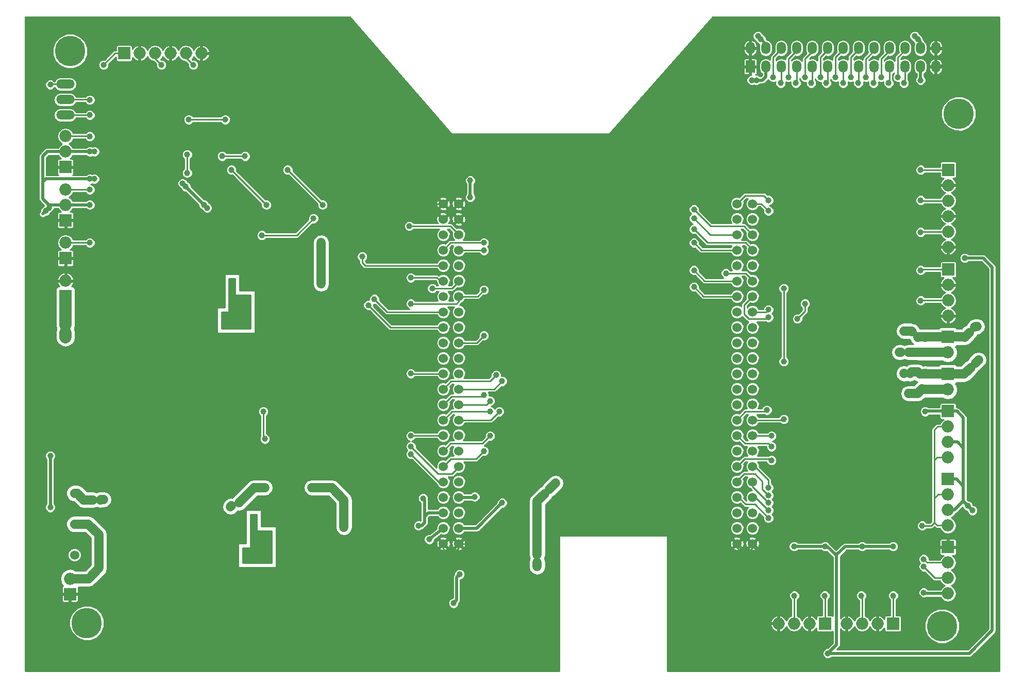
<source format=gbl>
%FSLAX46Y46*%
G04 Gerber Fmt 4.6, Leading zero omitted, Abs format (unit mm)*
G04 Created by KiCad (PCBNEW (2014-jul-16 BZR unknown)-product) date Fri 02 Oct 2015 05:10:55 PM CEST*
%MOMM*%
G01*
G04 APERTURE LIST*
%ADD10C,0.100000*%
%ADD11O,3.014980X1.506220*%
%ADD12C,1.524000*%
%ADD13C,1.500000*%
%ADD14O,1.998980X1.998980*%
%ADD15R,1.998980X1.998980*%
%ADD16O,1.500000X2.000000*%
%ADD17R,1.500000X2.000000*%
%ADD18C,5.000000*%
%ADD19C,1.000000*%
%ADD20C,0.250000*%
%ADD21C,0.500000*%
%ADD22C,1.500000*%
%ADD23C,2.000000*%
%ADD24C,0.254000*%
G04 APERTURE END LIST*
D10*
D11*
X65465000Y-46920000D03*
X65465000Y-49460000D03*
X65465000Y-52000000D03*
D12*
X67000000Y-119250000D03*
X67000000Y-124330000D03*
X67000000Y-114170000D03*
D13*
X175820400Y-122449800D03*
D12*
X178360400Y-66569800D03*
X175820400Y-66569800D03*
X178360400Y-69109800D03*
X175820400Y-69109800D03*
X178360400Y-71649800D03*
X175820400Y-71649800D03*
X178360400Y-86889800D03*
X178360400Y-74189800D03*
X175820400Y-74189800D03*
X175820400Y-112289800D03*
X175820400Y-114829800D03*
X175820400Y-117369800D03*
X175820400Y-119909800D03*
X175820400Y-76729800D03*
X175820400Y-79269800D03*
X178360400Y-76729800D03*
X178360400Y-79269800D03*
X178360400Y-81809800D03*
X178360400Y-84349800D03*
X178360400Y-89429800D03*
X175820400Y-81809800D03*
X178360400Y-91969800D03*
X178360400Y-94509800D03*
X175820400Y-84349800D03*
X178360400Y-97049800D03*
X175820400Y-86889800D03*
X178360400Y-99589800D03*
X175820400Y-89429800D03*
X178360400Y-102129800D03*
X175820400Y-91969800D03*
X178360400Y-104669800D03*
X175820400Y-94509800D03*
X178360400Y-107209800D03*
X175820400Y-97049800D03*
X178360400Y-109749800D03*
X175820400Y-99589800D03*
X178360400Y-112289800D03*
X175820400Y-102129800D03*
X178360400Y-114829800D03*
X175820400Y-104669800D03*
X178360400Y-117369800D03*
X175820400Y-107209800D03*
X178360400Y-119909800D03*
X175820400Y-109749800D03*
X178360400Y-122449800D03*
X130100400Y-122449800D03*
X127560400Y-109749800D03*
X130100400Y-119909800D03*
X127560400Y-107209800D03*
X130100400Y-117369800D03*
X127560400Y-104669800D03*
X130100400Y-114829800D03*
X127560400Y-102129800D03*
X130100400Y-112289800D03*
X127560400Y-99589800D03*
X130100400Y-109749800D03*
X127560400Y-97049800D03*
X130100400Y-107209800D03*
X127560400Y-94509800D03*
X130100400Y-104669800D03*
X127560400Y-91969800D03*
X130100400Y-102129800D03*
X127560400Y-89429800D03*
X130100400Y-99589800D03*
X127560400Y-86889800D03*
X130100400Y-97049800D03*
X127560400Y-84349800D03*
X130100400Y-94509800D03*
X130100400Y-91969800D03*
X127560400Y-81809800D03*
X130100400Y-89429800D03*
X130100400Y-84349800D03*
X130100400Y-81809800D03*
X130100400Y-79269800D03*
X130100400Y-76729800D03*
X127560400Y-79269800D03*
X127560400Y-76729800D03*
X127560400Y-119909800D03*
X127560400Y-117369800D03*
X127560400Y-114829800D03*
X127560400Y-112289800D03*
X127560400Y-74189800D03*
X130100400Y-74189800D03*
X130100400Y-86889800D03*
X127560400Y-71649800D03*
X130100400Y-71649800D03*
X127560400Y-69109800D03*
X130100400Y-69109800D03*
X127560400Y-66569800D03*
X130100400Y-66569800D03*
D13*
X127560400Y-122449800D03*
D14*
X65500000Y-79230000D03*
D15*
X65500000Y-81770000D03*
D14*
X210466000Y-97126000D03*
D15*
X210466000Y-94586000D03*
D14*
X66250000Y-128230000D03*
D15*
X66250000Y-130770000D03*
D14*
X210466000Y-108302000D03*
D15*
X210466000Y-100682000D03*
D14*
X210466000Y-103222000D03*
X210466000Y-105762000D03*
X210466000Y-130654000D03*
D15*
X210466000Y-123034000D03*
D14*
X210466000Y-125574000D03*
X210466000Y-128114000D03*
X82755000Y-41840000D03*
D15*
X75135000Y-41840000D03*
D14*
X77675000Y-41840000D03*
X80215000Y-41840000D03*
X85295000Y-41840000D03*
X87835000Y-41840000D03*
X210529500Y-68614500D03*
D15*
X210529500Y-60994500D03*
D14*
X210529500Y-63534500D03*
X210529500Y-66074500D03*
X210529500Y-71154500D03*
X210529500Y-73694500D03*
X210529500Y-84997500D03*
D15*
X210529500Y-77377500D03*
D14*
X210529500Y-79917500D03*
X210529500Y-82457500D03*
X182653000Y-135607000D03*
D15*
X190273000Y-135607000D03*
D14*
X187733000Y-135607000D03*
X185193000Y-135607000D03*
X65500000Y-64210000D03*
D15*
X65500000Y-69290000D03*
D14*
X65500000Y-66750000D03*
X193829000Y-135607000D03*
D15*
X201449000Y-135607000D03*
D14*
X198909000Y-135607000D03*
X196369000Y-135607000D03*
X210466000Y-119478000D03*
D15*
X210466000Y-111858000D03*
D14*
X210466000Y-114398000D03*
X210466000Y-116938000D03*
X65500000Y-55460000D03*
D15*
X65500000Y-60540000D03*
D14*
X65500000Y-58000000D03*
X210466000Y-91030000D03*
D15*
X210466000Y-88490000D03*
D14*
X65500000Y-72980000D03*
D15*
X65500000Y-75520000D03*
D16*
X208490000Y-44020000D03*
X208490000Y-40980000D03*
X205950000Y-40980000D03*
X205950000Y-44020000D03*
X203410000Y-44020000D03*
X203410000Y-40980000D03*
X200870000Y-40980000D03*
X200870000Y-44020000D03*
X198330000Y-44020000D03*
X198330000Y-40980000D03*
X195790000Y-40980000D03*
X195790000Y-44020000D03*
X193250000Y-44020000D03*
X193250000Y-40980000D03*
X190710000Y-40980000D03*
X190710000Y-44020000D03*
X188170000Y-44020000D03*
X188170000Y-40980000D03*
X185630000Y-40980000D03*
X185630000Y-44020000D03*
D17*
X178010000Y-44020000D03*
D16*
X178010000Y-40980000D03*
X180550000Y-44020000D03*
X180550000Y-40980000D03*
X183090000Y-44020000D03*
X183090000Y-40980000D03*
D18*
X66250000Y-41500000D03*
X209500000Y-136000000D03*
X69000000Y-135500000D03*
X212250000Y-51750000D03*
D19*
X78250000Y-96250000D03*
X69500000Y-60250000D03*
X71750000Y-71000000D03*
X135000000Y-132000000D03*
X129750000Y-138000000D03*
X136750000Y-137500000D03*
X140750000Y-127500000D03*
X139750000Y-125250000D03*
X135500000Y-126000000D03*
X90250000Y-70250000D03*
X198750000Y-104250000D03*
X87000000Y-68750000D03*
X84250000Y-84500000D03*
X85500000Y-84500000D03*
X86750000Y-84500000D03*
X88250000Y-84500000D03*
X89750000Y-84500000D03*
X100750000Y-89500000D03*
X100750000Y-90750000D03*
X100750000Y-92000000D03*
X100750000Y-93250000D03*
X99000000Y-70250000D03*
X99500000Y-80500000D03*
X99500000Y-81500000D03*
X99500000Y-82500000D03*
X100500000Y-80500000D03*
X100500000Y-81500000D03*
X100500000Y-82500000D03*
X101000000Y-84250000D03*
X100000000Y-84250000D03*
X99000000Y-84250000D03*
X101000000Y-78750000D03*
X100000000Y-78750000D03*
X99000000Y-78750000D03*
X103000000Y-121250000D03*
X104000000Y-121250000D03*
X104000000Y-120250000D03*
X104000000Y-119250000D03*
X103000000Y-119250000D03*
X103000000Y-120250000D03*
X104250000Y-128750000D03*
X104250000Y-129750000D03*
X104250000Y-130750000D03*
X104250000Y-131750000D03*
X102500000Y-123250000D03*
X103500000Y-123250000D03*
X104500000Y-123250000D03*
X102500000Y-117250000D03*
X103500000Y-117250000D03*
X104500000Y-117250000D03*
X193575000Y-117700000D03*
X190908000Y-96745000D03*
X191289000Y-90141000D03*
X183460000Y-75003000D03*
X193835000Y-74859000D03*
X124250000Y-131500000D03*
X96250000Y-100500000D03*
X93000000Y-123250000D03*
X91500000Y-123250000D03*
X90250000Y-123250000D03*
X88750000Y-123500000D03*
X147000000Y-78750000D03*
X147250000Y-84500000D03*
X147250000Y-90750000D03*
X147250000Y-96500000D03*
X147250000Y-102750000D03*
X141000000Y-104000000D03*
X137500000Y-109000000D03*
X142750000Y-107500000D03*
X150250000Y-107750000D03*
X158750000Y-107750000D03*
X166750000Y-106000000D03*
X164750000Y-101000000D03*
X164500000Y-94250000D03*
X164500000Y-86250000D03*
X164500000Y-80250000D03*
X157250000Y-75000000D03*
X155000000Y-82250000D03*
X155000000Y-89750000D03*
X155000000Y-95250000D03*
X155000000Y-100250000D03*
X155000000Y-104250000D03*
X142250000Y-78750000D03*
X117250000Y-59500000D03*
X119250000Y-51500000D03*
X102000000Y-49750000D03*
X94500000Y-46750000D03*
X94250000Y-40000000D03*
X106500000Y-39000000D03*
X107750000Y-44500000D03*
X113500000Y-44250000D03*
X136750000Y-59000000D03*
X180750000Y-125250000D03*
X177750000Y-133500000D03*
X174000000Y-135500000D03*
X174000000Y-129750000D03*
X175000000Y-125250000D03*
X171750000Y-118750000D03*
X171750000Y-114750000D03*
X167250000Y-116000000D03*
X156750000Y-116000000D03*
X149000000Y-115500000D03*
X74250000Y-56250000D03*
X79000000Y-50750000D03*
X74750000Y-124250000D03*
X76750000Y-128250000D03*
X82500000Y-128250000D03*
X84750000Y-133250000D03*
X80500000Y-137500000D03*
X74500000Y-135000000D03*
X79750000Y-132250000D03*
X92500000Y-106250000D03*
X125750000Y-80500000D03*
X98000000Y-121000000D03*
X96750000Y-121000000D03*
X96500000Y-118250000D03*
X99000000Y-121000000D03*
X95250000Y-123750000D03*
X96500000Y-123750000D03*
X98000000Y-123750000D03*
X99000000Y-124750000D03*
X206750000Y-100750000D03*
X213750000Y-116250000D03*
X214500000Y-117000000D03*
X93000000Y-82250000D03*
X94000000Y-82250000D03*
X94750000Y-82250000D03*
X95500000Y-82250000D03*
X93000000Y-79500000D03*
X91750000Y-85250000D03*
X93250000Y-85250000D03*
X94750000Y-85250000D03*
X95500000Y-86250000D03*
X97750000Y-71750000D03*
X106250000Y-69000000D03*
X114250000Y-75250000D03*
X205000000Y-39000000D03*
X205500000Y-39500000D03*
X179250000Y-39000000D03*
X124250000Y-115000000D03*
X179750000Y-39500000D03*
X123500000Y-119500000D03*
X183500000Y-92500000D03*
X183500000Y-80500000D03*
X204000000Y-97750000D03*
X206250000Y-97000000D03*
X207500000Y-97126000D03*
X205500000Y-97750000D03*
X206250000Y-119500000D03*
X185750000Y-85500000D03*
X187000000Y-83000000D03*
X204000000Y-91000000D03*
X202750000Y-91000000D03*
X206750000Y-91000000D03*
X208000000Y-91030000D03*
X205500000Y-91000000D03*
X132750000Y-114750000D03*
X206500000Y-130500000D03*
X132000000Y-65500000D03*
X132000000Y-62750000D03*
X69500000Y-52000000D03*
X206500000Y-125000000D03*
X206500000Y-126250000D03*
X181000000Y-113250000D03*
X81250000Y-43750000D03*
X71750000Y-43750000D03*
X86500000Y-43750000D03*
X206000000Y-66000000D03*
X206000000Y-61000000D03*
X206000000Y-71250000D03*
X206000000Y-82500000D03*
X206000000Y-77500000D03*
X181000000Y-84000000D03*
X181000000Y-118250000D03*
X185250000Y-131000000D03*
X181000000Y-117000000D03*
X190250000Y-131000000D03*
X70250000Y-58000000D03*
X69500000Y-58000000D03*
X70250000Y-62500000D03*
X88750000Y-67250000D03*
X84750000Y-63250000D03*
X85250000Y-63750000D03*
X69500000Y-62500000D03*
X62250000Y-67750000D03*
X62750000Y-67250000D03*
X130250000Y-127500000D03*
X129250000Y-132250000D03*
X63000000Y-108000000D03*
X63000000Y-116500000D03*
X213250000Y-75500000D03*
X190273000Y-122907000D03*
X185193000Y-122907000D03*
X190750000Y-140500000D03*
X125250000Y-121750000D03*
X69500000Y-66750000D03*
X88250000Y-66750000D03*
X196369000Y-122907000D03*
X201449000Y-122907000D03*
X69500000Y-64250000D03*
X122250000Y-106500000D03*
X181000000Y-115750000D03*
X196250000Y-131000000D03*
X181000000Y-114500000D03*
X201500000Y-131000000D03*
X69500000Y-55500000D03*
X122250000Y-104750000D03*
X69500000Y-73000000D03*
X122250000Y-107750000D03*
X178250000Y-46250000D03*
X179000000Y-46250000D03*
X137250000Y-115750000D03*
X206000000Y-46250000D03*
X184250000Y-45750000D03*
X134250000Y-80750000D03*
X122250000Y-83000000D03*
X63000000Y-47000000D03*
X134250000Y-74250000D03*
X183000000Y-46750000D03*
X134250000Y-73000000D03*
X181750000Y-45750000D03*
X134250000Y-88250000D03*
X185500000Y-46750000D03*
X199500000Y-45750000D03*
X168750000Y-73000000D03*
X168750000Y-70750000D03*
X200750000Y-46750000D03*
X202250000Y-45750000D03*
X168750000Y-69000000D03*
X168750000Y-67500000D03*
X203250000Y-46750000D03*
X187000000Y-45750000D03*
X134250000Y-98000000D03*
X135250000Y-99000000D03*
X188000000Y-46750000D03*
X134250000Y-107250000D03*
X195750000Y-46750000D03*
X168750000Y-80250000D03*
X197000000Y-45750000D03*
X194500000Y-45750000D03*
X135250000Y-104750000D03*
X168750000Y-77500000D03*
X198250000Y-46750000D03*
X135250000Y-100750000D03*
X192000000Y-45750000D03*
X189500000Y-45750000D03*
X136250000Y-94750000D03*
X137250000Y-95750000D03*
X190500000Y-46750000D03*
X136750000Y-100750000D03*
X193250000Y-46750000D03*
X107500000Y-74500000D03*
X107500000Y-73000000D03*
X107500000Y-79750000D03*
X107500000Y-78500000D03*
X122250000Y-94500000D03*
X85500000Y-58500000D03*
X85500000Y-61500000D03*
X181500000Y-104750000D03*
X181500000Y-108750000D03*
X174000000Y-78000000D03*
X115250000Y-83250000D03*
X98500000Y-66750000D03*
X92750000Y-61000000D03*
X181000000Y-66000000D03*
X102000000Y-61000000D03*
X107750000Y-66750000D03*
X116250000Y-82250000D03*
X122000000Y-70250000D03*
X181000000Y-67750000D03*
X181500000Y-106500000D03*
X183500000Y-102000000D03*
X98250000Y-105250000D03*
X98000000Y-100750000D03*
X181000000Y-85250000D03*
X180750000Y-100500000D03*
X122250000Y-78750000D03*
X144250000Y-114250000D03*
X145000000Y-113500000D03*
X143000000Y-124250000D03*
X143000000Y-125500000D03*
X70000000Y-115250000D03*
X71250000Y-115250000D03*
X68500000Y-115250000D03*
X214250000Y-93500000D03*
X215000000Y-92750000D03*
X214000000Y-87750000D03*
X214875000Y-86875000D03*
X213250000Y-94500000D03*
X213250000Y-88500000D03*
X111250000Y-118000000D03*
X111250000Y-119750000D03*
X204250000Y-94500000D03*
X203250000Y-94459000D03*
X208000000Y-94586000D03*
X206750000Y-94500000D03*
X204601000Y-87601000D03*
X203250000Y-87500000D03*
X206750000Y-88500000D03*
X208000000Y-88490000D03*
X205500000Y-88500000D03*
X205500000Y-94250000D03*
X143000000Y-115500000D03*
X143000000Y-122750000D03*
X94250000Y-115500000D03*
X92750000Y-116250000D03*
X107750000Y-113250000D03*
X96500000Y-113250000D03*
X98250000Y-113250000D03*
X106000000Y-113250000D03*
X65500000Y-87750000D03*
X65500000Y-86500000D03*
X65500000Y-85000000D03*
X91750000Y-52750000D03*
X85750000Y-52750000D03*
X95000000Y-58750000D03*
X91250000Y-58750000D03*
X69500000Y-49500000D03*
D20*
X78250000Y-96250000D02*
X78000000Y-96250000D01*
X69500000Y-60250000D02*
X69500000Y-60500000D01*
X71500000Y-70750000D02*
X71250000Y-70750000D01*
X71750000Y-71000000D02*
X71500000Y-70750000D01*
X130100400Y-122449800D02*
X131949800Y-122449800D01*
X135000000Y-132000000D02*
X135000000Y-131500000D01*
X136250000Y-138000000D02*
X129750000Y-138000000D01*
X136750000Y-137500000D02*
X136250000Y-138000000D01*
X140750000Y-126250000D02*
X140750000Y-127500000D01*
X139750000Y-125250000D02*
X140750000Y-126250000D01*
X131949800Y-122449800D02*
X135500000Y-126000000D01*
X90250000Y-70250000D02*
X90000000Y-70250000D01*
X198750000Y-104250000D02*
X199000000Y-104250000D01*
X87000000Y-68750000D02*
X87250000Y-68750000D01*
X84000000Y-84750000D02*
X84000000Y-85000000D01*
X84250000Y-84500000D02*
X84000000Y-84750000D01*
X86750000Y-84500000D02*
X85500000Y-84500000D01*
X89750000Y-84500000D02*
X88250000Y-84500000D01*
X100750000Y-90750000D02*
X100750000Y-89500000D01*
X100750000Y-93250000D02*
X100750000Y-92000000D01*
X99000000Y-70250000D02*
X99000000Y-70000000D01*
X99500000Y-81500000D02*
X99500000Y-81250000D01*
X99500000Y-81250000D02*
X99500000Y-80500000D01*
X99500000Y-82250000D02*
X99500000Y-82500000D01*
X99500000Y-81500000D02*
X99500000Y-82250000D01*
X100500000Y-81500000D02*
X100500000Y-81250000D01*
X100500000Y-81250000D02*
X100500000Y-80500000D01*
X100500000Y-82250000D02*
X100500000Y-82500000D01*
X100500000Y-82250000D02*
X100500000Y-81500000D01*
X101000000Y-84250000D02*
X101000000Y-84500000D01*
X99000000Y-84250000D02*
X100000000Y-84250000D01*
X101000000Y-78750000D02*
X100000000Y-78750000D01*
X99000000Y-78750000D02*
X98750000Y-78750000D01*
X208490000Y-41230000D02*
X209730000Y-41230000D01*
X209730000Y-43770000D02*
X208490000Y-43770000D01*
X210250000Y-43250000D02*
X209730000Y-43770000D01*
X210250000Y-41750000D02*
X210250000Y-43250000D01*
X209730000Y-41230000D02*
X210250000Y-41750000D01*
X103750000Y-121250000D02*
X104000000Y-121250000D01*
X103750000Y-121250000D02*
X103000000Y-121250000D01*
X104000000Y-120250000D02*
X104000000Y-119750000D01*
X104000000Y-119750000D02*
X104000000Y-119250000D01*
X103000000Y-120250000D02*
X103000000Y-119250000D01*
X104250000Y-128750000D02*
X104250000Y-129750000D01*
X104250000Y-130750000D02*
X104250000Y-131750000D01*
X102500000Y-123250000D02*
X102500000Y-123500000D01*
X104500000Y-123250000D02*
X103500000Y-123250000D01*
X102500000Y-117250000D02*
X103500000Y-117250000D01*
X211917500Y-79917500D02*
X212750000Y-80750000D01*
X212750000Y-80750000D02*
X212750000Y-84000000D01*
X212750000Y-84000000D02*
X211752500Y-84997500D01*
X211752500Y-84997500D02*
X210529500Y-84997500D01*
X210529500Y-79917500D02*
X211917500Y-79917500D01*
X212034500Y-63534500D02*
X212750000Y-64250000D01*
X212750000Y-64250000D02*
X212750000Y-67750000D01*
X212750000Y-67750000D02*
X211885500Y-68614500D01*
X211885500Y-68614500D02*
X210529500Y-68614500D01*
X210529500Y-63534500D02*
X212034500Y-63534500D01*
X212750000Y-72750000D02*
X211805500Y-73694500D01*
X211805500Y-73694500D02*
X210529500Y-73694500D01*
X212750000Y-67750000D02*
X212750000Y-72750000D01*
X193829000Y-136829000D02*
X194750000Y-137750000D01*
X194750000Y-137750000D02*
X198000000Y-137750000D01*
X198000000Y-137750000D02*
X198909000Y-136841000D01*
X198909000Y-136841000D02*
X198909000Y-135607000D01*
X193829000Y-135607000D02*
X193829000Y-136829000D01*
X182653000Y-136903000D02*
X183500000Y-137750000D01*
X183500000Y-137750000D02*
X187000000Y-137750000D01*
X187000000Y-137750000D02*
X187733000Y-137017000D01*
X187733000Y-137017000D02*
X187733000Y-135607000D01*
X182653000Y-135607000D02*
X182653000Y-136903000D01*
X130100400Y-123149600D02*
X130100400Y-122449800D01*
X127560400Y-123310400D02*
X128000000Y-123750000D01*
X128000000Y-123750000D02*
X129500000Y-123750000D01*
X129500000Y-123750000D02*
X130100400Y-123149600D01*
X127560400Y-122449800D02*
X127560400Y-123310400D01*
X178360400Y-123139600D02*
X178360400Y-122449800D01*
X177750000Y-123750000D02*
X178360400Y-123139600D01*
X176500000Y-123750000D02*
X177750000Y-123750000D01*
X175820400Y-123070400D02*
X176500000Y-123750000D01*
X175820400Y-122449800D02*
X175820400Y-123070400D01*
X64270000Y-75520000D02*
X63500000Y-74750000D01*
X63500000Y-74750000D02*
X63500000Y-70000000D01*
X63500000Y-70000000D02*
X64210000Y-69290000D01*
X64210000Y-69290000D02*
X65500000Y-69290000D01*
X65500000Y-75520000D02*
X64270000Y-75520000D01*
X77675000Y-40325000D02*
X78250000Y-39750000D01*
X78250000Y-39750000D02*
X82250000Y-39750000D01*
X82250000Y-39750000D02*
X82755000Y-40255000D01*
X82755000Y-40255000D02*
X82755000Y-41840000D01*
X77675000Y-41840000D02*
X77675000Y-40325000D01*
X87000000Y-39750000D02*
X87250000Y-39750000D01*
X87250000Y-39750000D02*
X87835000Y-40335000D01*
X87835000Y-40335000D02*
X87835000Y-41840000D01*
X82250000Y-39750000D02*
X87000000Y-39750000D01*
X93000000Y-123250000D02*
X91500000Y-123250000D01*
X90250000Y-123250000D02*
X90000000Y-123500000D01*
X90000000Y-123500000D02*
X88750000Y-123500000D01*
X130100400Y-66569800D02*
X130100400Y-66600400D01*
X147000000Y-78750000D02*
X147250000Y-79000000D01*
X147250000Y-79000000D02*
X147250000Y-84500000D01*
X147250000Y-90750000D02*
X147250000Y-96500000D01*
X147250000Y-102750000D02*
X146000000Y-104000000D01*
X146000000Y-104000000D02*
X141000000Y-104000000D01*
X137500000Y-109000000D02*
X138250000Y-109750000D01*
X138250000Y-109750000D02*
X140500000Y-109750000D01*
X140500000Y-109750000D02*
X142750000Y-107500000D01*
X150250000Y-107750000D02*
X158750000Y-107750000D01*
X166750000Y-106000000D02*
X164750000Y-104000000D01*
X164750000Y-104000000D02*
X164750000Y-101000000D01*
X164500000Y-94250000D02*
X164500000Y-86250000D01*
X164500000Y-80250000D02*
X159250000Y-75000000D01*
X159250000Y-75000000D02*
X157250000Y-75000000D01*
X155000000Y-82250000D02*
X155000000Y-89750000D01*
X155000000Y-95250000D02*
X155000000Y-100250000D01*
X155000000Y-104250000D02*
X157000000Y-104250000D01*
X130100400Y-66600400D02*
X142250000Y-78750000D01*
X124319800Y-66569800D02*
X117250000Y-59500000D01*
X119250000Y-51500000D02*
X117500000Y-49750000D01*
X117500000Y-49750000D02*
X102000000Y-49750000D01*
X94500000Y-46750000D02*
X94250000Y-46500000D01*
X94250000Y-46500000D02*
X94250000Y-40000000D01*
X106500000Y-39000000D02*
X107750000Y-40250000D01*
X107750000Y-40250000D02*
X107750000Y-44500000D01*
X113500000Y-44250000D02*
X114500000Y-45250000D01*
X114500000Y-45250000D02*
X115000000Y-45250000D01*
X127560400Y-66569800D02*
X124319800Y-66569800D01*
X136750000Y-59000000D02*
X138250000Y-59000000D01*
X177750000Y-133500000D02*
X175750000Y-135500000D01*
X175750000Y-135500000D02*
X174000000Y-135500000D01*
X174000000Y-129750000D02*
X175000000Y-128750000D01*
X175000000Y-128750000D02*
X175000000Y-125250000D01*
X171750000Y-118750000D02*
X171750000Y-114750000D01*
X167250000Y-116000000D02*
X156750000Y-116000000D01*
X149000000Y-115500000D02*
X148250000Y-115500000D01*
X178360400Y-122860400D02*
X180750000Y-125250000D01*
X178360400Y-122449800D02*
X178360400Y-122860400D01*
X74250000Y-56250000D02*
X74000000Y-56000000D01*
X79000000Y-50750000D02*
X78750000Y-50750000D01*
X74750000Y-124250000D02*
X74750000Y-124500000D01*
X76750000Y-128250000D02*
X82500000Y-128250000D01*
X84750000Y-133250000D02*
X84750000Y-135500000D01*
X84750000Y-135500000D02*
X82750000Y-137500000D01*
X82750000Y-137500000D02*
X80500000Y-137500000D01*
X74500000Y-135000000D02*
X74500000Y-133500000D01*
X74500000Y-133500000D02*
X75750000Y-132250000D01*
X75750000Y-132250000D02*
X79750000Y-132250000D01*
X92500000Y-106250000D02*
X92500000Y-106500000D01*
X129000000Y-80500000D02*
X125750000Y-80500000D01*
X130100400Y-79399600D02*
X129000000Y-80500000D01*
X130100400Y-79269800D02*
X130100400Y-79399600D01*
X98750000Y-121000000D02*
X98000000Y-121000000D01*
X99000000Y-121000000D02*
X98750000Y-121000000D01*
X96500000Y-118250000D02*
X96500000Y-118750000D01*
X96750000Y-121000000D02*
X97000000Y-121000000D01*
X96500000Y-120750000D02*
X96750000Y-121000000D01*
X99000000Y-121000000D02*
X98750000Y-121000000D01*
X98000000Y-123750000D02*
X96500000Y-123750000D01*
D21*
X206818000Y-100682000D02*
X210466000Y-100682000D01*
X206818000Y-100682000D02*
X206750000Y-100750000D01*
X211858000Y-111858000D02*
X213000000Y-113000000D01*
X213000000Y-113000000D02*
X213000000Y-115500000D01*
X213000000Y-115500000D02*
X211562000Y-116938000D01*
X211562000Y-116938000D02*
X210466000Y-116938000D01*
X210466000Y-111858000D02*
X211858000Y-111858000D01*
X213000000Y-113000000D02*
X213000000Y-106750000D01*
X213000000Y-101750000D02*
X211932000Y-100682000D01*
X211932000Y-100682000D02*
X210466000Y-100682000D01*
X213000000Y-106750000D02*
X213000000Y-101750000D01*
X212012000Y-105762000D02*
X213000000Y-106750000D01*
X210466000Y-105762000D02*
X212012000Y-105762000D01*
X213750000Y-116250000D02*
X213000000Y-115500000D01*
X213750000Y-116250000D02*
X214500000Y-117000000D01*
D20*
X94000000Y-82250000D02*
X93000000Y-82250000D01*
X95500000Y-82250000D02*
X94750000Y-82250000D01*
X93000000Y-79500000D02*
X92750000Y-79750000D01*
X91750000Y-85250000D02*
X93250000Y-85250000D01*
X94750000Y-85250000D02*
X95500000Y-85250000D01*
X95500000Y-85250000D02*
X95500000Y-86250000D01*
X97750000Y-71750000D02*
X103500000Y-71750000D01*
X103500000Y-71750000D02*
X106250000Y-69000000D01*
X114729800Y-76729800D02*
X115250000Y-76729800D01*
X114250000Y-76250000D02*
X114250000Y-75250000D01*
X114729800Y-76729800D02*
X114250000Y-76250000D01*
X115229800Y-76729800D02*
X115250000Y-76729800D01*
X115250000Y-76729800D02*
X127560400Y-76729800D01*
D21*
X205500000Y-39500000D02*
X205000000Y-39000000D01*
X205950000Y-39950000D02*
X205950000Y-41230000D01*
X205500000Y-39500000D02*
X205950000Y-39950000D01*
X179750000Y-39500000D02*
X179250000Y-39000000D01*
X124500000Y-118000000D02*
X124500000Y-115250000D01*
X124500000Y-115250000D02*
X124250000Y-115000000D01*
X179750000Y-39500000D02*
X180550000Y-40300000D01*
X180550000Y-40300000D02*
X180550000Y-41230000D01*
X124500000Y-118000000D02*
X124500000Y-119000000D01*
X124500000Y-118000000D02*
X125130200Y-117369800D01*
X127560400Y-117369800D02*
X125130200Y-117369800D01*
X124000000Y-119500000D02*
X123500000Y-119500000D01*
X124500000Y-119000000D02*
X124000000Y-119500000D01*
X206000000Y-41180000D02*
X205950000Y-41230000D01*
D20*
X183500000Y-92500000D02*
X183500000Y-80500000D01*
D22*
X205500000Y-97750000D02*
X204000000Y-97750000D01*
X206250000Y-97000000D02*
X206376000Y-97126000D01*
X206376000Y-97126000D02*
X207500000Y-97126000D01*
X206124000Y-97126000D02*
X205500000Y-97750000D01*
X210466000Y-97126000D02*
X206124000Y-97126000D01*
D20*
X208250000Y-115250000D02*
X208250000Y-115000000D01*
X208250000Y-119000000D02*
X208250000Y-115250000D01*
X208250000Y-115000000D02*
X208852000Y-114398000D01*
X208852000Y-114398000D02*
X210466000Y-114398000D01*
X208728000Y-119478000D02*
X208250000Y-119000000D01*
X210466000Y-119478000D02*
X208728000Y-119478000D01*
X208698000Y-108302000D02*
X208250000Y-108750000D01*
X208250000Y-109000000D02*
X208250000Y-115250000D01*
X208250000Y-108750000D02*
X208250000Y-109000000D01*
X210466000Y-108302000D02*
X208698000Y-108302000D01*
X208778000Y-103222000D02*
X208250000Y-103750000D01*
X208250000Y-103750000D02*
X208250000Y-109000000D01*
X210466000Y-103222000D02*
X208778000Y-103222000D01*
X207750000Y-119500000D02*
X208250000Y-119000000D01*
X206250000Y-119500000D02*
X207750000Y-119500000D01*
X185750000Y-85500000D02*
X187000000Y-84250000D01*
X187000000Y-84250000D02*
X187000000Y-83000000D01*
D22*
X205500000Y-91000000D02*
X204000000Y-91000000D01*
X202750000Y-91000000D02*
X202500000Y-91000000D01*
X206750000Y-91000000D02*
X206780000Y-91030000D01*
X206780000Y-91030000D02*
X208000000Y-91030000D01*
X205530000Y-91030000D02*
X205500000Y-91000000D01*
X210466000Y-91030000D02*
X205530000Y-91030000D01*
X69250000Y-119250000D02*
X71000000Y-121000000D01*
X67000000Y-119250000D02*
X69250000Y-119250000D01*
X69270000Y-128230000D02*
X66250000Y-128230000D01*
X71000000Y-126500000D02*
X69270000Y-128230000D01*
X71000000Y-121000000D02*
X71000000Y-126500000D01*
D21*
X132750000Y-114750000D02*
X132670200Y-114829800D01*
X132670200Y-114829800D02*
X130100400Y-114829800D01*
X206500000Y-130500000D02*
X206654000Y-130654000D01*
X210466000Y-130654000D02*
X206654000Y-130654000D01*
X132000000Y-65500000D02*
X132000000Y-62750000D01*
D20*
X65465000Y-52000000D02*
X69500000Y-52000000D01*
X207074000Y-125574000D02*
X206500000Y-125000000D01*
X210466000Y-125574000D02*
X207074000Y-125574000D01*
X208364000Y-128114000D02*
X210466000Y-128114000D01*
X206500000Y-126250000D02*
X208364000Y-128114000D01*
X181000000Y-112000000D02*
X181000000Y-113250000D01*
X178749800Y-109749800D02*
X181000000Y-112000000D01*
X178360400Y-109749800D02*
X178749800Y-109749800D01*
X81250000Y-43750000D02*
X80215000Y-42715000D01*
X80215000Y-41840000D02*
X80215000Y-42715000D01*
X75135000Y-41840000D02*
X73660000Y-41840000D01*
X73660000Y-41840000D02*
X71750000Y-43750000D01*
X86500000Y-43750000D02*
X85295000Y-42545000D01*
X85295000Y-41840000D02*
X85295000Y-42545000D01*
X206074500Y-66074500D02*
X206000000Y-66000000D01*
X210529500Y-66074500D02*
X206074500Y-66074500D01*
X206005500Y-60994500D02*
X206000000Y-61000000D01*
X210529500Y-60994500D02*
X206005500Y-60994500D01*
X206000000Y-71250000D02*
X206095500Y-71154500D01*
X206095500Y-71154500D02*
X210529500Y-71154500D01*
X206042500Y-82457500D02*
X206000000Y-82500000D01*
X210529500Y-82457500D02*
X206042500Y-82457500D01*
X206000000Y-77500000D02*
X206122500Y-77377500D01*
X206122500Y-77377500D02*
X210529500Y-77377500D01*
X181000000Y-84000000D02*
X180650200Y-84349800D01*
X180650200Y-84349800D02*
X178360400Y-84349800D01*
X175820400Y-114829800D02*
X176079800Y-114829800D01*
X177250000Y-116000000D02*
X178750000Y-116000000D01*
X178750000Y-116000000D02*
X181000000Y-118250000D01*
X176079800Y-114829800D02*
X177250000Y-116000000D01*
X185193000Y-131057000D02*
X185250000Y-131000000D01*
X185193000Y-135607000D02*
X185193000Y-131057000D01*
X178829800Y-114829800D02*
X181000000Y-117000000D01*
X178360400Y-114829800D02*
X178829800Y-114829800D01*
X190273000Y-131023000D02*
X190250000Y-131000000D01*
X190273000Y-135607000D02*
X190273000Y-131023000D01*
D21*
X69500000Y-58000000D02*
X70250000Y-58000000D01*
X65500000Y-58000000D02*
X69500000Y-58000000D01*
X61750000Y-63000000D02*
X61750000Y-58750000D01*
X62500000Y-58000000D02*
X65500000Y-58000000D01*
X61750000Y-58750000D02*
X62500000Y-58000000D01*
X69500000Y-62500000D02*
X70250000Y-62500000D01*
X88250000Y-66750000D02*
X88750000Y-67250000D01*
X85250000Y-63750000D02*
X84750000Y-63250000D01*
X85250000Y-63750000D02*
X88250000Y-66750000D01*
X62250000Y-62500000D02*
X69500000Y-62500000D01*
X61750000Y-63000000D02*
X62250000Y-62500000D01*
X61750000Y-65750000D02*
X61750000Y-63000000D01*
X62750000Y-66750000D02*
X61750000Y-65750000D01*
X63250000Y-66750000D02*
X62750000Y-66750000D01*
X62750000Y-67250000D02*
X62250000Y-67750000D01*
X62000000Y-68000000D02*
X61750000Y-68250000D01*
X130250000Y-127500000D02*
X129750000Y-128000000D01*
X129750000Y-128000000D02*
X129750000Y-131750000D01*
X129750000Y-131750000D02*
X129250000Y-132250000D01*
X63250000Y-66750000D02*
X65500000Y-66750000D01*
X62750000Y-67250000D02*
X63250000Y-66750000D01*
X63000000Y-116500000D02*
X63000000Y-108000000D01*
X216250000Y-75500000D02*
X213250000Y-75500000D01*
X217750000Y-77000000D02*
X216250000Y-75500000D01*
X212500000Y-140500000D02*
X214000000Y-140500000D01*
X190750000Y-140500000D02*
X212500000Y-140500000D01*
X217750000Y-136750000D02*
X217750000Y-85250000D01*
X214000000Y-140500000D02*
X217750000Y-136750000D01*
X217750000Y-85250000D02*
X217750000Y-77000000D01*
X192051000Y-124304000D02*
X190654000Y-122907000D01*
X190654000Y-122907000D02*
X190273000Y-122907000D01*
X190273000Y-122907000D02*
X185193000Y-122907000D01*
X192051000Y-124304000D02*
X192178000Y-124304000D01*
X190750000Y-140500000D02*
X192178000Y-139072000D01*
X192178000Y-139072000D02*
X192178000Y-124304000D01*
X125340200Y-121659800D02*
X127560400Y-119909800D01*
X125340200Y-121659800D02*
X125250000Y-121750000D01*
X65500000Y-66750000D02*
X69500000Y-66750000D01*
X193575000Y-122907000D02*
X201449000Y-122907000D01*
X193575000Y-122907000D02*
X192178000Y-124304000D01*
D20*
X69460000Y-64210000D02*
X69500000Y-64250000D01*
X65500000Y-64210000D02*
X69460000Y-64210000D01*
X126750000Y-111000000D02*
X122250000Y-106500000D01*
X129000000Y-111000000D02*
X126750000Y-111000000D01*
X130100400Y-109899600D02*
X129000000Y-111000000D01*
X130100400Y-109749800D02*
X130100400Y-109899600D01*
X178360400Y-113110400D02*
X181000000Y-115750000D01*
X178360400Y-112289800D02*
X178360400Y-113110400D01*
X196369000Y-131119000D02*
X196250000Y-131000000D01*
X196369000Y-135607000D02*
X196369000Y-131119000D01*
X175820400Y-112289800D02*
X175820400Y-112179600D01*
X175820400Y-112179600D02*
X177000000Y-111000000D01*
X177000000Y-111000000D02*
X178750000Y-111000000D01*
X178750000Y-111000000D02*
X180000000Y-112250000D01*
X180000000Y-112250000D02*
X180000000Y-113500000D01*
X180000000Y-113500000D02*
X181000000Y-114500000D01*
X201449000Y-131051000D02*
X201500000Y-131000000D01*
X201449000Y-135607000D02*
X201449000Y-131051000D01*
X69460000Y-55460000D02*
X69500000Y-55500000D01*
X65500000Y-55460000D02*
X69460000Y-55460000D01*
X122330200Y-104669800D02*
X122250000Y-104750000D01*
X127560400Y-104669800D02*
X122330200Y-104669800D01*
X69500000Y-73000000D02*
X69480000Y-73020000D01*
X127560400Y-112289800D02*
X127560400Y-111810400D01*
X65520000Y-73000000D02*
X65500000Y-72980000D01*
X69500000Y-73000000D02*
X65520000Y-73000000D01*
X69480000Y-72980000D02*
X65500000Y-72980000D01*
X69500000Y-73000000D02*
X69480000Y-72980000D01*
X126789800Y-112289800D02*
X122250000Y-107750000D01*
X127560400Y-112289800D02*
X126789800Y-112289800D01*
D21*
X179000000Y-46250000D02*
X178250000Y-46250000D01*
X180550000Y-45700000D02*
X180550000Y-43770000D01*
X180000000Y-46250000D02*
X180550000Y-45700000D01*
X179000000Y-46250000D02*
X180000000Y-46250000D01*
X180550000Y-44450000D02*
X180550000Y-43770000D01*
X133090200Y-119909800D02*
X137250000Y-115750000D01*
X130100400Y-119909800D02*
X133090200Y-119909800D01*
X206000000Y-46250000D02*
X205950000Y-46200000D01*
X205950000Y-46200000D02*
X205950000Y-43770000D01*
D20*
X184250000Y-42750000D02*
X184250000Y-45750000D01*
X130100400Y-81809800D02*
X133190200Y-81809800D01*
X134250000Y-80750000D02*
X133190200Y-81809800D01*
X184250000Y-42750000D02*
X185630000Y-41370000D01*
X185630000Y-41230000D02*
X185630000Y-41370000D01*
X185630000Y-41230000D02*
X185520000Y-41230000D01*
X130100400Y-81809800D02*
X130100400Y-81899600D01*
X130100400Y-82649600D02*
X130100400Y-81809800D01*
X129750000Y-83000000D02*
X130100400Y-82649600D01*
X122250000Y-83000000D02*
X129750000Y-83000000D01*
X63080000Y-46920000D02*
X63000000Y-47000000D01*
X65465000Y-46920000D02*
X63080000Y-46920000D01*
X130100400Y-74189800D02*
X134189800Y-74189800D01*
X134250000Y-74250000D02*
X134189800Y-74189800D01*
X183090000Y-46660000D02*
X183090000Y-43770000D01*
X183000000Y-46750000D02*
X183090000Y-46660000D01*
X128750000Y-73000000D02*
X134250000Y-73000000D01*
X127560400Y-74189600D02*
X128750000Y-73000000D01*
X181750000Y-42500000D02*
X181750000Y-45750000D01*
X181750000Y-42500000D02*
X183020000Y-41230000D01*
X183090000Y-41230000D02*
X183020000Y-41230000D01*
X127560400Y-74189800D02*
X127560400Y-74189600D01*
X185630000Y-43770000D02*
X185630000Y-46620000D01*
X133070200Y-89429800D02*
X130100400Y-89429800D01*
X134250000Y-88250000D02*
X133070200Y-89429800D01*
X185630000Y-46620000D02*
X185500000Y-46750000D01*
X175820400Y-74189800D02*
X169939800Y-74189800D01*
X199500000Y-42750000D02*
X200870000Y-41380000D01*
X199500000Y-45750000D02*
X199500000Y-42750000D01*
X169939800Y-74189800D02*
X168750000Y-73000000D01*
X200870000Y-41380000D02*
X200870000Y-41230000D01*
X178360400Y-74189800D02*
X178360400Y-74110400D01*
X178360400Y-74110400D02*
X177250000Y-73000000D01*
X177250000Y-73000000D02*
X171000000Y-73000000D01*
X171000000Y-73000000D02*
X168750000Y-70750000D01*
X200750000Y-46750000D02*
X200870000Y-46630000D01*
X200870000Y-46630000D02*
X200870000Y-43770000D01*
X203410000Y-41230000D02*
X203410000Y-41340000D01*
X203410000Y-41340000D02*
X202250000Y-42500000D01*
X202250000Y-42500000D02*
X202250000Y-45750000D01*
X168750000Y-69000000D02*
X171399800Y-71649800D01*
X171399800Y-71649800D02*
X175820400Y-71649800D01*
X203410000Y-43770000D02*
X203410000Y-46590000D01*
X176960600Y-70250000D02*
X178360400Y-71649800D01*
X171500000Y-70250000D02*
X176960600Y-70250000D01*
X168750000Y-67500000D02*
X171500000Y-70250000D01*
X203410000Y-46590000D02*
X203250000Y-46750000D01*
X187000000Y-42750000D02*
X187000000Y-45750000D01*
X134250000Y-98000000D02*
X134000000Y-98250000D01*
X134000000Y-98250000D02*
X128900200Y-98250000D01*
X127560400Y-99589800D02*
X128900200Y-98250000D01*
X187000000Y-42750000D02*
X188170000Y-41580000D01*
X188170000Y-41230000D02*
X188170000Y-41580000D01*
X188170000Y-41230000D02*
X188020000Y-41230000D01*
X188170000Y-43770000D02*
X188170000Y-46580000D01*
X134660200Y-99589800D02*
X130100400Y-99589800D01*
X135250000Y-99000000D02*
X134660200Y-99589800D01*
X188170000Y-46580000D02*
X188000000Y-46750000D01*
X195790000Y-43770000D02*
X195790000Y-46710000D01*
X128810200Y-108500000D02*
X127560400Y-109749800D01*
X133000000Y-108500000D02*
X128810200Y-108500000D01*
X134250000Y-107250000D02*
X133000000Y-108500000D01*
X195790000Y-46710000D02*
X195750000Y-46750000D01*
X175820400Y-81809800D02*
X170309800Y-81809800D01*
X168750000Y-80250000D02*
X170309800Y-81809800D01*
X197000000Y-42750000D02*
X198330000Y-41420000D01*
X197000000Y-42750000D02*
X197000000Y-45750000D01*
X198330000Y-41230000D02*
X198330000Y-41420000D01*
X194500000Y-42500000D02*
X194500000Y-45750000D01*
X195770000Y-41230000D02*
X194500000Y-42500000D01*
X128770200Y-106000000D02*
X127560400Y-107209800D01*
X134000000Y-106000000D02*
X128770200Y-106000000D01*
X135250000Y-104750000D02*
X134000000Y-106000000D01*
X195790000Y-41230000D02*
X195770000Y-41230000D01*
X198330000Y-43770000D02*
X198330000Y-46670000D01*
X170519800Y-79269800D02*
X175820400Y-79269800D01*
X168750000Y-77500000D02*
X170519800Y-79269800D01*
X198330000Y-46670000D02*
X198250000Y-46750000D01*
X193250000Y-41230000D02*
X193250000Y-41250000D01*
X193250000Y-41250000D02*
X192000000Y-42500000D01*
X129000000Y-100750000D02*
X127620200Y-102129800D01*
X135250000Y-100750000D02*
X129000000Y-100750000D01*
X192000000Y-42500000D02*
X192000000Y-45750000D01*
X127620200Y-102129800D02*
X127560400Y-102129800D01*
X190710000Y-41230000D02*
X190710000Y-41290000D01*
X190710000Y-41290000D02*
X189500000Y-42500000D01*
X189500000Y-42500000D02*
X189500000Y-45750000D01*
X136250000Y-94750000D02*
X135250000Y-95750000D01*
X135250000Y-95750000D02*
X128860200Y-95750000D01*
X128860200Y-95750000D02*
X127560400Y-97049800D01*
X190710000Y-43770000D02*
X190710000Y-46540000D01*
X135950200Y-97049800D02*
X130100400Y-97049800D01*
X137250000Y-95750000D02*
X135950200Y-97049800D01*
X190710000Y-46540000D02*
X190500000Y-46750000D01*
X193250000Y-43770000D02*
X193250000Y-46750000D01*
X135370200Y-102129800D02*
X130100400Y-102129800D01*
X136750000Y-100750000D02*
X135370200Y-102129800D01*
D22*
X107500000Y-78500000D02*
X107500000Y-79750000D01*
X107500000Y-78500000D02*
X107500000Y-74500000D01*
X107500000Y-74500000D02*
X107500000Y-73000000D01*
D20*
X127560400Y-94509800D02*
X122259800Y-94509800D01*
X122250000Y-94500000D02*
X122259800Y-94509800D01*
X85500000Y-61500000D02*
X85500000Y-58500000D01*
X181500000Y-104750000D02*
X181419800Y-104669800D01*
X181419800Y-104669800D02*
X178360400Y-104669800D01*
X177070200Y-108500000D02*
X175820400Y-109749800D01*
X181250000Y-108500000D02*
X177070200Y-108500000D01*
X181500000Y-108750000D02*
X181250000Y-108500000D01*
X178360400Y-79110400D02*
X178360400Y-79269800D01*
X174000000Y-78000000D02*
X177250000Y-78000000D01*
X177250000Y-78000000D02*
X178360400Y-79110400D01*
X127560400Y-86889800D02*
X118889800Y-86889800D01*
X115250000Y-83250000D02*
X118889800Y-86889800D01*
X92750000Y-61000000D02*
X98500000Y-66750000D01*
X181000000Y-66000000D02*
X180250000Y-65250000D01*
X180250000Y-65250000D02*
X177140200Y-65250000D01*
X177140200Y-65250000D02*
X175820400Y-66569800D01*
X102000000Y-61000000D02*
X107750000Y-66750000D01*
X116250000Y-82250000D02*
X118349800Y-84349800D01*
X127560400Y-84349800D02*
X118349800Y-84349800D01*
X122000000Y-70250000D02*
X128750000Y-70250000D01*
X130100400Y-71600400D02*
X128750000Y-70250000D01*
X130100400Y-71600400D02*
X130100400Y-71649800D01*
X181000000Y-67750000D02*
X179819800Y-66569800D01*
X179819800Y-66569800D02*
X178360400Y-66569800D01*
X181500000Y-106500000D02*
X181000000Y-106000000D01*
X181000000Y-106000000D02*
X177150600Y-106000000D01*
X177150600Y-106000000D02*
X175820400Y-104669800D01*
X183500000Y-102000000D02*
X183370200Y-102129800D01*
X183370200Y-102129800D02*
X178360400Y-102129800D01*
X98250000Y-105250000D02*
X98000000Y-105000000D01*
X98000000Y-105000000D02*
X98000000Y-100750000D01*
X181000000Y-85250000D02*
X180750000Y-85500000D01*
X180750000Y-85500000D02*
X177750000Y-85500000D01*
X177750000Y-85500000D02*
X177000000Y-84750000D01*
X177000000Y-84750000D02*
X177000000Y-83170200D01*
X177000000Y-83170200D02*
X178360400Y-81809800D01*
X180750000Y-100500000D02*
X180500000Y-100750000D01*
X177200200Y-100750000D02*
X175820400Y-102129800D01*
X180500000Y-100750000D02*
X177200200Y-100750000D01*
X127019800Y-79269800D02*
X127560400Y-79269800D01*
X122250000Y-78750000D02*
X126500000Y-78750000D01*
X127019800Y-79269800D02*
X126500000Y-78750000D01*
D22*
X143000000Y-115500000D02*
X144250000Y-114250000D01*
X145000000Y-113500000D02*
X146000000Y-112500000D01*
X143000000Y-122750000D02*
X143000000Y-124250000D01*
X143000000Y-125500000D02*
X143000000Y-126250000D01*
X68500000Y-115250000D02*
X70000000Y-115250000D01*
X71250000Y-115250000D02*
X71298200Y-115201800D01*
X71298200Y-115201800D02*
X71750000Y-115201800D01*
X68500000Y-115250000D02*
X67420000Y-114170000D01*
X67420000Y-114170000D02*
X67000000Y-114170000D01*
X213250000Y-94500000D02*
X214250000Y-93500000D01*
X215000000Y-92750000D02*
X215500000Y-92250000D01*
X213250000Y-88500000D02*
X214000000Y-87750000D01*
X214875000Y-86875000D02*
X215000000Y-86750000D01*
X215000000Y-86750000D02*
X215250000Y-86750000D01*
X213250000Y-94500000D02*
X213164000Y-94586000D01*
X210466000Y-94586000D02*
X213164000Y-94586000D01*
X210466000Y-88490000D02*
X213240000Y-88490000D01*
X213250000Y-88500000D02*
X213240000Y-88490000D01*
X111250000Y-117500000D02*
X111250000Y-117000000D01*
X111250000Y-119750000D02*
X111250000Y-117000000D01*
X111250000Y-118750000D02*
X111250000Y-119750000D01*
X111250000Y-118000000D02*
X111250000Y-118750000D01*
X205500000Y-94250000D02*
X204500000Y-94250000D01*
X204500000Y-94250000D02*
X204250000Y-94500000D01*
X203250000Y-94459000D02*
X203250000Y-94500000D01*
X206836000Y-94586000D02*
X208000000Y-94586000D01*
X206750000Y-94500000D02*
X206836000Y-94586000D01*
X204601000Y-87601000D02*
X204500000Y-87500000D01*
X204500000Y-87500000D02*
X203250000Y-87500000D01*
X206750000Y-88500000D02*
X206760000Y-88490000D01*
X206760000Y-88490000D02*
X208000000Y-88490000D01*
X210466000Y-88490000D02*
X205510000Y-88490000D01*
X205510000Y-88490000D02*
X205500000Y-88500000D01*
X205836000Y-94586000D02*
X205500000Y-94250000D01*
X210466000Y-94586000D02*
X205836000Y-94586000D01*
X143000000Y-122750000D02*
X143000000Y-115500000D01*
X94000000Y-115750000D02*
X96500000Y-113250000D01*
X94250000Y-115500000D02*
X94000000Y-115750000D01*
X92750000Y-116250000D02*
X92625000Y-116375000D01*
X109250000Y-113250000D02*
X111250000Y-115250000D01*
X107750000Y-113250000D02*
X109250000Y-113250000D01*
X111250000Y-118000000D02*
X111250000Y-115250000D01*
X96500000Y-113250000D02*
X98250000Y-113250000D01*
X107750000Y-113250000D02*
X106000000Y-113250000D01*
D23*
X65500000Y-85000000D02*
X65500000Y-86500000D01*
X65500000Y-87750000D02*
X65500000Y-88500000D01*
X65500000Y-81770000D02*
X65500000Y-85000000D01*
D20*
X91750000Y-52750000D02*
X85750000Y-52750000D01*
X95000000Y-58750000D02*
X91250000Y-58750000D01*
X69460000Y-49460000D02*
X69500000Y-49500000D01*
X69460000Y-49460000D02*
X65465000Y-49460000D01*
D24*
G36*
X99373000Y-125623000D02*
X94627000Y-125623000D01*
X94627000Y-123127000D01*
X95877000Y-123127000D01*
X95877000Y-117627000D01*
X96873000Y-117627000D01*
X96873000Y-120377000D01*
X99373000Y-120377000D01*
X99373000Y-125623000D01*
X99373000Y-125623000D01*
G37*
X99373000Y-125623000D02*
X94627000Y-125623000D01*
X94627000Y-123127000D01*
X95877000Y-123127000D01*
X95877000Y-117627000D01*
X96873000Y-117627000D01*
X96873000Y-120377000D01*
X99373000Y-120377000D01*
X99373000Y-125623000D01*
G36*
X95873000Y-87123000D02*
X91127000Y-87123000D01*
X91127000Y-84377000D01*
X92377000Y-84377000D01*
X92377000Y-78877000D01*
X93373000Y-78877000D01*
X93373000Y-81627000D01*
X95873000Y-81627000D01*
X95873000Y-84000000D01*
X95873000Y-87123000D01*
X95873000Y-87123000D01*
G37*
X95873000Y-87123000D02*
X91127000Y-87123000D01*
X91127000Y-84377000D01*
X92377000Y-84377000D01*
X92377000Y-78877000D01*
X93373000Y-78877000D01*
X93373000Y-81627000D01*
X95873000Y-81627000D01*
X95873000Y-84000000D01*
X95873000Y-87123000D01*
G36*
X218873000Y-143373000D02*
X218377000Y-143373000D01*
X218377000Y-136750000D01*
X218377000Y-85250000D01*
X218377000Y-77000000D01*
X218329272Y-76760058D01*
X218329272Y-76760057D01*
X218193356Y-76556644D01*
X216693356Y-75056644D01*
X216489943Y-74920728D01*
X216250000Y-74873000D01*
X215127499Y-74873000D01*
X215127499Y-51180240D01*
X214690424Y-50122439D01*
X213881818Y-49312420D01*
X212824781Y-48873500D01*
X211680240Y-48872501D01*
X210622439Y-49309576D01*
X209812420Y-50118182D01*
X209629178Y-50559477D01*
X209629178Y-44325895D01*
X209629178Y-43714105D01*
X209629178Y-41285895D01*
X209629178Y-40674105D01*
X209521073Y-40242415D01*
X209255997Y-39884956D01*
X208874305Y-39656147D01*
X208790615Y-39643833D01*
X208617000Y-39705089D01*
X208617000Y-40853000D01*
X209529647Y-40853000D01*
X209629178Y-40674105D01*
X209629178Y-41285895D01*
X209529647Y-41107000D01*
X208617000Y-41107000D01*
X208617000Y-42254911D01*
X208790615Y-42316167D01*
X208874305Y-42303853D01*
X209255997Y-42075044D01*
X209521073Y-41717585D01*
X209629178Y-41285895D01*
X209629178Y-43714105D01*
X209521073Y-43282415D01*
X209255997Y-42924956D01*
X208874305Y-42696147D01*
X208790615Y-42683833D01*
X208617000Y-42745089D01*
X208617000Y-43893000D01*
X209529647Y-43893000D01*
X209629178Y-43714105D01*
X209629178Y-44325895D01*
X209529647Y-44147000D01*
X208617000Y-44147000D01*
X208617000Y-45294911D01*
X208790615Y-45356167D01*
X208874305Y-45343853D01*
X209255997Y-45115044D01*
X209521073Y-44757585D01*
X209629178Y-44325895D01*
X209629178Y-50559477D01*
X209373500Y-51175219D01*
X209372501Y-52319760D01*
X209809576Y-53377561D01*
X210618182Y-54187580D01*
X211675219Y-54626500D01*
X212819760Y-54627499D01*
X213877561Y-54190424D01*
X214687580Y-53381818D01*
X215126500Y-52324781D01*
X215127499Y-51180240D01*
X215127499Y-74873000D01*
X213863277Y-74873000D01*
X213747429Y-74756949D01*
X213425211Y-74623153D01*
X213076319Y-74622849D01*
X212753869Y-74756082D01*
X212506949Y-75002571D01*
X212373153Y-75324789D01*
X212372849Y-75673681D01*
X212506082Y-75996131D01*
X212752571Y-76243051D01*
X213074789Y-76376847D01*
X213423681Y-76377151D01*
X213746131Y-76243918D01*
X213863253Y-76127000D01*
X215990288Y-76127000D01*
X217123000Y-77259712D01*
X217123000Y-85250000D01*
X217123000Y-136490288D01*
X216877000Y-136736288D01*
X216877000Y-92250000D01*
X216772182Y-91723045D01*
X216627000Y-91505764D01*
X216627000Y-86750000D01*
X216522182Y-86223045D01*
X216223686Y-85776314D01*
X215776955Y-85477818D01*
X215250000Y-85373000D01*
X215000000Y-85373000D01*
X214473045Y-85477818D01*
X214026314Y-85776314D01*
X213901314Y-85901314D01*
X213602818Y-86348045D01*
X213581287Y-86456287D01*
X213473045Y-86477818D01*
X213026314Y-86776314D01*
X212689628Y-87113000D01*
X211974692Y-87113000D01*
X211905990Y-87044298D01*
X211905990Y-82484467D01*
X211905990Y-82430533D01*
X211905990Y-78451980D01*
X211905990Y-78302000D01*
X211905990Y-76303020D01*
X211905990Y-71181467D01*
X211905990Y-71127533D01*
X211905990Y-66101467D01*
X211905990Y-66047533D01*
X211905990Y-62068980D01*
X211905990Y-61919000D01*
X211905990Y-59920020D01*
X211848595Y-59781457D01*
X211742543Y-59675405D01*
X211603980Y-59618010D01*
X211454000Y-59618010D01*
X209455020Y-59618010D01*
X209316457Y-59675405D01*
X209210405Y-59781457D01*
X209153010Y-59920020D01*
X209153010Y-60070000D01*
X209153010Y-60492500D01*
X208363000Y-60492500D01*
X208363000Y-45294911D01*
X208363000Y-44147000D01*
X208363000Y-43893000D01*
X208363000Y-42745089D01*
X208363000Y-42254911D01*
X208363000Y-41107000D01*
X208363000Y-40853000D01*
X208363000Y-39705089D01*
X208189385Y-39643833D01*
X208105695Y-39656147D01*
X207724003Y-39884956D01*
X207458927Y-40242415D01*
X207350822Y-40674105D01*
X207450353Y-40853000D01*
X208363000Y-40853000D01*
X208363000Y-41107000D01*
X207450353Y-41107000D01*
X207350822Y-41285895D01*
X207458927Y-41717585D01*
X207724003Y-42075044D01*
X208105695Y-42303853D01*
X208189385Y-42316167D01*
X208363000Y-42254911D01*
X208363000Y-42745089D01*
X208189385Y-42683833D01*
X208105695Y-42696147D01*
X207724003Y-42924956D01*
X207458927Y-43282415D01*
X207350822Y-43714105D01*
X207450353Y-43893000D01*
X208363000Y-43893000D01*
X208363000Y-44147000D01*
X207450353Y-44147000D01*
X207350822Y-44325895D01*
X207458927Y-44757585D01*
X207724003Y-45115044D01*
X208105695Y-45343853D01*
X208189385Y-45356167D01*
X208363000Y-45294911D01*
X208363000Y-60492500D01*
X207077000Y-60492500D01*
X207077000Y-44296977D01*
X207077000Y-43743023D01*
X207077000Y-41256977D01*
X207077000Y-40703023D01*
X206991212Y-40271739D01*
X206746909Y-39906114D01*
X206540888Y-39768455D01*
X206529272Y-39710058D01*
X206529272Y-39710057D01*
X206393356Y-39506644D01*
X206377008Y-39490296D01*
X206377151Y-39326319D01*
X206243918Y-39003869D01*
X205997429Y-38756949D01*
X205817641Y-38682295D01*
X205743918Y-38503869D01*
X205497429Y-38256949D01*
X205175211Y-38123153D01*
X204826319Y-38122849D01*
X204503869Y-38256082D01*
X204256949Y-38502571D01*
X204123153Y-38824789D01*
X204122849Y-39173681D01*
X204256082Y-39496131D01*
X204502571Y-39743051D01*
X204682358Y-39817704D01*
X204756082Y-39996131D01*
X204957874Y-40198276D01*
X204908788Y-40271739D01*
X204823000Y-40703023D01*
X204823000Y-41256977D01*
X204908788Y-41688261D01*
X205153091Y-42053886D01*
X205518716Y-42298189D01*
X205950000Y-42383977D01*
X206381284Y-42298189D01*
X206746909Y-42053886D01*
X206991212Y-41688261D01*
X207077000Y-41256977D01*
X207077000Y-43743023D01*
X206991212Y-43311739D01*
X206746909Y-42946114D01*
X206381284Y-42701811D01*
X205950000Y-42616023D01*
X205518716Y-42701811D01*
X205153091Y-42946114D01*
X204908788Y-43311739D01*
X204823000Y-43743023D01*
X204823000Y-44296977D01*
X204908788Y-44728261D01*
X205153091Y-45093886D01*
X205323000Y-45207415D01*
X205323000Y-45686635D01*
X205256949Y-45752571D01*
X205123153Y-46074789D01*
X205122849Y-46423681D01*
X205256082Y-46746131D01*
X205502571Y-46993051D01*
X205824789Y-47126847D01*
X206173681Y-47127151D01*
X206496131Y-46993918D01*
X206743051Y-46747429D01*
X206876847Y-46425211D01*
X206877151Y-46076319D01*
X206743918Y-45753869D01*
X206577000Y-45586659D01*
X206577000Y-45207415D01*
X206746909Y-45093886D01*
X206991212Y-44728261D01*
X207077000Y-44296977D01*
X207077000Y-60492500D01*
X206732568Y-60492500D01*
X206497429Y-60256949D01*
X206175211Y-60123153D01*
X205826319Y-60122849D01*
X205503869Y-60256082D01*
X205256949Y-60502571D01*
X205123153Y-60824789D01*
X205122849Y-61173681D01*
X205256082Y-61496131D01*
X205502571Y-61743051D01*
X205824789Y-61876847D01*
X206173681Y-61877151D01*
X206496131Y-61743918D01*
X206743051Y-61497429D01*
X206743436Y-61496500D01*
X209153010Y-61496500D01*
X209153010Y-62068980D01*
X209210405Y-62207543D01*
X209316457Y-62313595D01*
X209455020Y-62370990D01*
X209605000Y-62370990D01*
X209804362Y-62370990D01*
X209427204Y-62710063D01*
X209195613Y-63194650D01*
X209253121Y-63407500D01*
X210402500Y-63407500D01*
X210402500Y-63387500D01*
X210656500Y-63387500D01*
X210656500Y-63407500D01*
X211805879Y-63407500D01*
X211863387Y-63194650D01*
X211631796Y-62710063D01*
X211254637Y-62370990D01*
X211603980Y-62370990D01*
X211742543Y-62313595D01*
X211848595Y-62207543D01*
X211905990Y-62068980D01*
X211905990Y-66047533D01*
X211801211Y-65520773D01*
X211502825Y-65074208D01*
X211070247Y-64785167D01*
X211232390Y-64718011D01*
X211631796Y-64358937D01*
X211863387Y-63874350D01*
X211805879Y-63661500D01*
X210656500Y-63661500D01*
X210656500Y-63681500D01*
X210402500Y-63681500D01*
X210402500Y-63661500D01*
X209253121Y-63661500D01*
X209195613Y-63874350D01*
X209427204Y-64358937D01*
X209826610Y-64718011D01*
X209988752Y-64785167D01*
X209556175Y-65074208D01*
X209257789Y-65520773D01*
X209247499Y-65572500D01*
X206772275Y-65572500D01*
X206743918Y-65503869D01*
X206497429Y-65256949D01*
X206175211Y-65123153D01*
X205826319Y-65122849D01*
X205503869Y-65256082D01*
X205256949Y-65502571D01*
X205123153Y-65824789D01*
X205122849Y-66173681D01*
X205256082Y-66496131D01*
X205502571Y-66743051D01*
X205824789Y-66876847D01*
X206173681Y-66877151D01*
X206496131Y-66743918D01*
X206663841Y-66576500D01*
X209247499Y-66576500D01*
X209257789Y-66628227D01*
X209556175Y-67074792D01*
X209988752Y-67363832D01*
X209826610Y-67430989D01*
X209427204Y-67790063D01*
X209195613Y-68274650D01*
X209253121Y-68487500D01*
X210402500Y-68487500D01*
X210402500Y-68467500D01*
X210656500Y-68467500D01*
X210656500Y-68487500D01*
X211805879Y-68487500D01*
X211863387Y-68274650D01*
X211631796Y-67790063D01*
X211232390Y-67430989D01*
X211070247Y-67363832D01*
X211502825Y-67074792D01*
X211801211Y-66628227D01*
X211905990Y-66101467D01*
X211905990Y-71127533D01*
X211801211Y-70600773D01*
X211502825Y-70154208D01*
X211070247Y-69865167D01*
X211232390Y-69798011D01*
X211631796Y-69438937D01*
X211863387Y-68954350D01*
X211805879Y-68741500D01*
X210656500Y-68741500D01*
X210656500Y-68761500D01*
X210402500Y-68761500D01*
X210402500Y-68741500D01*
X209253121Y-68741500D01*
X209195613Y-68954350D01*
X209427204Y-69438937D01*
X209826610Y-69798011D01*
X209988752Y-69865167D01*
X209556175Y-70154208D01*
X209257789Y-70600773D01*
X209247499Y-70652500D01*
X206642725Y-70652500D01*
X206497429Y-70506949D01*
X206175211Y-70373153D01*
X205826319Y-70372849D01*
X205503869Y-70506082D01*
X205256949Y-70752571D01*
X205123153Y-71074789D01*
X205122849Y-71423681D01*
X205256082Y-71746131D01*
X205502571Y-71993051D01*
X205824789Y-72126847D01*
X206173681Y-72127151D01*
X206496131Y-71993918D01*
X206743051Y-71747429D01*
X206780807Y-71656500D01*
X209247499Y-71656500D01*
X209257789Y-71708227D01*
X209556175Y-72154792D01*
X209988752Y-72443832D01*
X209826610Y-72510989D01*
X209427204Y-72870063D01*
X209195613Y-73354650D01*
X209253121Y-73567500D01*
X210402500Y-73567500D01*
X210402500Y-73547500D01*
X210656500Y-73547500D01*
X210656500Y-73567500D01*
X211805879Y-73567500D01*
X211863387Y-73354650D01*
X211631796Y-72870063D01*
X211232390Y-72510989D01*
X211070247Y-72443832D01*
X211502825Y-72154792D01*
X211801211Y-71708227D01*
X211905990Y-71181467D01*
X211905990Y-76303020D01*
X211863387Y-76200167D01*
X211863387Y-74034350D01*
X211805879Y-73821500D01*
X210656500Y-73821500D01*
X210656500Y-74970435D01*
X210869348Y-75028377D01*
X211232390Y-74878011D01*
X211631796Y-74518937D01*
X211863387Y-74034350D01*
X211863387Y-76200167D01*
X211848595Y-76164457D01*
X211742543Y-76058405D01*
X211603980Y-76001010D01*
X211454000Y-76001010D01*
X210402500Y-76001010D01*
X210402500Y-74970435D01*
X210402500Y-73821500D01*
X209253121Y-73821500D01*
X209195613Y-74034350D01*
X209427204Y-74518937D01*
X209826610Y-74878011D01*
X210189652Y-75028377D01*
X210402500Y-74970435D01*
X210402500Y-76001010D01*
X209455020Y-76001010D01*
X209316457Y-76058405D01*
X209210405Y-76164457D01*
X209153010Y-76303020D01*
X209153010Y-76453000D01*
X209153010Y-76875500D01*
X206615773Y-76875500D01*
X206497429Y-76756949D01*
X206175211Y-76623153D01*
X205826319Y-76622849D01*
X205503869Y-76756082D01*
X205256949Y-77002571D01*
X205123153Y-77324789D01*
X205122849Y-77673681D01*
X205256082Y-77996131D01*
X205502571Y-78243051D01*
X205824789Y-78376847D01*
X206173681Y-78377151D01*
X206496131Y-78243918D01*
X206743051Y-77997429D01*
X206792019Y-77879500D01*
X209153010Y-77879500D01*
X209153010Y-78451980D01*
X209210405Y-78590543D01*
X209316457Y-78696595D01*
X209455020Y-78753990D01*
X209605000Y-78753990D01*
X209804362Y-78753990D01*
X209427204Y-79093063D01*
X209195613Y-79577650D01*
X209253121Y-79790500D01*
X210402500Y-79790500D01*
X210402500Y-79770500D01*
X210656500Y-79770500D01*
X210656500Y-79790500D01*
X211805879Y-79790500D01*
X211863387Y-79577650D01*
X211631796Y-79093063D01*
X211254637Y-78753990D01*
X211603980Y-78753990D01*
X211742543Y-78696595D01*
X211848595Y-78590543D01*
X211905990Y-78451980D01*
X211905990Y-82430533D01*
X211801211Y-81903773D01*
X211502825Y-81457208D01*
X211070247Y-81168167D01*
X211232390Y-81101011D01*
X211631796Y-80741937D01*
X211863387Y-80257350D01*
X211805879Y-80044500D01*
X210656500Y-80044500D01*
X210656500Y-80064500D01*
X210402500Y-80064500D01*
X210402500Y-80044500D01*
X209253121Y-80044500D01*
X209195613Y-80257350D01*
X209427204Y-80741937D01*
X209826610Y-81101011D01*
X209988752Y-81168167D01*
X209556175Y-81457208D01*
X209257789Y-81903773D01*
X209247499Y-81955500D01*
X206695633Y-81955500D01*
X206497429Y-81756949D01*
X206175211Y-81623153D01*
X205826319Y-81622849D01*
X205503869Y-81756082D01*
X205256949Y-82002571D01*
X205123153Y-82324789D01*
X205122849Y-82673681D01*
X205256082Y-82996131D01*
X205502571Y-83243051D01*
X205824789Y-83376847D01*
X206173681Y-83377151D01*
X206496131Y-83243918D01*
X206743051Y-82997429D01*
X206758800Y-82959500D01*
X209247499Y-82959500D01*
X209257789Y-83011227D01*
X209556175Y-83457792D01*
X209988752Y-83746832D01*
X209826610Y-83813989D01*
X209427204Y-84173063D01*
X209195613Y-84657650D01*
X209253121Y-84870500D01*
X210402500Y-84870500D01*
X210402500Y-84850500D01*
X210656500Y-84850500D01*
X210656500Y-84870500D01*
X211805879Y-84870500D01*
X211863387Y-84657650D01*
X211631796Y-84173063D01*
X211232390Y-83813989D01*
X211070247Y-83746832D01*
X211502825Y-83457792D01*
X211801211Y-83011227D01*
X211905990Y-82484467D01*
X211905990Y-87044298D01*
X211863387Y-87001695D01*
X211863387Y-85337350D01*
X211805879Y-85124500D01*
X210656500Y-85124500D01*
X210656500Y-86273435D01*
X210869348Y-86331377D01*
X211232390Y-86181011D01*
X211631796Y-85821937D01*
X211863387Y-85337350D01*
X211863387Y-87001695D01*
X211820657Y-86958965D01*
X211590208Y-86863510D01*
X211340772Y-86863510D01*
X210402500Y-86863510D01*
X210402500Y-86273435D01*
X210402500Y-85124500D01*
X209253121Y-85124500D01*
X209195613Y-85337350D01*
X209427204Y-85821937D01*
X209826610Y-86181011D01*
X210189652Y-86331377D01*
X210402500Y-86273435D01*
X210402500Y-86863510D01*
X209341792Y-86863510D01*
X209111343Y-86958965D01*
X208957308Y-87113000D01*
X208000000Y-87113000D01*
X206760000Y-87113000D01*
X205880930Y-87113000D01*
X205873182Y-87074045D01*
X205574686Y-86627314D01*
X205473686Y-86526314D01*
X205026955Y-86227818D01*
X204537000Y-86130359D01*
X204537000Y-44296977D01*
X204537000Y-43743023D01*
X204451212Y-43311739D01*
X204206909Y-42946114D01*
X203841284Y-42701811D01*
X203410000Y-42616023D01*
X202978716Y-42701811D01*
X202752000Y-42853297D01*
X202752000Y-42707935D01*
X203131379Y-42328555D01*
X203410000Y-42383977D01*
X203841284Y-42298189D01*
X204206909Y-42053886D01*
X204451212Y-41688261D01*
X204537000Y-41256977D01*
X204537000Y-40703023D01*
X204451212Y-40271739D01*
X204206909Y-39906114D01*
X203841284Y-39661811D01*
X203410000Y-39576023D01*
X202978716Y-39661811D01*
X202613091Y-39906114D01*
X202368788Y-40271739D01*
X202283000Y-40703023D01*
X202283000Y-41256977D01*
X202365970Y-41674094D01*
X201895032Y-42145032D01*
X201786212Y-42307893D01*
X201747999Y-42500000D01*
X201748000Y-42500005D01*
X201748000Y-43067475D01*
X201666909Y-42946114D01*
X201301284Y-42701811D01*
X200870000Y-42616023D01*
X200438716Y-42701811D01*
X200073091Y-42946114D01*
X200002000Y-43052509D01*
X200002000Y-42957935D01*
X200624743Y-42335192D01*
X200870000Y-42383977D01*
X201301284Y-42298189D01*
X201666909Y-42053886D01*
X201911212Y-41688261D01*
X201997000Y-41256977D01*
X201997000Y-40703023D01*
X201911212Y-40271739D01*
X201666909Y-39906114D01*
X201301284Y-39661811D01*
X200870000Y-39576023D01*
X200438716Y-39661811D01*
X200073091Y-39906114D01*
X199828788Y-40271739D01*
X199743000Y-40703023D01*
X199743000Y-41256977D01*
X199828788Y-41688261D01*
X199838006Y-41702057D01*
X199145032Y-42395032D01*
X199036212Y-42557893D01*
X198997999Y-42750000D01*
X198998000Y-42750005D01*
X198998000Y-42859979D01*
X198761284Y-42701811D01*
X198330000Y-42616023D01*
X197898716Y-42701811D01*
X197533091Y-42946114D01*
X197502000Y-42992644D01*
X197502000Y-42957936D01*
X198118107Y-42341828D01*
X198330000Y-42383977D01*
X198761284Y-42298189D01*
X199126909Y-42053886D01*
X199371212Y-41688261D01*
X199457000Y-41256977D01*
X199457000Y-40703023D01*
X199371212Y-40271739D01*
X199126909Y-39906114D01*
X198761284Y-39661811D01*
X198330000Y-39576023D01*
X197898716Y-39661811D01*
X197533091Y-39906114D01*
X197288788Y-40271739D01*
X197203000Y-40703023D01*
X197203000Y-41256977D01*
X197288788Y-41688261D01*
X197314028Y-41726035D01*
X196645032Y-42395032D01*
X196536212Y-42557893D01*
X196497999Y-42750000D01*
X196498000Y-42750005D01*
X196498000Y-42886706D01*
X196221284Y-42701811D01*
X195790000Y-42616023D01*
X195358716Y-42701811D01*
X195002000Y-42940161D01*
X195002000Y-42707935D01*
X195402948Y-42306987D01*
X195790000Y-42383977D01*
X196221284Y-42298189D01*
X196586909Y-42053886D01*
X196831212Y-41688261D01*
X196917000Y-41256977D01*
X196917000Y-40703023D01*
X196831212Y-40271739D01*
X196586909Y-39906114D01*
X196221284Y-39661811D01*
X195790000Y-39576023D01*
X195358716Y-39661811D01*
X194993091Y-39906114D01*
X194748788Y-40271739D01*
X194663000Y-40703023D01*
X194663000Y-41256977D01*
X194724401Y-41565662D01*
X194145032Y-42145032D01*
X194036212Y-42307893D01*
X193997999Y-42500000D01*
X193998000Y-42500005D01*
X193998000Y-42913434D01*
X193681284Y-42701811D01*
X193250000Y-42616023D01*
X192818716Y-42701811D01*
X192502000Y-42913434D01*
X192502000Y-42707936D01*
X192896312Y-42313623D01*
X193250000Y-42383977D01*
X193681284Y-42298189D01*
X194046909Y-42053886D01*
X194291212Y-41688261D01*
X194377000Y-41256977D01*
X194377000Y-40703023D01*
X194291212Y-40271739D01*
X194046909Y-39906114D01*
X193681284Y-39661811D01*
X193250000Y-39576023D01*
X192818716Y-39661811D01*
X192453091Y-39906114D01*
X192208788Y-40271739D01*
X192123000Y-40703023D01*
X192123000Y-41256977D01*
X192191037Y-41599026D01*
X191645032Y-42145032D01*
X191536212Y-42307893D01*
X191497999Y-42500000D01*
X191498000Y-42500005D01*
X191498000Y-42940161D01*
X191141284Y-42701811D01*
X190710000Y-42616023D01*
X190278716Y-42701811D01*
X190002000Y-42886706D01*
X190002000Y-42707935D01*
X190389675Y-42320260D01*
X190710000Y-42383977D01*
X191141284Y-42298189D01*
X191506909Y-42053886D01*
X191751212Y-41688261D01*
X191837000Y-41256977D01*
X191837000Y-40703023D01*
X191751212Y-40271739D01*
X191506909Y-39906114D01*
X191141284Y-39661811D01*
X190710000Y-39576023D01*
X190278716Y-39661811D01*
X189913091Y-39906114D01*
X189668788Y-40271739D01*
X189583000Y-40703023D01*
X189583000Y-41256977D01*
X189657674Y-41632389D01*
X189145032Y-42145032D01*
X189036212Y-42307893D01*
X188997999Y-42500000D01*
X188998000Y-42500005D01*
X188998000Y-42992644D01*
X188966909Y-42946114D01*
X188601284Y-42701811D01*
X188170000Y-42616023D01*
X187762944Y-42696991D01*
X188091561Y-42368374D01*
X188170000Y-42383977D01*
X188601284Y-42298189D01*
X188966909Y-42053886D01*
X189211212Y-41688261D01*
X189297000Y-41256977D01*
X189297000Y-40703023D01*
X189211212Y-40271739D01*
X188966909Y-39906114D01*
X188601284Y-39661811D01*
X188170000Y-39576023D01*
X187738716Y-39661811D01*
X187373091Y-39906114D01*
X187128788Y-40271739D01*
X187043000Y-40703023D01*
X187043000Y-41256977D01*
X187128788Y-41688261D01*
X187218115Y-41821948D01*
X186645032Y-42395032D01*
X186536212Y-42557893D01*
X186497999Y-42750000D01*
X186498000Y-42750005D01*
X186498000Y-43052509D01*
X186426909Y-42946114D01*
X186061284Y-42701811D01*
X185630000Y-42616023D01*
X185198716Y-42701811D01*
X184833091Y-42946114D01*
X184752000Y-43067475D01*
X184752000Y-42957935D01*
X185376402Y-42333533D01*
X185630000Y-42383977D01*
X186061284Y-42298189D01*
X186426909Y-42053886D01*
X186671212Y-41688261D01*
X186757000Y-41256977D01*
X186757000Y-40703023D01*
X186671212Y-40271739D01*
X186426909Y-39906114D01*
X186061284Y-39661811D01*
X185630000Y-39576023D01*
X185198716Y-39661811D01*
X184833091Y-39906114D01*
X184588788Y-40271739D01*
X184503000Y-40703023D01*
X184503000Y-41256977D01*
X184588788Y-41688261D01*
X184594001Y-41696063D01*
X183895032Y-42395032D01*
X183786212Y-42557893D01*
X183747999Y-42750000D01*
X183748000Y-42750005D01*
X183748000Y-42853297D01*
X183521284Y-42701811D01*
X183090000Y-42616023D01*
X182658716Y-42701811D01*
X182293091Y-42946114D01*
X182252000Y-43007610D01*
X182252000Y-42707935D01*
X182661243Y-42298691D01*
X183090000Y-42383977D01*
X183521284Y-42298189D01*
X183886909Y-42053886D01*
X184131212Y-41688261D01*
X184217000Y-41256977D01*
X184217000Y-40703023D01*
X184131212Y-40271739D01*
X183886909Y-39906114D01*
X183521284Y-39661811D01*
X183090000Y-39576023D01*
X182658716Y-39661811D01*
X182293091Y-39906114D01*
X182048788Y-40271739D01*
X181963000Y-40703023D01*
X181963000Y-41256977D01*
X182016106Y-41523958D01*
X181677000Y-41863064D01*
X181677000Y-41256977D01*
X181677000Y-40703023D01*
X181591212Y-40271739D01*
X181346909Y-39906114D01*
X180981284Y-39661811D01*
X180753142Y-39616430D01*
X180627008Y-39490296D01*
X180627151Y-39326319D01*
X180493918Y-39003869D01*
X180247429Y-38756949D01*
X180067641Y-38682295D01*
X179993918Y-38503869D01*
X179747429Y-38256949D01*
X179425211Y-38123153D01*
X179076319Y-38122849D01*
X178753869Y-38256082D01*
X178506949Y-38502571D01*
X178373153Y-38824789D01*
X178372849Y-39173681D01*
X178506082Y-39496131D01*
X178752571Y-39743051D01*
X178932358Y-39817704D01*
X179006082Y-39996131D01*
X179252571Y-40243051D01*
X179494511Y-40343512D01*
X179423000Y-40703023D01*
X179423000Y-41256977D01*
X179508788Y-41688261D01*
X179753091Y-42053886D01*
X180118716Y-42298189D01*
X180550000Y-42383977D01*
X180981284Y-42298189D01*
X181346909Y-42053886D01*
X181591212Y-41688261D01*
X181677000Y-41256977D01*
X181677000Y-41863064D01*
X181395032Y-42145032D01*
X181286212Y-42307893D01*
X181247999Y-42500000D01*
X181248000Y-42500005D01*
X181248000Y-42880025D01*
X180981284Y-42701811D01*
X180550000Y-42616023D01*
X180118716Y-42701811D01*
X179753091Y-42946114D01*
X179508788Y-43311739D01*
X179423000Y-43743023D01*
X179423000Y-44296977D01*
X179508788Y-44728261D01*
X179753091Y-45093886D01*
X179923000Y-45207415D01*
X179923000Y-45440288D01*
X179740288Y-45623000D01*
X179613277Y-45623000D01*
X179497429Y-45506949D01*
X179175211Y-45373153D01*
X179149178Y-45373130D01*
X179149178Y-41285895D01*
X179149178Y-40674105D01*
X179041073Y-40242415D01*
X178775997Y-39884956D01*
X178394305Y-39656147D01*
X178310615Y-39643833D01*
X178137000Y-39705089D01*
X178137000Y-40853000D01*
X179049647Y-40853000D01*
X179149178Y-40674105D01*
X179149178Y-41285895D01*
X179049647Y-41107000D01*
X178137000Y-41107000D01*
X178137000Y-42254911D01*
X178310615Y-42316167D01*
X178394305Y-42303853D01*
X178775997Y-42075044D01*
X179041073Y-41717585D01*
X179149178Y-41285895D01*
X179149178Y-45373130D01*
X178893154Y-45372907D01*
X178973553Y-45339605D01*
X179079605Y-45233553D01*
X179137000Y-45094990D01*
X179137000Y-44945010D01*
X179137000Y-44241250D01*
X179137000Y-43798750D01*
X179137000Y-43094990D01*
X179137000Y-42945010D01*
X179079605Y-42806447D01*
X178973553Y-42700395D01*
X178834990Y-42643000D01*
X178231250Y-42643000D01*
X178137000Y-42737250D01*
X178137000Y-43893000D01*
X179042750Y-43893000D01*
X179137000Y-43798750D01*
X179137000Y-44241250D01*
X179042750Y-44147000D01*
X178137000Y-44147000D01*
X178137000Y-45302750D01*
X178207213Y-45372963D01*
X178076319Y-45372849D01*
X177883000Y-45452726D01*
X177883000Y-45302750D01*
X177883000Y-44147000D01*
X177883000Y-43893000D01*
X177883000Y-42737250D01*
X177883000Y-42254911D01*
X177883000Y-41107000D01*
X177883000Y-40853000D01*
X177883000Y-39705089D01*
X177709385Y-39643833D01*
X177625695Y-39656147D01*
X177244003Y-39884956D01*
X176978927Y-40242415D01*
X176870822Y-40674105D01*
X176970353Y-40853000D01*
X177883000Y-40853000D01*
X177883000Y-41107000D01*
X176970353Y-41107000D01*
X176870822Y-41285895D01*
X176978927Y-41717585D01*
X177244003Y-42075044D01*
X177625695Y-42303853D01*
X177709385Y-42316167D01*
X177883000Y-42254911D01*
X177883000Y-42737250D01*
X177788750Y-42643000D01*
X177185010Y-42643000D01*
X177046447Y-42700395D01*
X176940395Y-42806447D01*
X176883000Y-42945010D01*
X176883000Y-43094990D01*
X176883000Y-43798750D01*
X176977250Y-43893000D01*
X177883000Y-43893000D01*
X177883000Y-44147000D01*
X176977250Y-44147000D01*
X176883000Y-44241250D01*
X176883000Y-44945010D01*
X176883000Y-45094990D01*
X176940395Y-45233553D01*
X177046447Y-45339605D01*
X177185010Y-45397000D01*
X177788750Y-45397000D01*
X177883000Y-45302750D01*
X177883000Y-45452726D01*
X177753869Y-45506082D01*
X177506949Y-45752571D01*
X177373153Y-46074789D01*
X177372849Y-46423681D01*
X177506082Y-46746131D01*
X177752571Y-46993051D01*
X178074789Y-47126847D01*
X178423681Y-47127151D01*
X178625096Y-47043928D01*
X178824789Y-47126847D01*
X179173681Y-47127151D01*
X179496131Y-46993918D01*
X179613253Y-46877000D01*
X180000000Y-46877000D01*
X180239942Y-46829272D01*
X180239943Y-46829272D01*
X180443356Y-46693356D01*
X180972311Y-46164400D01*
X181006082Y-46246131D01*
X181252571Y-46493051D01*
X181574789Y-46626847D01*
X181923681Y-46627151D01*
X182138218Y-46538506D01*
X182123153Y-46574789D01*
X182122849Y-46923681D01*
X182256082Y-47246131D01*
X182502571Y-47493051D01*
X182824789Y-47626847D01*
X183173681Y-47627151D01*
X183496131Y-47493918D01*
X183743051Y-47247429D01*
X183876847Y-46925211D01*
X183877151Y-46576319D01*
X183861420Y-46538249D01*
X184074789Y-46626847D01*
X184423681Y-46627151D01*
X184638218Y-46538506D01*
X184623153Y-46574789D01*
X184622849Y-46923681D01*
X184756082Y-47246131D01*
X185002571Y-47493051D01*
X185324789Y-47626847D01*
X185673681Y-47627151D01*
X185996131Y-47493918D01*
X186243051Y-47247429D01*
X186376847Y-46925211D01*
X186377151Y-46576319D01*
X186243918Y-46253869D01*
X186132000Y-46141755D01*
X186132000Y-45945828D01*
X186256082Y-46246131D01*
X186502571Y-46493051D01*
X186824789Y-46626847D01*
X187123107Y-46627106D01*
X187122849Y-46923681D01*
X187256082Y-47246131D01*
X187502571Y-47493051D01*
X187824789Y-47626847D01*
X188173681Y-47627151D01*
X188496131Y-47493918D01*
X188743051Y-47247429D01*
X188876847Y-46925211D01*
X188877151Y-46576319D01*
X188743918Y-46253869D01*
X188672000Y-46181825D01*
X188672000Y-46042636D01*
X188756082Y-46246131D01*
X189002571Y-46493051D01*
X189324789Y-46626847D01*
X189623107Y-46627106D01*
X189622849Y-46923681D01*
X189756082Y-47246131D01*
X190002571Y-47493051D01*
X190324789Y-47626847D01*
X190673681Y-47627151D01*
X190996131Y-47493918D01*
X191243051Y-47247429D01*
X191376847Y-46925211D01*
X191377151Y-46576319D01*
X191243918Y-46253869D01*
X191212000Y-46221895D01*
X191212000Y-46139443D01*
X191256082Y-46246131D01*
X191502571Y-46493051D01*
X191824789Y-46626847D01*
X192173681Y-46627151D01*
X192388218Y-46538506D01*
X192373153Y-46574789D01*
X192372849Y-46923681D01*
X192506082Y-47246131D01*
X192752571Y-47493051D01*
X193074789Y-47626847D01*
X193423681Y-47627151D01*
X193746131Y-47493918D01*
X193993051Y-47247429D01*
X194126847Y-46925211D01*
X194127151Y-46576319D01*
X194111420Y-46538249D01*
X194324789Y-46626847D01*
X194673681Y-46627151D01*
X194888218Y-46538506D01*
X194873153Y-46574789D01*
X194872849Y-46923681D01*
X195006082Y-47246131D01*
X195252571Y-47493051D01*
X195574789Y-47626847D01*
X195923681Y-47627151D01*
X196246131Y-47493918D01*
X196493051Y-47247429D01*
X196626847Y-46925211D01*
X196627151Y-46576319D01*
X196611420Y-46538249D01*
X196824789Y-46626847D01*
X197173681Y-46627151D01*
X197388218Y-46538506D01*
X197373153Y-46574789D01*
X197372849Y-46923681D01*
X197506082Y-47246131D01*
X197752571Y-47493051D01*
X198074789Y-47626847D01*
X198423681Y-47627151D01*
X198746131Y-47493918D01*
X198993051Y-47247429D01*
X199126847Y-46925211D01*
X199127151Y-46576319D01*
X199111420Y-46538249D01*
X199324789Y-46626847D01*
X199673681Y-46627151D01*
X199888218Y-46538506D01*
X199873153Y-46574789D01*
X199872849Y-46923681D01*
X200006082Y-47246131D01*
X200252571Y-47493051D01*
X200574789Y-47626847D01*
X200923681Y-47627151D01*
X201246131Y-47493918D01*
X201493051Y-47247429D01*
X201626847Y-46925211D01*
X201627151Y-46576319D01*
X201493918Y-46253869D01*
X201372000Y-46131737D01*
X201372000Y-45290938D01*
X201663892Y-45095901D01*
X201506949Y-45252571D01*
X201373153Y-45574789D01*
X201372849Y-45923681D01*
X201506082Y-46246131D01*
X201752571Y-46493051D01*
X202074789Y-46626847D01*
X202373107Y-46627106D01*
X202372849Y-46923681D01*
X202506082Y-47246131D01*
X202752571Y-47493051D01*
X203074789Y-47626847D01*
X203423681Y-47627151D01*
X203746131Y-47493918D01*
X203993051Y-47247429D01*
X204126847Y-46925211D01*
X204127151Y-46576319D01*
X203993918Y-46253869D01*
X203912000Y-46171807D01*
X203912000Y-45290938D01*
X204206909Y-45093886D01*
X204451212Y-44728261D01*
X204537000Y-44296977D01*
X204537000Y-86130359D01*
X204500000Y-86123000D01*
X203250000Y-86123000D01*
X202723045Y-86227818D01*
X202276314Y-86526314D01*
X201977818Y-86973045D01*
X201873000Y-87500000D01*
X201977818Y-88026955D01*
X202276314Y-88473686D01*
X202723045Y-88772182D01*
X203250000Y-88877000D01*
X204093239Y-88877000D01*
X204202305Y-88898694D01*
X204227818Y-89026955D01*
X204526314Y-89473686D01*
X204749778Y-89623000D01*
X204000000Y-89623000D01*
X203473045Y-89727818D01*
X203375000Y-89793329D01*
X203276955Y-89727818D01*
X202750000Y-89623000D01*
X202500000Y-89623000D01*
X201973045Y-89727818D01*
X201526314Y-90026314D01*
X201227818Y-90473045D01*
X201123000Y-91000000D01*
X201227818Y-91526955D01*
X201526314Y-91973686D01*
X201973045Y-92272182D01*
X202500000Y-92377000D01*
X202750000Y-92377000D01*
X203276955Y-92272182D01*
X203375000Y-92206670D01*
X203473045Y-92272182D01*
X204000000Y-92377000D01*
X205379180Y-92377000D01*
X205530000Y-92407000D01*
X206780000Y-92407000D01*
X208000000Y-92407000D01*
X209607785Y-92407000D01*
X209843569Y-92564546D01*
X210466000Y-92688355D01*
X211088431Y-92564546D01*
X211616102Y-92211967D01*
X211968681Y-91684296D01*
X212092490Y-91061865D01*
X212092490Y-90998135D01*
X211968681Y-90375704D01*
X211750982Y-90049895D01*
X211820657Y-90021035D01*
X211974692Y-89867000D01*
X213199726Y-89867000D01*
X213250000Y-89877000D01*
X213776955Y-89772182D01*
X214223686Y-89473686D01*
X214973686Y-88723686D01*
X215272182Y-88276955D01*
X215293712Y-88168712D01*
X215401955Y-88147182D01*
X215509373Y-88075407D01*
X215776955Y-88022182D01*
X216223686Y-87723686D01*
X216522182Y-87276955D01*
X216627000Y-86750000D01*
X216627000Y-91505764D01*
X216473686Y-91276314D01*
X216026955Y-90977818D01*
X215500000Y-90873000D01*
X214973045Y-90977818D01*
X214526314Y-91276314D01*
X214026314Y-91776314D01*
X213727818Y-92223045D01*
X213727026Y-92227026D01*
X213723045Y-92227818D01*
X213276314Y-92526314D01*
X212593628Y-93209000D01*
X211974692Y-93209000D01*
X211820657Y-93054965D01*
X211590208Y-92959510D01*
X211340772Y-92959510D01*
X209341792Y-92959510D01*
X209111343Y-93054965D01*
X208957308Y-93209000D01*
X208000000Y-93209000D01*
X207182350Y-93209000D01*
X206750000Y-93123000D01*
X206360258Y-93200524D01*
X206026955Y-92977818D01*
X205500000Y-92873000D01*
X204500000Y-92873000D01*
X203973045Y-92977818D01*
X203687025Y-93168929D01*
X203250000Y-93082000D01*
X202723045Y-93186818D01*
X202276314Y-93485314D01*
X201977818Y-93932045D01*
X201873000Y-94459000D01*
X201873000Y-94500000D01*
X201977818Y-95026955D01*
X202276314Y-95473686D01*
X202723045Y-95772182D01*
X203250000Y-95877000D01*
X203750000Y-95777543D01*
X204250000Y-95877000D01*
X204776955Y-95772182D01*
X204978645Y-95637416D01*
X205309045Y-95858182D01*
X205477726Y-95891734D01*
X205276314Y-96026314D01*
X205225845Y-96101845D01*
X205150314Y-96152314D01*
X204929628Y-96373000D01*
X204000000Y-96373000D01*
X203473045Y-96477818D01*
X203026314Y-96776314D01*
X202727818Y-97223045D01*
X202623000Y-97750000D01*
X202727818Y-98276955D01*
X203026314Y-98723686D01*
X203473045Y-99022182D01*
X204000000Y-99127000D01*
X205500000Y-99127000D01*
X206026955Y-99022182D01*
X206473686Y-98723686D01*
X206694372Y-98503000D01*
X207500000Y-98503000D01*
X209607785Y-98503000D01*
X209843569Y-98660546D01*
X210466000Y-98784355D01*
X211088431Y-98660546D01*
X211616102Y-98307967D01*
X211968681Y-97780296D01*
X212092490Y-97157865D01*
X212092490Y-97094135D01*
X211968681Y-96471704D01*
X211750982Y-96145895D01*
X211820657Y-96117035D01*
X211974692Y-95963000D01*
X213164000Y-95963000D01*
X213690955Y-95858182D01*
X214137686Y-95559686D01*
X214223686Y-95473686D01*
X215223686Y-94473686D01*
X215522182Y-94026955D01*
X215522973Y-94022973D01*
X215526955Y-94022182D01*
X215973686Y-93723686D01*
X216473686Y-93223686D01*
X216772182Y-92776955D01*
X216877000Y-92250000D01*
X216877000Y-136736288D01*
X215377151Y-138236137D01*
X215377151Y-116826319D01*
X215243918Y-116503869D01*
X214997429Y-116256949D01*
X214675211Y-116123153D01*
X214627110Y-116123111D01*
X214627151Y-116076319D01*
X214493918Y-115753869D01*
X214247429Y-115506949D01*
X213925211Y-115373153D01*
X213759720Y-115373008D01*
X213627000Y-115240288D01*
X213627000Y-113000000D01*
X213627000Y-106750000D01*
X213627000Y-101750000D01*
X213579272Y-101510058D01*
X213579272Y-101510057D01*
X213443356Y-101306644D01*
X212375356Y-100238644D01*
X212171943Y-100102728D01*
X211932000Y-100055000D01*
X211842490Y-100055000D01*
X211842490Y-99607520D01*
X211785095Y-99468957D01*
X211679043Y-99362905D01*
X211540480Y-99305510D01*
X211390500Y-99305510D01*
X209391520Y-99305510D01*
X209252957Y-99362905D01*
X209146905Y-99468957D01*
X209089510Y-99607520D01*
X209089510Y-99757500D01*
X209089510Y-100055000D01*
X207295396Y-100055000D01*
X207247429Y-100006949D01*
X206925211Y-99873153D01*
X206576319Y-99872849D01*
X206253869Y-100006082D01*
X206006949Y-100252571D01*
X205873153Y-100574789D01*
X205872849Y-100923681D01*
X206006082Y-101246131D01*
X206252571Y-101493051D01*
X206574789Y-101626847D01*
X206923681Y-101627151D01*
X207246131Y-101493918D01*
X207431372Y-101309000D01*
X209089510Y-101309000D01*
X209089510Y-101756480D01*
X209146905Y-101895043D01*
X209252957Y-102001095D01*
X209391520Y-102058490D01*
X209541500Y-102058490D01*
X209736947Y-102058490D01*
X209492675Y-102221708D01*
X209194289Y-102668273D01*
X209183999Y-102720000D01*
X208778005Y-102720000D01*
X208778000Y-102719999D01*
X208585893Y-102758212D01*
X208423032Y-102867032D01*
X208423029Y-102867035D01*
X207895032Y-103395032D01*
X207786212Y-103557893D01*
X207747999Y-103750000D01*
X207748000Y-103750005D01*
X207748000Y-108749994D01*
X207747999Y-108750000D01*
X207748000Y-108750005D01*
X207748000Y-109000000D01*
X207748000Y-114999994D01*
X207747999Y-115000000D01*
X207748000Y-115000005D01*
X207748000Y-115250000D01*
X207748000Y-118792064D01*
X207542064Y-118998000D01*
X206988059Y-118998000D01*
X206747429Y-118756949D01*
X206425211Y-118623153D01*
X206076319Y-118622849D01*
X205753869Y-118756082D01*
X205506949Y-119002571D01*
X205373153Y-119324789D01*
X205372849Y-119673681D01*
X205506082Y-119996131D01*
X205752571Y-120243051D01*
X206074789Y-120376847D01*
X206423681Y-120377151D01*
X206746131Y-120243918D01*
X206988472Y-120002000D01*
X207749994Y-120002000D01*
X207750000Y-120002001D01*
X207750000Y-120002000D01*
X207942107Y-119963788D01*
X208104968Y-119854968D01*
X208249999Y-119709935D01*
X208373032Y-119832968D01*
X208535892Y-119941788D01*
X208535893Y-119941788D01*
X208728000Y-119980001D01*
X208728000Y-119980000D01*
X208728005Y-119980000D01*
X209183999Y-119980000D01*
X209194289Y-120031727D01*
X209492675Y-120478292D01*
X209939240Y-120776678D01*
X210466000Y-120881457D01*
X210992760Y-120776678D01*
X211439325Y-120478292D01*
X211737711Y-120031727D01*
X211842490Y-119504967D01*
X211842490Y-119451033D01*
X211737711Y-118924273D01*
X211439325Y-118477708D01*
X211035679Y-118208000D01*
X211439325Y-117938292D01*
X211708180Y-117535922D01*
X211801942Y-117517272D01*
X211801943Y-117517272D01*
X212005356Y-117381356D01*
X212899216Y-116487495D01*
X213006082Y-116746131D01*
X213252571Y-116993051D01*
X213574789Y-117126847D01*
X213622889Y-117126888D01*
X213622849Y-117173681D01*
X213756082Y-117496131D01*
X214002571Y-117743051D01*
X214324789Y-117876847D01*
X214673681Y-117877151D01*
X214996131Y-117743918D01*
X215243051Y-117497429D01*
X215376847Y-117175211D01*
X215377151Y-116826319D01*
X215377151Y-138236137D01*
X213740288Y-139873000D01*
X212500000Y-139873000D01*
X212377499Y-139873000D01*
X212377499Y-135430240D01*
X211940424Y-134372439D01*
X211842490Y-134274333D01*
X211842490Y-130680967D01*
X211842490Y-130627033D01*
X211737711Y-130100273D01*
X211439325Y-129653708D01*
X211035679Y-129384000D01*
X211439325Y-129114292D01*
X211737711Y-128667727D01*
X211842490Y-128140967D01*
X211842490Y-128087033D01*
X211737711Y-127560273D01*
X211439325Y-127113708D01*
X211035679Y-126844000D01*
X211439325Y-126574292D01*
X211737711Y-126127727D01*
X211842490Y-125600967D01*
X211842490Y-125547033D01*
X211737711Y-125020273D01*
X211439325Y-124573708D01*
X211195052Y-124410490D01*
X211390500Y-124410490D01*
X211540480Y-124410490D01*
X211679043Y-124353095D01*
X211785095Y-124247043D01*
X211842490Y-124108480D01*
X211842490Y-123255250D01*
X211842490Y-122812750D01*
X211842490Y-121959520D01*
X211785095Y-121820957D01*
X211679043Y-121714905D01*
X211540480Y-121657510D01*
X211390500Y-121657510D01*
X210687250Y-121657510D01*
X210593000Y-121751760D01*
X210593000Y-122907000D01*
X211748240Y-122907000D01*
X211842490Y-122812750D01*
X211842490Y-123255250D01*
X211748240Y-123161000D01*
X210593000Y-123161000D01*
X210593000Y-123181000D01*
X210339000Y-123181000D01*
X210339000Y-123161000D01*
X210339000Y-122907000D01*
X210339000Y-121751760D01*
X210244750Y-121657510D01*
X209541500Y-121657510D01*
X209391520Y-121657510D01*
X209252957Y-121714905D01*
X209146905Y-121820957D01*
X209089510Y-121959520D01*
X209089510Y-122812750D01*
X209183760Y-122907000D01*
X210339000Y-122907000D01*
X210339000Y-123161000D01*
X209183760Y-123161000D01*
X209089510Y-123255250D01*
X209089510Y-124108480D01*
X209146905Y-124247043D01*
X209252957Y-124353095D01*
X209391520Y-124410490D01*
X209541500Y-124410490D01*
X209736947Y-124410490D01*
X209492675Y-124573708D01*
X209194289Y-125020273D01*
X209183999Y-125072000D01*
X207376936Y-125072000D01*
X207377151Y-124826319D01*
X207243918Y-124503869D01*
X206997429Y-124256949D01*
X206675211Y-124123153D01*
X206326319Y-124122849D01*
X206003869Y-124256082D01*
X205756949Y-124502571D01*
X205623153Y-124824789D01*
X205622849Y-125173681D01*
X205756082Y-125496131D01*
X205884734Y-125625008D01*
X205756949Y-125752571D01*
X205623153Y-126074789D01*
X205622849Y-126423681D01*
X205756082Y-126746131D01*
X206002571Y-126993051D01*
X206324789Y-127126847D01*
X206667209Y-127127145D01*
X208009032Y-128468968D01*
X208171892Y-128577788D01*
X208171893Y-128577788D01*
X208364000Y-128616001D01*
X208364000Y-128616000D01*
X208364005Y-128616000D01*
X209183999Y-128616000D01*
X209194289Y-128667727D01*
X209492675Y-129114292D01*
X209896320Y-129384000D01*
X209492675Y-129653708D01*
X209243248Y-130027000D01*
X207253475Y-130027000D01*
X207243918Y-130003869D01*
X206997429Y-129756949D01*
X206675211Y-129623153D01*
X206326319Y-129622849D01*
X206003869Y-129756082D01*
X205756949Y-130002571D01*
X205623153Y-130324789D01*
X205622849Y-130673681D01*
X205756082Y-130996131D01*
X206002571Y-131243051D01*
X206324789Y-131376847D01*
X206673681Y-131377151D01*
X206906385Y-131281000D01*
X209243248Y-131281000D01*
X209492675Y-131654292D01*
X209939240Y-131952678D01*
X210466000Y-132057457D01*
X210992760Y-131952678D01*
X211439325Y-131654292D01*
X211737711Y-131207727D01*
X211842490Y-130680967D01*
X211842490Y-134274333D01*
X211131818Y-133562420D01*
X210074781Y-133123500D01*
X208930240Y-133122501D01*
X207872439Y-133559576D01*
X207062420Y-134368182D01*
X206623500Y-135425219D01*
X206622501Y-136569760D01*
X207059576Y-137627561D01*
X207868182Y-138437580D01*
X208925219Y-138876500D01*
X210069760Y-138877499D01*
X211127561Y-138440424D01*
X211937580Y-137631818D01*
X212376500Y-136574781D01*
X212377499Y-135430240D01*
X212377499Y-139873000D01*
X202825490Y-139873000D01*
X202825490Y-136681480D01*
X202825490Y-136531500D01*
X202825490Y-134532520D01*
X202768095Y-134393957D01*
X202662043Y-134287905D01*
X202523480Y-134230510D01*
X202373500Y-134230510D01*
X201951000Y-134230510D01*
X201951000Y-131762565D01*
X201996131Y-131743918D01*
X202243051Y-131497429D01*
X202376847Y-131175211D01*
X202377151Y-130826319D01*
X202243918Y-130503869D01*
X201997429Y-130256949D01*
X201675211Y-130123153D01*
X201326319Y-130122849D01*
X201003869Y-130256082D01*
X200756949Y-130502571D01*
X200623153Y-130824789D01*
X200622849Y-131173681D01*
X200756082Y-131496131D01*
X200947000Y-131687382D01*
X200947000Y-134230510D01*
X200374520Y-134230510D01*
X200235957Y-134287905D01*
X200129905Y-134393957D01*
X200072510Y-134532520D01*
X200072510Y-134682500D01*
X200072510Y-134881862D01*
X199733437Y-134504704D01*
X199248850Y-134273113D01*
X199036000Y-134330621D01*
X199036000Y-135480000D01*
X199056000Y-135480000D01*
X199056000Y-135734000D01*
X199036000Y-135734000D01*
X199036000Y-136883379D01*
X199248850Y-136940887D01*
X199733437Y-136709296D01*
X200072510Y-136332137D01*
X200072510Y-136681480D01*
X200129905Y-136820043D01*
X200235957Y-136926095D01*
X200374520Y-136983490D01*
X200524500Y-136983490D01*
X202523480Y-136983490D01*
X202662043Y-136926095D01*
X202768095Y-136820043D01*
X202825490Y-136681480D01*
X202825490Y-139873000D01*
X198782000Y-139873000D01*
X198782000Y-136883379D01*
X198782000Y-135734000D01*
X198762000Y-135734000D01*
X198762000Y-135480000D01*
X198782000Y-135480000D01*
X198782000Y-134330621D01*
X198569150Y-134273113D01*
X198084563Y-134504704D01*
X197725489Y-134904110D01*
X197658332Y-135066252D01*
X197369292Y-134633675D01*
X196922727Y-134335289D01*
X196871000Y-134324999D01*
X196871000Y-131619266D01*
X196993051Y-131497429D01*
X197126847Y-131175211D01*
X197127151Y-130826319D01*
X196993918Y-130503869D01*
X196747429Y-130256949D01*
X196425211Y-130123153D01*
X196076319Y-130122849D01*
X195753869Y-130256082D01*
X195506949Y-130502571D01*
X195373153Y-130824789D01*
X195372849Y-131173681D01*
X195506082Y-131496131D01*
X195752571Y-131743051D01*
X195867000Y-131790565D01*
X195867000Y-134324999D01*
X195815273Y-134335289D01*
X195368708Y-134633675D01*
X195079667Y-135066252D01*
X195012511Y-134904110D01*
X194653437Y-134504704D01*
X194168850Y-134273113D01*
X193956000Y-134330621D01*
X193956000Y-135480000D01*
X193976000Y-135480000D01*
X193976000Y-135734000D01*
X193956000Y-135734000D01*
X193956000Y-136883379D01*
X194168850Y-136940887D01*
X194653437Y-136709296D01*
X195012511Y-136309890D01*
X195079667Y-136147747D01*
X195368708Y-136580325D01*
X195815273Y-136878711D01*
X196342033Y-136983490D01*
X196395967Y-136983490D01*
X196922727Y-136878711D01*
X197369292Y-136580325D01*
X197658332Y-136147747D01*
X197725489Y-136309890D01*
X198084563Y-136709296D01*
X198569150Y-136940887D01*
X198782000Y-136883379D01*
X198782000Y-139873000D01*
X192263712Y-139873000D01*
X192621356Y-139515356D01*
X192757272Y-139311943D01*
X192757273Y-139311942D01*
X192805000Y-139072000D01*
X192805000Y-136487317D01*
X193004563Y-136709296D01*
X193489150Y-136940887D01*
X193702000Y-136883379D01*
X193702000Y-135734000D01*
X193682000Y-135734000D01*
X193682000Y-135480000D01*
X193702000Y-135480000D01*
X193702000Y-134330621D01*
X193489150Y-134273113D01*
X193004563Y-134504704D01*
X192805000Y-134726682D01*
X192805000Y-124563712D01*
X193834712Y-123534000D01*
X195755722Y-123534000D01*
X195871571Y-123650051D01*
X196193789Y-123783847D01*
X196542681Y-123784151D01*
X196865131Y-123650918D01*
X196982253Y-123534000D01*
X200835722Y-123534000D01*
X200951571Y-123650051D01*
X201273789Y-123783847D01*
X201622681Y-123784151D01*
X201945131Y-123650918D01*
X202192051Y-123404429D01*
X202325847Y-123082211D01*
X202326151Y-122733319D01*
X202192918Y-122410869D01*
X201946429Y-122163949D01*
X201624211Y-122030153D01*
X201275319Y-122029849D01*
X200952869Y-122163082D01*
X200835746Y-122280000D01*
X196982277Y-122280000D01*
X196866429Y-122163949D01*
X196544211Y-122030153D01*
X196195319Y-122029849D01*
X195872869Y-122163082D01*
X195755746Y-122280000D01*
X193575000Y-122280000D01*
X193335057Y-122327728D01*
X193131644Y-122463644D01*
X192114500Y-123480788D01*
X191097356Y-122463644D01*
X191014005Y-122407951D01*
X191014004Y-122407950D01*
X190770429Y-122163949D01*
X190448211Y-122030153D01*
X190099319Y-122029849D01*
X189776869Y-122163082D01*
X189659746Y-122280000D01*
X187877151Y-122280000D01*
X187877151Y-82826319D01*
X187743918Y-82503869D01*
X187497429Y-82256949D01*
X187175211Y-82123153D01*
X186826319Y-82122849D01*
X186503869Y-82256082D01*
X186256949Y-82502571D01*
X186123153Y-82824789D01*
X186122849Y-83173681D01*
X186256082Y-83496131D01*
X186498000Y-83738472D01*
X186498000Y-84042064D01*
X185916918Y-84623145D01*
X185576319Y-84622849D01*
X185253869Y-84756082D01*
X185006949Y-85002571D01*
X184873153Y-85324789D01*
X184872849Y-85673681D01*
X185006082Y-85996131D01*
X185252571Y-86243051D01*
X185574789Y-86376847D01*
X185923681Y-86377151D01*
X186246131Y-86243918D01*
X186493051Y-85997429D01*
X186626847Y-85675211D01*
X186627145Y-85332790D01*
X187354968Y-84604968D01*
X187463788Y-84442107D01*
X187502000Y-84250000D01*
X187502001Y-84250000D01*
X187502000Y-84249994D01*
X187502000Y-83738059D01*
X187743051Y-83497429D01*
X187876847Y-83175211D01*
X187877151Y-82826319D01*
X187877151Y-122280000D01*
X185806277Y-122280000D01*
X185690429Y-122163949D01*
X185368211Y-122030153D01*
X185019319Y-122029849D01*
X184696869Y-122163082D01*
X184449949Y-122409571D01*
X184377151Y-122584888D01*
X184377151Y-101826319D01*
X184377151Y-92326319D01*
X184243918Y-92003869D01*
X184002000Y-91761527D01*
X184002000Y-81238059D01*
X184243051Y-80997429D01*
X184376847Y-80675211D01*
X184377151Y-80326319D01*
X184243918Y-80003869D01*
X183997429Y-79756949D01*
X183675211Y-79623153D01*
X183326319Y-79622849D01*
X183003869Y-79756082D01*
X182756949Y-80002571D01*
X182623153Y-80324789D01*
X182622849Y-80673681D01*
X182756082Y-80996131D01*
X182998000Y-81238472D01*
X182998000Y-91761940D01*
X182756949Y-92002571D01*
X182623153Y-92324789D01*
X182622849Y-92673681D01*
X182756082Y-92996131D01*
X183002571Y-93243051D01*
X183324789Y-93376847D01*
X183673681Y-93377151D01*
X183996131Y-93243918D01*
X184243051Y-92997429D01*
X184376847Y-92675211D01*
X184377151Y-92326319D01*
X184377151Y-101826319D01*
X184243918Y-101503869D01*
X183997429Y-101256949D01*
X183675211Y-101123153D01*
X183326319Y-101122849D01*
X183003869Y-101256082D01*
X182756949Y-101502571D01*
X182704949Y-101627800D01*
X181877151Y-101627800D01*
X181877151Y-85076319D01*
X181743918Y-84753869D01*
X181615265Y-84624991D01*
X181743051Y-84497429D01*
X181876847Y-84175211D01*
X181877151Y-83826319D01*
X181877151Y-67576319D01*
X181743918Y-67253869D01*
X181497429Y-67006949D01*
X181179273Y-66874840D01*
X181496131Y-66743918D01*
X181743051Y-66497429D01*
X181876847Y-66175211D01*
X181877151Y-65826319D01*
X181743918Y-65503869D01*
X181497429Y-65256949D01*
X181175211Y-65123153D01*
X180832790Y-65122854D01*
X180604968Y-64895032D01*
X180442107Y-64786212D01*
X180250000Y-64747999D01*
X180249994Y-64748000D01*
X177140205Y-64748000D01*
X177140200Y-64747999D01*
X176948092Y-64786212D01*
X176785232Y-64895032D01*
X176190200Y-65490063D01*
X176047955Y-65430998D01*
X175594833Y-65430603D01*
X175176051Y-65603640D01*
X174855366Y-65923766D01*
X174681598Y-66342245D01*
X174681203Y-66795367D01*
X174854240Y-67214149D01*
X175174366Y-67534834D01*
X175592845Y-67708602D01*
X176045967Y-67708997D01*
X176464749Y-67535960D01*
X176785434Y-67215834D01*
X176959202Y-66797355D01*
X176959597Y-66344233D01*
X176900040Y-66200095D01*
X177348136Y-65752000D01*
X177567431Y-65752000D01*
X177395366Y-65923766D01*
X177221598Y-66342245D01*
X177221203Y-66795367D01*
X177394240Y-67214149D01*
X177714366Y-67534834D01*
X178132845Y-67708602D01*
X178585967Y-67708997D01*
X179004749Y-67535960D01*
X179325434Y-67215834D01*
X179385242Y-67071800D01*
X179611864Y-67071800D01*
X180123145Y-67583081D01*
X180122849Y-67923681D01*
X180256082Y-68246131D01*
X180502571Y-68493051D01*
X180824789Y-68626847D01*
X181173681Y-68627151D01*
X181496131Y-68493918D01*
X181743051Y-68247429D01*
X181876847Y-67925211D01*
X181877151Y-67576319D01*
X181877151Y-83826319D01*
X181743918Y-83503869D01*
X181497429Y-83256949D01*
X181175211Y-83123153D01*
X180826319Y-83122849D01*
X180503869Y-83256082D01*
X180256949Y-83502571D01*
X180123153Y-83824789D01*
X180123132Y-83847800D01*
X179385377Y-83847800D01*
X179326560Y-83705451D01*
X179006434Y-83384766D01*
X178587955Y-83210998D01*
X178134833Y-83210603D01*
X177716051Y-83383640D01*
X177502000Y-83597317D01*
X177502000Y-83378136D01*
X177990599Y-82889536D01*
X178132845Y-82948602D01*
X178585967Y-82948997D01*
X179004749Y-82775960D01*
X179325434Y-82455834D01*
X179499202Y-82037355D01*
X179499597Y-81584233D01*
X179499597Y-79044233D01*
X179499597Y-76504233D01*
X179499597Y-73964233D01*
X179326560Y-73545451D01*
X179006434Y-73224766D01*
X178587955Y-73050998D01*
X178134833Y-73050603D01*
X178046879Y-73086944D01*
X177604968Y-72645032D01*
X177442107Y-72536212D01*
X177250000Y-72497999D01*
X177249994Y-72498000D01*
X176582914Y-72498000D01*
X176785434Y-72295834D01*
X176959202Y-71877355D01*
X176959597Y-71424233D01*
X176786560Y-71005451D01*
X176533550Y-70752000D01*
X176752664Y-70752000D01*
X177280663Y-71279999D01*
X177221598Y-71422245D01*
X177221203Y-71875367D01*
X177394240Y-72294149D01*
X177714366Y-72614834D01*
X178132845Y-72788602D01*
X178585967Y-72788997D01*
X179004749Y-72615960D01*
X179325434Y-72295834D01*
X179499202Y-71877355D01*
X179499597Y-71424233D01*
X179499597Y-68884233D01*
X179326560Y-68465451D01*
X179006434Y-68144766D01*
X178587955Y-67970998D01*
X178134833Y-67970603D01*
X177716051Y-68143640D01*
X177395366Y-68463766D01*
X177221598Y-68882245D01*
X177221203Y-69335367D01*
X177394240Y-69754149D01*
X177714366Y-70074834D01*
X178132845Y-70248602D01*
X178585967Y-70248997D01*
X179004749Y-70075960D01*
X179325434Y-69755834D01*
X179499202Y-69337355D01*
X179499597Y-68884233D01*
X179499597Y-71424233D01*
X179326560Y-71005451D01*
X179006434Y-70684766D01*
X178587955Y-70510998D01*
X178134833Y-70510603D01*
X177990695Y-70570159D01*
X177315568Y-69895032D01*
X177152707Y-69786212D01*
X176960600Y-69747999D01*
X176960594Y-69748000D01*
X176788686Y-69748000D01*
X176959202Y-69337355D01*
X176959597Y-68884233D01*
X176786560Y-68465451D01*
X176466434Y-68144766D01*
X176047955Y-67970998D01*
X175594833Y-67970603D01*
X175176051Y-68143640D01*
X174855366Y-68463766D01*
X174681598Y-68882245D01*
X174681203Y-69335367D01*
X174851699Y-69748000D01*
X171707935Y-69748000D01*
X169626854Y-67666918D01*
X169627151Y-67326319D01*
X169493918Y-67003869D01*
X169247429Y-66756949D01*
X168925211Y-66623153D01*
X168576319Y-66622849D01*
X168253869Y-66756082D01*
X168006949Y-67002571D01*
X167873153Y-67324789D01*
X167872849Y-67673681D01*
X168006082Y-67996131D01*
X168252571Y-68243051D01*
X168268948Y-68249851D01*
X168253869Y-68256082D01*
X168006949Y-68502571D01*
X167873153Y-68824789D01*
X167872849Y-69173681D01*
X168006082Y-69496131D01*
X168252571Y-69743051D01*
X168570726Y-69875159D01*
X168253869Y-70006082D01*
X168006949Y-70252571D01*
X167873153Y-70574789D01*
X167872849Y-70923681D01*
X168006082Y-71246131D01*
X168252571Y-71493051D01*
X168574789Y-71626847D01*
X168917209Y-71627145D01*
X170645029Y-73354964D01*
X170645032Y-73354968D01*
X170645033Y-73354968D01*
X170807893Y-73463788D01*
X171000000Y-73502001D01*
X171000000Y-73502000D01*
X171000005Y-73502000D01*
X174897204Y-73502000D01*
X174855366Y-73543766D01*
X174795557Y-73687800D01*
X170147735Y-73687800D01*
X169626854Y-73166918D01*
X169627151Y-72826319D01*
X169493918Y-72503869D01*
X169247429Y-72256949D01*
X168925211Y-72123153D01*
X168576319Y-72122849D01*
X168253869Y-72256082D01*
X168006949Y-72502571D01*
X167873153Y-72824789D01*
X167872849Y-73173681D01*
X168006082Y-73496131D01*
X168252571Y-73743051D01*
X168574789Y-73876847D01*
X168917209Y-73877145D01*
X169584829Y-74544764D01*
X169584832Y-74544768D01*
X169682459Y-74610000D01*
X169747692Y-74653588D01*
X169747693Y-74653588D01*
X169939800Y-74691800D01*
X174795422Y-74691800D01*
X174854240Y-74834149D01*
X175174366Y-75154834D01*
X175592845Y-75328602D01*
X176045967Y-75328997D01*
X176464749Y-75155960D01*
X176785434Y-74835834D01*
X176959202Y-74417355D01*
X176959597Y-73964233D01*
X176786560Y-73545451D01*
X176743184Y-73502000D01*
X177042064Y-73502000D01*
X177303960Y-73763895D01*
X177221598Y-73962245D01*
X177221203Y-74415367D01*
X177394240Y-74834149D01*
X177714366Y-75154834D01*
X178132845Y-75328602D01*
X178585967Y-75328997D01*
X179004749Y-75155960D01*
X179325434Y-74835834D01*
X179499202Y-74417355D01*
X179499597Y-73964233D01*
X179499597Y-76504233D01*
X179326560Y-76085451D01*
X179006434Y-75764766D01*
X178587955Y-75590998D01*
X178134833Y-75590603D01*
X177716051Y-75763640D01*
X177395366Y-76083766D01*
X177221598Y-76502245D01*
X177221203Y-76955367D01*
X177394240Y-77374149D01*
X177714366Y-77694834D01*
X178132845Y-77868602D01*
X178585967Y-77868997D01*
X179004749Y-77695960D01*
X179325434Y-77375834D01*
X179499202Y-76957355D01*
X179499597Y-76504233D01*
X179499597Y-79044233D01*
X179326560Y-78625451D01*
X179006434Y-78304766D01*
X178587955Y-78130998D01*
X178134833Y-78130603D01*
X178103489Y-78143553D01*
X177604968Y-77645032D01*
X177442107Y-77536212D01*
X177250000Y-77497999D01*
X177249994Y-77498000D01*
X176663054Y-77498000D01*
X176785434Y-77375834D01*
X176959202Y-76957355D01*
X176959597Y-76504233D01*
X176786560Y-76085451D01*
X176466434Y-75764766D01*
X176047955Y-75590998D01*
X175594833Y-75590603D01*
X175176051Y-75763640D01*
X174855366Y-76083766D01*
X174681598Y-76502245D01*
X174681203Y-76955367D01*
X174854240Y-77374149D01*
X174977875Y-77498000D01*
X174738059Y-77498000D01*
X174497429Y-77256949D01*
X174175211Y-77123153D01*
X173826319Y-77122849D01*
X173503869Y-77256082D01*
X173256949Y-77502571D01*
X173123153Y-77824789D01*
X173122849Y-78173681D01*
X173256082Y-78496131D01*
X173502571Y-78743051D01*
X173562173Y-78767800D01*
X170727735Y-78767800D01*
X169626854Y-77666918D01*
X169627151Y-77326319D01*
X169493918Y-77003869D01*
X169247429Y-76756949D01*
X168925211Y-76623153D01*
X168576319Y-76622849D01*
X168253869Y-76756082D01*
X168006949Y-77002571D01*
X167873153Y-77324789D01*
X167872849Y-77673681D01*
X168006082Y-77996131D01*
X168252571Y-78243051D01*
X168574789Y-78376847D01*
X168917209Y-78377145D01*
X170164829Y-79624764D01*
X170164832Y-79624768D01*
X170262459Y-79690000D01*
X170327692Y-79733588D01*
X170327693Y-79733588D01*
X170519800Y-79771800D01*
X174795422Y-79771800D01*
X174854240Y-79914149D01*
X175174366Y-80234834D01*
X175592845Y-80408602D01*
X176045967Y-80408997D01*
X176464749Y-80235960D01*
X176785434Y-79915834D01*
X176959202Y-79497355D01*
X176959597Y-79044233D01*
X176786560Y-78625451D01*
X176663324Y-78502000D01*
X177042064Y-78502000D01*
X177327432Y-78787367D01*
X177221598Y-79042245D01*
X177221203Y-79495367D01*
X177394240Y-79914149D01*
X177714366Y-80234834D01*
X178132845Y-80408602D01*
X178585967Y-80408997D01*
X179004749Y-80235960D01*
X179325434Y-79915834D01*
X179499202Y-79497355D01*
X179499597Y-79044233D01*
X179499597Y-81584233D01*
X179326560Y-81165451D01*
X179006434Y-80844766D01*
X178587955Y-80670998D01*
X178134833Y-80670603D01*
X177716051Y-80843640D01*
X177395366Y-81163766D01*
X177221598Y-81582245D01*
X177221203Y-82035367D01*
X177280759Y-82179504D01*
X176959597Y-82500666D01*
X176959597Y-81584233D01*
X176786560Y-81165451D01*
X176466434Y-80844766D01*
X176047955Y-80670998D01*
X175594833Y-80670603D01*
X175176051Y-80843640D01*
X174855366Y-81163766D01*
X174795557Y-81307800D01*
X170517735Y-81307800D01*
X169626854Y-80416918D01*
X169627151Y-80076319D01*
X169493918Y-79753869D01*
X169247429Y-79506949D01*
X168925211Y-79373153D01*
X168576319Y-79372849D01*
X168253869Y-79506082D01*
X168006949Y-79752571D01*
X167873153Y-80074789D01*
X167872849Y-80423681D01*
X168006082Y-80746131D01*
X168252571Y-80993051D01*
X168574789Y-81126847D01*
X168917209Y-81127145D01*
X169954829Y-82164764D01*
X169954832Y-82164768D01*
X170052459Y-82230000D01*
X170117692Y-82273588D01*
X170117693Y-82273588D01*
X170309800Y-82311800D01*
X174795422Y-82311800D01*
X174854240Y-82454149D01*
X175174366Y-82774834D01*
X175592845Y-82948602D01*
X176045967Y-82948997D01*
X176464749Y-82775960D01*
X176785434Y-82455834D01*
X176959202Y-82037355D01*
X176959597Y-81584233D01*
X176959597Y-82500666D01*
X176645032Y-82815232D01*
X176536212Y-82978093D01*
X176497999Y-83170200D01*
X176498000Y-83170205D01*
X176498000Y-83416387D01*
X176466434Y-83384766D01*
X176047955Y-83210998D01*
X175594833Y-83210603D01*
X175176051Y-83383640D01*
X174855366Y-83703766D01*
X174681598Y-84122245D01*
X174681203Y-84575367D01*
X174854240Y-84994149D01*
X175174366Y-85314834D01*
X175592845Y-85488602D01*
X176045967Y-85488997D01*
X176464749Y-85315960D01*
X176660557Y-85120493D01*
X177395029Y-85854964D01*
X177395032Y-85854968D01*
X177492659Y-85920200D01*
X177557892Y-85963788D01*
X177557893Y-85963788D01*
X177656237Y-85983349D01*
X177395366Y-86243766D01*
X177221598Y-86662245D01*
X177221203Y-87115367D01*
X177394240Y-87534149D01*
X177714366Y-87854834D01*
X178132845Y-88028602D01*
X178585967Y-88028997D01*
X179004749Y-87855960D01*
X179325434Y-87535834D01*
X179499202Y-87117355D01*
X179499597Y-86664233D01*
X179326560Y-86245451D01*
X179083533Y-86002000D01*
X180524122Y-86002000D01*
X180824789Y-86126847D01*
X181173681Y-86127151D01*
X181496131Y-85993918D01*
X181743051Y-85747429D01*
X181876847Y-85425211D01*
X181877151Y-85076319D01*
X181877151Y-101627800D01*
X179385377Y-101627800D01*
X179326560Y-101485451D01*
X179093515Y-101252000D01*
X180274122Y-101252000D01*
X180574789Y-101376847D01*
X180923681Y-101377151D01*
X181246131Y-101243918D01*
X181493051Y-100997429D01*
X181626847Y-100675211D01*
X181627151Y-100326319D01*
X181493918Y-100003869D01*
X181247429Y-99756949D01*
X180925211Y-99623153D01*
X180576319Y-99622849D01*
X180253869Y-99756082D01*
X180006949Y-100002571D01*
X179905038Y-100248000D01*
X179313246Y-100248000D01*
X179325434Y-100235834D01*
X179499202Y-99817355D01*
X179499597Y-99364233D01*
X179499597Y-96824233D01*
X179499597Y-94284233D01*
X179499597Y-91744233D01*
X179499597Y-89204233D01*
X179326560Y-88785451D01*
X179006434Y-88464766D01*
X178587955Y-88290998D01*
X178134833Y-88290603D01*
X177716051Y-88463640D01*
X177395366Y-88783766D01*
X177221598Y-89202245D01*
X177221203Y-89655367D01*
X177394240Y-90074149D01*
X177714366Y-90394834D01*
X178132845Y-90568602D01*
X178585967Y-90568997D01*
X179004749Y-90395960D01*
X179325434Y-90075834D01*
X179499202Y-89657355D01*
X179499597Y-89204233D01*
X179499597Y-91744233D01*
X179326560Y-91325451D01*
X179006434Y-91004766D01*
X178587955Y-90830998D01*
X178134833Y-90830603D01*
X177716051Y-91003640D01*
X177395366Y-91323766D01*
X177221598Y-91742245D01*
X177221203Y-92195367D01*
X177394240Y-92614149D01*
X177714366Y-92934834D01*
X178132845Y-93108602D01*
X178585967Y-93108997D01*
X179004749Y-92935960D01*
X179325434Y-92615834D01*
X179499202Y-92197355D01*
X179499597Y-91744233D01*
X179499597Y-94284233D01*
X179326560Y-93865451D01*
X179006434Y-93544766D01*
X178587955Y-93370998D01*
X178134833Y-93370603D01*
X177716051Y-93543640D01*
X177395366Y-93863766D01*
X177221598Y-94282245D01*
X177221203Y-94735367D01*
X177394240Y-95154149D01*
X177714366Y-95474834D01*
X178132845Y-95648602D01*
X178585967Y-95648997D01*
X179004749Y-95475960D01*
X179325434Y-95155834D01*
X179499202Y-94737355D01*
X179499597Y-94284233D01*
X179499597Y-96824233D01*
X179326560Y-96405451D01*
X179006434Y-96084766D01*
X178587955Y-95910998D01*
X178134833Y-95910603D01*
X177716051Y-96083640D01*
X177395366Y-96403766D01*
X177221598Y-96822245D01*
X177221203Y-97275367D01*
X177394240Y-97694149D01*
X177714366Y-98014834D01*
X178132845Y-98188602D01*
X178585967Y-98188997D01*
X179004749Y-98015960D01*
X179325434Y-97695834D01*
X179499202Y-97277355D01*
X179499597Y-96824233D01*
X179499597Y-99364233D01*
X179326560Y-98945451D01*
X179006434Y-98624766D01*
X178587955Y-98450998D01*
X178134833Y-98450603D01*
X177716051Y-98623640D01*
X177395366Y-98943766D01*
X177221598Y-99362245D01*
X177221203Y-99815367D01*
X177394240Y-100234149D01*
X177408066Y-100248000D01*
X177200205Y-100248000D01*
X177200200Y-100247999D01*
X177008093Y-100286212D01*
X176959597Y-100318615D01*
X176959597Y-99364233D01*
X176959597Y-96824233D01*
X176959597Y-94284233D01*
X176959597Y-91744233D01*
X176959597Y-89204233D01*
X176959597Y-86664233D01*
X176786560Y-86245451D01*
X176466434Y-85924766D01*
X176047955Y-85750998D01*
X175594833Y-85750603D01*
X175176051Y-85923640D01*
X174855366Y-86243766D01*
X174681598Y-86662245D01*
X174681203Y-87115367D01*
X174854240Y-87534149D01*
X175174366Y-87854834D01*
X175592845Y-88028602D01*
X176045967Y-88028997D01*
X176464749Y-87855960D01*
X176785434Y-87535834D01*
X176959202Y-87117355D01*
X176959597Y-86664233D01*
X176959597Y-89204233D01*
X176786560Y-88785451D01*
X176466434Y-88464766D01*
X176047955Y-88290998D01*
X175594833Y-88290603D01*
X175176051Y-88463640D01*
X174855366Y-88783766D01*
X174681598Y-89202245D01*
X174681203Y-89655367D01*
X174854240Y-90074149D01*
X175174366Y-90394834D01*
X175592845Y-90568602D01*
X176045967Y-90568997D01*
X176464749Y-90395960D01*
X176785434Y-90075834D01*
X176959202Y-89657355D01*
X176959597Y-89204233D01*
X176959597Y-91744233D01*
X176786560Y-91325451D01*
X176466434Y-91004766D01*
X176047955Y-90830998D01*
X175594833Y-90830603D01*
X175176051Y-91003640D01*
X174855366Y-91323766D01*
X174681598Y-91742245D01*
X174681203Y-92195367D01*
X174854240Y-92614149D01*
X175174366Y-92934834D01*
X175592845Y-93108602D01*
X176045967Y-93108997D01*
X176464749Y-92935960D01*
X176785434Y-92615834D01*
X176959202Y-92197355D01*
X176959597Y-91744233D01*
X176959597Y-94284233D01*
X176786560Y-93865451D01*
X176466434Y-93544766D01*
X176047955Y-93370998D01*
X175594833Y-93370603D01*
X175176051Y-93543640D01*
X174855366Y-93863766D01*
X174681598Y-94282245D01*
X174681203Y-94735367D01*
X174854240Y-95154149D01*
X175174366Y-95474834D01*
X175592845Y-95648602D01*
X176045967Y-95648997D01*
X176464749Y-95475960D01*
X176785434Y-95155834D01*
X176959202Y-94737355D01*
X176959597Y-94284233D01*
X176959597Y-96824233D01*
X176786560Y-96405451D01*
X176466434Y-96084766D01*
X176047955Y-95910998D01*
X175594833Y-95910603D01*
X175176051Y-96083640D01*
X174855366Y-96403766D01*
X174681598Y-96822245D01*
X174681203Y-97275367D01*
X174854240Y-97694149D01*
X175174366Y-98014834D01*
X175592845Y-98188602D01*
X176045967Y-98188997D01*
X176464749Y-98015960D01*
X176785434Y-97695834D01*
X176959202Y-97277355D01*
X176959597Y-96824233D01*
X176959597Y-99364233D01*
X176786560Y-98945451D01*
X176466434Y-98624766D01*
X176047955Y-98450998D01*
X175594833Y-98450603D01*
X175176051Y-98623640D01*
X174855366Y-98943766D01*
X174681598Y-99362245D01*
X174681203Y-99815367D01*
X174854240Y-100234149D01*
X175174366Y-100554834D01*
X175592845Y-100728602D01*
X176045967Y-100728997D01*
X176464749Y-100555960D01*
X176785434Y-100235834D01*
X176959202Y-99817355D01*
X176959597Y-99364233D01*
X176959597Y-100318615D01*
X176845232Y-100395032D01*
X176190200Y-101050063D01*
X176047955Y-100990998D01*
X175594833Y-100990603D01*
X175176051Y-101163640D01*
X174855366Y-101483766D01*
X174681598Y-101902245D01*
X174681203Y-102355367D01*
X174854240Y-102774149D01*
X175174366Y-103094834D01*
X175592845Y-103268602D01*
X176045967Y-103268997D01*
X176464749Y-103095960D01*
X176785434Y-102775834D01*
X176959202Y-102357355D01*
X176959597Y-101904233D01*
X176900040Y-101760095D01*
X177408136Y-101252000D01*
X177627536Y-101252000D01*
X177395366Y-101483766D01*
X177221598Y-101902245D01*
X177221203Y-102355367D01*
X177394240Y-102774149D01*
X177714366Y-103094834D01*
X178132845Y-103268602D01*
X178585967Y-103268997D01*
X179004749Y-103095960D01*
X179325434Y-102775834D01*
X179385242Y-102631800D01*
X182891514Y-102631800D01*
X183002571Y-102743051D01*
X183324789Y-102876847D01*
X183673681Y-102877151D01*
X183996131Y-102743918D01*
X184243051Y-102497429D01*
X184376847Y-102175211D01*
X184377151Y-101826319D01*
X184377151Y-122584888D01*
X184316153Y-122731789D01*
X184315849Y-123080681D01*
X184449082Y-123403131D01*
X184695571Y-123650051D01*
X185017789Y-123783847D01*
X185366681Y-123784151D01*
X185689131Y-123650918D01*
X185806253Y-123534000D01*
X189659722Y-123534000D01*
X189775571Y-123650051D01*
X190097789Y-123783847D01*
X190446681Y-123784151D01*
X190586618Y-123726330D01*
X191551000Y-124690712D01*
X191551000Y-134352862D01*
X191486043Y-134287905D01*
X191347480Y-134230510D01*
X191197500Y-134230510D01*
X190775000Y-134230510D01*
X190775000Y-131715099D01*
X190993051Y-131497429D01*
X191126847Y-131175211D01*
X191127151Y-130826319D01*
X190993918Y-130503869D01*
X190747429Y-130256949D01*
X190425211Y-130123153D01*
X190076319Y-130122849D01*
X189753869Y-130256082D01*
X189506949Y-130502571D01*
X189373153Y-130824789D01*
X189372849Y-131173681D01*
X189506082Y-131496131D01*
X189752571Y-131743051D01*
X189771000Y-131750703D01*
X189771000Y-134230510D01*
X189198520Y-134230510D01*
X189059957Y-134287905D01*
X188953905Y-134393957D01*
X188896510Y-134532520D01*
X188896510Y-134682500D01*
X188896510Y-134881862D01*
X188557437Y-134504704D01*
X188072850Y-134273113D01*
X187860000Y-134330621D01*
X187860000Y-135480000D01*
X187880000Y-135480000D01*
X187880000Y-135734000D01*
X187860000Y-135734000D01*
X187860000Y-136883379D01*
X188072850Y-136940887D01*
X188557437Y-136709296D01*
X188896510Y-136332137D01*
X188896510Y-136681480D01*
X188953905Y-136820043D01*
X189059957Y-136926095D01*
X189198520Y-136983490D01*
X189348500Y-136983490D01*
X191347480Y-136983490D01*
X191486043Y-136926095D01*
X191551000Y-136861138D01*
X191551000Y-138812288D01*
X190740296Y-139622991D01*
X190576319Y-139622849D01*
X190253869Y-139756082D01*
X190006949Y-140002571D01*
X189873153Y-140324789D01*
X189872849Y-140673681D01*
X190006082Y-140996131D01*
X190252571Y-141243051D01*
X190574789Y-141376847D01*
X190923681Y-141377151D01*
X191246131Y-141243918D01*
X191363253Y-141127000D01*
X212500000Y-141127000D01*
X214000000Y-141127000D01*
X214239942Y-141079272D01*
X214239943Y-141079272D01*
X214443356Y-140943356D01*
X218193356Y-137193356D01*
X218329272Y-136989943D01*
X218329273Y-136989942D01*
X218377000Y-136750000D01*
X218377000Y-143373000D01*
X187606000Y-143373000D01*
X187606000Y-136883379D01*
X187606000Y-135734000D01*
X187586000Y-135734000D01*
X187586000Y-135480000D01*
X187606000Y-135480000D01*
X187606000Y-134330621D01*
X187393150Y-134273113D01*
X186908563Y-134504704D01*
X186549489Y-134904110D01*
X186482332Y-135066252D01*
X186193292Y-134633675D01*
X185746727Y-134335289D01*
X185695000Y-134324999D01*
X185695000Y-131765044D01*
X185746131Y-131743918D01*
X185993051Y-131497429D01*
X186126847Y-131175211D01*
X186127151Y-130826319D01*
X185993918Y-130503869D01*
X185747429Y-130256949D01*
X185425211Y-130123153D01*
X185076319Y-130122849D01*
X184753869Y-130256082D01*
X184506949Y-130502571D01*
X184373153Y-130824789D01*
X184372849Y-131173681D01*
X184506082Y-131496131D01*
X184691000Y-131681372D01*
X184691000Y-134324999D01*
X184639273Y-134335289D01*
X184192708Y-134633675D01*
X183903667Y-135066252D01*
X183836511Y-134904110D01*
X183477437Y-134504704D01*
X182992850Y-134273113D01*
X182780000Y-134330621D01*
X182780000Y-135480000D01*
X182800000Y-135480000D01*
X182800000Y-135734000D01*
X182780000Y-135734000D01*
X182780000Y-136883379D01*
X182992850Y-136940887D01*
X183477437Y-136709296D01*
X183836511Y-136309890D01*
X183903667Y-136147747D01*
X184192708Y-136580325D01*
X184639273Y-136878711D01*
X185166033Y-136983490D01*
X185219967Y-136983490D01*
X185746727Y-136878711D01*
X186193292Y-136580325D01*
X186482332Y-136147747D01*
X186549489Y-136309890D01*
X186908563Y-136709296D01*
X187393150Y-136940887D01*
X187606000Y-136883379D01*
X187606000Y-143373000D01*
X182526000Y-143373000D01*
X182526000Y-136883379D01*
X182526000Y-135734000D01*
X182526000Y-135480000D01*
X182526000Y-134330621D01*
X182377151Y-134290404D01*
X182377151Y-108576319D01*
X182243918Y-108253869D01*
X181997429Y-108006949D01*
X181675211Y-107873153D01*
X181326319Y-107872849D01*
X181023429Y-107998000D01*
X179183019Y-107998000D01*
X179325434Y-107855834D01*
X179499202Y-107437355D01*
X179499597Y-106984233D01*
X179326560Y-106565451D01*
X179263219Y-106502000D01*
X180622998Y-106502000D01*
X180622849Y-106673681D01*
X180756082Y-106996131D01*
X181002571Y-107243051D01*
X181324789Y-107376847D01*
X181673681Y-107377151D01*
X181996131Y-107243918D01*
X182243051Y-106997429D01*
X182376847Y-106675211D01*
X182377151Y-106326319D01*
X182243918Y-106003869D01*
X181997429Y-105756949D01*
X181679273Y-105624840D01*
X181996131Y-105493918D01*
X182243051Y-105247429D01*
X182376847Y-104925211D01*
X182377151Y-104576319D01*
X182243918Y-104253869D01*
X181997429Y-104006949D01*
X181675211Y-103873153D01*
X181326319Y-103872849D01*
X181003869Y-104006082D01*
X180841868Y-104167800D01*
X179385377Y-104167800D01*
X179326560Y-104025451D01*
X179006434Y-103704766D01*
X178587955Y-103530998D01*
X178134833Y-103530603D01*
X177716051Y-103703640D01*
X177395366Y-104023766D01*
X177221598Y-104442245D01*
X177221203Y-104895367D01*
X177394240Y-105314149D01*
X177577770Y-105498000D01*
X177358536Y-105498000D01*
X176900136Y-105039600D01*
X176959202Y-104897355D01*
X176959597Y-104444233D01*
X176786560Y-104025451D01*
X176466434Y-103704766D01*
X176047955Y-103530998D01*
X175594833Y-103530603D01*
X175176051Y-103703640D01*
X174855366Y-104023766D01*
X174681598Y-104442245D01*
X174681203Y-104895367D01*
X174854240Y-105314149D01*
X175174366Y-105634834D01*
X175592845Y-105808602D01*
X176045967Y-105808997D01*
X176190104Y-105749440D01*
X176795632Y-106354968D01*
X176958493Y-106463788D01*
X177150600Y-106502001D01*
X177150600Y-106502000D01*
X177150605Y-106502000D01*
X177457239Y-106502000D01*
X177395366Y-106563766D01*
X177221598Y-106982245D01*
X177221203Y-107435367D01*
X177394240Y-107854149D01*
X177537840Y-107998000D01*
X177070200Y-107998000D01*
X176959597Y-108019999D01*
X176959597Y-106984233D01*
X176786560Y-106565451D01*
X176466434Y-106244766D01*
X176047955Y-106070998D01*
X175594833Y-106070603D01*
X175176051Y-106243640D01*
X174855366Y-106563766D01*
X174681598Y-106982245D01*
X174681203Y-107435367D01*
X174854240Y-107854149D01*
X175174366Y-108174834D01*
X175592845Y-108348602D01*
X176045967Y-108348997D01*
X176464749Y-108175960D01*
X176785434Y-107855834D01*
X176959202Y-107437355D01*
X176959597Y-106984233D01*
X176959597Y-108019999D01*
X176878092Y-108036212D01*
X176715232Y-108145032D01*
X176190200Y-108670063D01*
X176047955Y-108610998D01*
X175594833Y-108610603D01*
X175176051Y-108783640D01*
X174855366Y-109103766D01*
X174681598Y-109522245D01*
X174681203Y-109975367D01*
X174854240Y-110394149D01*
X175174366Y-110714834D01*
X175592845Y-110888602D01*
X176045967Y-110888997D01*
X176464749Y-110715960D01*
X176785434Y-110395834D01*
X176959202Y-109977355D01*
X176959597Y-109524233D01*
X176900040Y-109380095D01*
X177278136Y-109002000D01*
X177497309Y-109002000D01*
X177395366Y-109103766D01*
X177221598Y-109522245D01*
X177221203Y-109975367D01*
X177394240Y-110394149D01*
X177497909Y-110498000D01*
X177000000Y-110498000D01*
X176807892Y-110536212D01*
X176742659Y-110579799D01*
X176645032Y-110645032D01*
X176645029Y-110645035D01*
X176112334Y-111177730D01*
X176047955Y-111150998D01*
X175594833Y-111150603D01*
X175176051Y-111323640D01*
X174855366Y-111643766D01*
X174681598Y-112062245D01*
X174681203Y-112515367D01*
X174854240Y-112934149D01*
X175174366Y-113254834D01*
X175592845Y-113428602D01*
X176045967Y-113428997D01*
X176464749Y-113255960D01*
X176785434Y-112935834D01*
X176959202Y-112517355D01*
X176959597Y-112064233D01*
X176867819Y-111842115D01*
X177207935Y-111502000D01*
X177537379Y-111502000D01*
X177395366Y-111643766D01*
X177221598Y-112062245D01*
X177221203Y-112515367D01*
X177394240Y-112934149D01*
X177714366Y-113254834D01*
X177922507Y-113341261D01*
X178005432Y-113465368D01*
X178230750Y-113690686D01*
X178134833Y-113690603D01*
X177716051Y-113863640D01*
X177395366Y-114183766D01*
X177221598Y-114602245D01*
X177221203Y-115055367D01*
X177366184Y-115406249D01*
X176959252Y-114999317D01*
X176959597Y-114604233D01*
X176786560Y-114185451D01*
X176466434Y-113864766D01*
X176047955Y-113690998D01*
X175594833Y-113690603D01*
X175176051Y-113863640D01*
X174855366Y-114183766D01*
X174681598Y-114602245D01*
X174681203Y-115055367D01*
X174854240Y-115474149D01*
X175174366Y-115794834D01*
X175592845Y-115968602D01*
X176045967Y-115968997D01*
X176373661Y-115833596D01*
X176895029Y-116354964D01*
X176895032Y-116354968D01*
X176895033Y-116354968D01*
X177057893Y-116463788D01*
X177250000Y-116502001D01*
X177250000Y-116502000D01*
X177250005Y-116502000D01*
X177617519Y-116502000D01*
X177395366Y-116723766D01*
X177221598Y-117142245D01*
X177221203Y-117595367D01*
X177394240Y-118014149D01*
X177714366Y-118334834D01*
X178132845Y-118508602D01*
X178585967Y-118508997D01*
X179004749Y-118335960D01*
X179325434Y-118015834D01*
X179499202Y-117597355D01*
X179499322Y-117459257D01*
X180123145Y-118083081D01*
X180122849Y-118423681D01*
X180256082Y-118746131D01*
X180502571Y-118993051D01*
X180824789Y-119126847D01*
X181173681Y-119127151D01*
X181496131Y-118993918D01*
X181743051Y-118747429D01*
X181876847Y-118425211D01*
X181877151Y-118076319D01*
X181743918Y-117753869D01*
X181615265Y-117624991D01*
X181743051Y-117497429D01*
X181876847Y-117175211D01*
X181877151Y-116826319D01*
X181743918Y-116503869D01*
X181615265Y-116374991D01*
X181743051Y-116247429D01*
X181876847Y-115925211D01*
X181877151Y-115576319D01*
X181743918Y-115253869D01*
X181615265Y-115124991D01*
X181743051Y-114997429D01*
X181876847Y-114675211D01*
X181877151Y-114326319D01*
X181743918Y-114003869D01*
X181615265Y-113874991D01*
X181743051Y-113747429D01*
X181876847Y-113425211D01*
X181877151Y-113076319D01*
X181743918Y-112753869D01*
X181502000Y-112511527D01*
X181502000Y-112000000D01*
X181463788Y-111807893D01*
X181463788Y-111807892D01*
X181420200Y-111742659D01*
X181354968Y-111645032D01*
X181354964Y-111645029D01*
X179499365Y-109789429D01*
X179499597Y-109524233D01*
X179326560Y-109105451D01*
X179223289Y-109002000D01*
X180655209Y-109002000D01*
X180756082Y-109246131D01*
X181002571Y-109493051D01*
X181324789Y-109626847D01*
X181673681Y-109627151D01*
X181996131Y-109493918D01*
X182243051Y-109247429D01*
X182376847Y-108925211D01*
X182377151Y-108576319D01*
X182377151Y-134290404D01*
X182313150Y-134273113D01*
X181828563Y-134504704D01*
X181469489Y-134904110D01*
X181319123Y-135267152D01*
X181377065Y-135480000D01*
X182526000Y-135480000D01*
X182526000Y-135734000D01*
X181377065Y-135734000D01*
X181319123Y-135946848D01*
X181469489Y-136309890D01*
X181828563Y-136709296D01*
X182313150Y-136940887D01*
X182526000Y-136883379D01*
X182526000Y-143373000D01*
X179512502Y-143373000D01*
X179512502Y-122595786D01*
X179499597Y-122412539D01*
X179499597Y-119684233D01*
X179326560Y-119265451D01*
X179006434Y-118944766D01*
X178587955Y-118770998D01*
X178134833Y-118770603D01*
X177716051Y-118943640D01*
X177395366Y-119263766D01*
X177221598Y-119682245D01*
X177221203Y-120135367D01*
X177394240Y-120554149D01*
X177714366Y-120874834D01*
X178132845Y-121048602D01*
X178585967Y-121048997D01*
X179004749Y-120875960D01*
X179325434Y-120555834D01*
X179499202Y-120137355D01*
X179499597Y-119684233D01*
X179499597Y-122412539D01*
X179480670Y-122143783D01*
X179368937Y-121874035D01*
X179199367Y-121790438D01*
X179019762Y-121970043D01*
X179019762Y-121610833D01*
X178936165Y-121441263D01*
X178506386Y-121297698D01*
X178054383Y-121329530D01*
X177784635Y-121441263D01*
X177701038Y-121610833D01*
X178360400Y-122270195D01*
X179019762Y-121610833D01*
X179019762Y-121970043D01*
X178540005Y-122449800D01*
X179199367Y-123109162D01*
X179368937Y-123025565D01*
X179512502Y-122595786D01*
X179512502Y-143373000D01*
X179019762Y-143373000D01*
X179019762Y-123288767D01*
X178360400Y-122629405D01*
X178180795Y-122809010D01*
X178180795Y-122449800D01*
X177521433Y-121790438D01*
X177351863Y-121874035D01*
X177208298Y-122303814D01*
X177240130Y-122755817D01*
X177351863Y-123025565D01*
X177521433Y-123109162D01*
X178180795Y-122449800D01*
X178180795Y-122809010D01*
X177701038Y-123288767D01*
X177784635Y-123458337D01*
X178214414Y-123601902D01*
X178666417Y-123570070D01*
X178936165Y-123458337D01*
X179019762Y-123288767D01*
X179019762Y-143373000D01*
X176960531Y-143373000D01*
X176960531Y-122592912D01*
X176959597Y-122579867D01*
X176959597Y-119684233D01*
X176959597Y-117144233D01*
X176786560Y-116725451D01*
X176466434Y-116404766D01*
X176047955Y-116230998D01*
X175594833Y-116230603D01*
X175176051Y-116403640D01*
X174855366Y-116723766D01*
X174681598Y-117142245D01*
X174681203Y-117595367D01*
X174854240Y-118014149D01*
X175174366Y-118334834D01*
X175592845Y-118508602D01*
X176045967Y-118508997D01*
X176464749Y-118335960D01*
X176785434Y-118015834D01*
X176959202Y-117597355D01*
X176959597Y-117144233D01*
X176959597Y-119684233D01*
X176786560Y-119265451D01*
X176466434Y-118944766D01*
X176047955Y-118770998D01*
X175594833Y-118770603D01*
X175176051Y-118943640D01*
X174855366Y-119263766D01*
X174681598Y-119682245D01*
X174681203Y-120135367D01*
X174854240Y-120554149D01*
X175174366Y-120874834D01*
X175592845Y-121048602D01*
X176045967Y-121048997D01*
X176464749Y-120875960D01*
X176785434Y-120555834D01*
X176959202Y-120137355D01*
X176959597Y-119684233D01*
X176959597Y-122579867D01*
X176928511Y-122145709D01*
X176818978Y-121881272D01*
X176650654Y-121799151D01*
X176471049Y-121978756D01*
X176471049Y-121619546D01*
X176388928Y-121451222D01*
X175963512Y-121309669D01*
X175516309Y-121341689D01*
X175251872Y-121451222D01*
X175169751Y-121619546D01*
X175820400Y-122270195D01*
X176471049Y-121619546D01*
X176471049Y-121978756D01*
X176000005Y-122449800D01*
X176650654Y-123100449D01*
X176818978Y-123018328D01*
X176960531Y-122592912D01*
X176960531Y-143373000D01*
X176471049Y-143373000D01*
X176471049Y-123280054D01*
X175820400Y-122629405D01*
X175640795Y-122809010D01*
X175640795Y-122449800D01*
X174990146Y-121799151D01*
X174821822Y-121881272D01*
X174680269Y-122306688D01*
X174712289Y-122753891D01*
X174821822Y-123018328D01*
X174990146Y-123100449D01*
X175640795Y-122449800D01*
X175640795Y-122809010D01*
X175169751Y-123280054D01*
X175251872Y-123448378D01*
X175677288Y-123589931D01*
X176124491Y-123557911D01*
X176388928Y-123448378D01*
X176471049Y-123280054D01*
X176471049Y-143373000D01*
X164377000Y-143373000D01*
X164377000Y-121123000D01*
X147377000Y-121123000D01*
X147377000Y-112500000D01*
X147272182Y-111973045D01*
X146973686Y-111526314D01*
X146526955Y-111227818D01*
X146000000Y-111123000D01*
X145473045Y-111227818D01*
X145026314Y-111526314D01*
X144026314Y-112526314D01*
X143727818Y-112973045D01*
X143727026Y-112977026D01*
X143723045Y-112977818D01*
X143276314Y-113276314D01*
X142026314Y-114526314D01*
X141727818Y-114973045D01*
X141623000Y-115500000D01*
X141623000Y-122750000D01*
X141623000Y-124250000D01*
X141727818Y-124776955D01*
X141793329Y-124874999D01*
X141727818Y-124973045D01*
X141623000Y-125500000D01*
X141623000Y-126250000D01*
X141727818Y-126776955D01*
X142026314Y-127223686D01*
X142473045Y-127522182D01*
X143000000Y-127627000D01*
X143526955Y-127522182D01*
X143973686Y-127223686D01*
X144272182Y-126776955D01*
X144377000Y-126250000D01*
X144377000Y-125500000D01*
X144272182Y-124973045D01*
X144206670Y-124875000D01*
X144272182Y-124776955D01*
X144377000Y-124250000D01*
X144377000Y-122750000D01*
X144377000Y-116070372D01*
X145223686Y-115223686D01*
X145522182Y-114776955D01*
X145522973Y-114772973D01*
X145526955Y-114772182D01*
X145973686Y-114473686D01*
X146973686Y-113473686D01*
X147272182Y-113026955D01*
X147377000Y-112500000D01*
X147377000Y-121123000D01*
X146623000Y-121123000D01*
X146623000Y-143373000D01*
X138127151Y-143373000D01*
X138127151Y-115576319D01*
X138127151Y-95576319D01*
X137993918Y-95253869D01*
X137747429Y-95006949D01*
X137425211Y-94873153D01*
X137126892Y-94872893D01*
X137127151Y-94576319D01*
X136993918Y-94253869D01*
X136747429Y-94006949D01*
X136425211Y-93873153D01*
X136076319Y-93872849D01*
X135753869Y-94006082D01*
X135506949Y-94252571D01*
X135373153Y-94574789D01*
X135372854Y-94917209D01*
X135127151Y-95162912D01*
X135127151Y-88076319D01*
X135127151Y-80576319D01*
X135127151Y-74076319D01*
X134993918Y-73753869D01*
X134865265Y-73624991D01*
X134993051Y-73497429D01*
X135126847Y-73175211D01*
X135127151Y-72826319D01*
X134993918Y-72503869D01*
X134747429Y-72256949D01*
X134425211Y-72123153D01*
X134076319Y-72122849D01*
X133753869Y-72256082D01*
X133511527Y-72498000D01*
X132877151Y-72498000D01*
X132877151Y-65326319D01*
X132743918Y-65003869D01*
X132627000Y-64886746D01*
X132627000Y-63363277D01*
X132743051Y-63247429D01*
X132876847Y-62925211D01*
X132877151Y-62576319D01*
X132743918Y-62253869D01*
X132497429Y-62006949D01*
X132175211Y-61873153D01*
X131826319Y-61872849D01*
X131503869Y-62006082D01*
X131256949Y-62252571D01*
X131123153Y-62574789D01*
X131122849Y-62923681D01*
X131256082Y-63246131D01*
X131373000Y-63363253D01*
X131373000Y-64886722D01*
X131256949Y-65002571D01*
X131123153Y-65324789D01*
X131122849Y-65673681D01*
X131256082Y-65996131D01*
X131502571Y-66243051D01*
X131824789Y-66376847D01*
X132173681Y-66377151D01*
X132496131Y-66243918D01*
X132743051Y-65997429D01*
X132876847Y-65675211D01*
X132877151Y-65326319D01*
X132877151Y-72498000D01*
X131252502Y-72498000D01*
X131252502Y-69255786D01*
X131252502Y-66715786D01*
X131220670Y-66263783D01*
X131108937Y-65994035D01*
X130939367Y-65910438D01*
X130759762Y-66090043D01*
X130759762Y-65730833D01*
X130676165Y-65561263D01*
X130246386Y-65417698D01*
X129794383Y-65449530D01*
X129524635Y-65561263D01*
X129441038Y-65730833D01*
X130100400Y-66390195D01*
X130759762Y-65730833D01*
X130759762Y-66090043D01*
X130280005Y-66569800D01*
X130939367Y-67229162D01*
X131108937Y-67145565D01*
X131252502Y-66715786D01*
X131252502Y-69255786D01*
X131220670Y-68803783D01*
X131108937Y-68534035D01*
X130939367Y-68450438D01*
X130759762Y-68630043D01*
X130759762Y-68270833D01*
X130759762Y-67408767D01*
X130100400Y-66749405D01*
X129920795Y-66929010D01*
X129920795Y-66569800D01*
X129261433Y-65910438D01*
X129091863Y-65994035D01*
X128948298Y-66423814D01*
X128980130Y-66875817D01*
X129091863Y-67145565D01*
X129261433Y-67229162D01*
X129920795Y-66569800D01*
X129920795Y-66929010D01*
X129441038Y-67408767D01*
X129524635Y-67578337D01*
X129954414Y-67721902D01*
X130406417Y-67690070D01*
X130676165Y-67578337D01*
X130759762Y-67408767D01*
X130759762Y-68270833D01*
X130676165Y-68101263D01*
X130246386Y-67957698D01*
X129794383Y-67989530D01*
X129524635Y-68101263D01*
X129441038Y-68270833D01*
X130100400Y-68930195D01*
X130759762Y-68270833D01*
X130759762Y-68630043D01*
X130280005Y-69109800D01*
X130939367Y-69769162D01*
X131108937Y-69685565D01*
X131252502Y-69255786D01*
X131252502Y-72498000D01*
X130862914Y-72498000D01*
X131065434Y-72295834D01*
X131239202Y-71877355D01*
X131239597Y-71424233D01*
X131066560Y-71005451D01*
X130759762Y-70698117D01*
X130759762Y-69948767D01*
X130100400Y-69289405D01*
X129920795Y-69469010D01*
X129920795Y-69109800D01*
X129261433Y-68450438D01*
X129091863Y-68534035D01*
X128948298Y-68963814D01*
X128980130Y-69415817D01*
X129091863Y-69685565D01*
X129261433Y-69769162D01*
X129920795Y-69109800D01*
X129920795Y-69469010D01*
X129441038Y-69948767D01*
X129524635Y-70118337D01*
X129954414Y-70261902D01*
X130406417Y-70230070D01*
X130676165Y-70118337D01*
X130759762Y-69948767D01*
X130759762Y-70698117D01*
X130746434Y-70684766D01*
X130327955Y-70510998D01*
X129874833Y-70510603D01*
X129765651Y-70555715D01*
X129104968Y-69895032D01*
X128942107Y-69786212D01*
X128750000Y-69747999D01*
X128749994Y-69748000D01*
X128442292Y-69748000D01*
X128568937Y-69685565D01*
X128712502Y-69255786D01*
X128712502Y-66715786D01*
X128680670Y-66263783D01*
X128568937Y-65994035D01*
X128399367Y-65910438D01*
X128219762Y-66090043D01*
X128219762Y-65730833D01*
X128136165Y-65561263D01*
X127706386Y-65417698D01*
X127254383Y-65449530D01*
X126984635Y-65561263D01*
X126901038Y-65730833D01*
X127560400Y-66390195D01*
X128219762Y-65730833D01*
X128219762Y-66090043D01*
X127740005Y-66569800D01*
X128399367Y-67229162D01*
X128568937Y-67145565D01*
X128712502Y-66715786D01*
X128712502Y-69255786D01*
X128680670Y-68803783D01*
X128568937Y-68534035D01*
X128399367Y-68450438D01*
X128219762Y-68630043D01*
X128219762Y-68270833D01*
X128219762Y-67408767D01*
X127560400Y-66749405D01*
X127380795Y-66929010D01*
X127380795Y-66569800D01*
X126721433Y-65910438D01*
X126551863Y-65994035D01*
X126408298Y-66423814D01*
X126440130Y-66875817D01*
X126551863Y-67145565D01*
X126721433Y-67229162D01*
X127380795Y-66569800D01*
X127380795Y-66929010D01*
X126901038Y-67408767D01*
X126984635Y-67578337D01*
X127414414Y-67721902D01*
X127866417Y-67690070D01*
X128136165Y-67578337D01*
X128219762Y-67408767D01*
X128219762Y-68270833D01*
X128136165Y-68101263D01*
X127706386Y-67957698D01*
X127254383Y-67989530D01*
X126984635Y-68101263D01*
X126901038Y-68270833D01*
X127560400Y-68930195D01*
X128219762Y-68270833D01*
X128219762Y-68630043D01*
X127740005Y-69109800D01*
X127754147Y-69123942D01*
X127574542Y-69303547D01*
X127560400Y-69289405D01*
X127546257Y-69303547D01*
X127366652Y-69123942D01*
X127380795Y-69109800D01*
X126721433Y-68450438D01*
X126551863Y-68534035D01*
X126408298Y-68963814D01*
X126440130Y-69415817D01*
X126551863Y-69685565D01*
X126678507Y-69748000D01*
X122738059Y-69748000D01*
X122497429Y-69506949D01*
X122175211Y-69373153D01*
X121826319Y-69372849D01*
X121503869Y-69506082D01*
X121256949Y-69752571D01*
X121123153Y-70074789D01*
X121122849Y-70423681D01*
X121256082Y-70746131D01*
X121502571Y-70993051D01*
X121824789Y-71126847D01*
X122173681Y-71127151D01*
X122496131Y-70993918D01*
X122738472Y-70752000D01*
X126847571Y-70752000D01*
X126595366Y-71003766D01*
X126421598Y-71422245D01*
X126421203Y-71875367D01*
X126594240Y-72294149D01*
X126914366Y-72614834D01*
X127332845Y-72788602D01*
X127785967Y-72788997D01*
X128204749Y-72615960D01*
X128525434Y-72295834D01*
X128699202Y-71877355D01*
X128699597Y-71424233D01*
X128526560Y-71005451D01*
X128273550Y-70752000D01*
X128542064Y-70752000D01*
X129035157Y-71245093D01*
X128961598Y-71422245D01*
X128961203Y-71875367D01*
X129134240Y-72294149D01*
X129337735Y-72498000D01*
X128750000Y-72498000D01*
X128557893Y-72536212D01*
X128395032Y-72645032D01*
X128395029Y-72645035D01*
X127930059Y-73110005D01*
X127787955Y-73050998D01*
X127334833Y-73050603D01*
X126916051Y-73223640D01*
X126595366Y-73543766D01*
X126421598Y-73962245D01*
X126421203Y-74415367D01*
X126594240Y-74834149D01*
X126914366Y-75154834D01*
X127332845Y-75328602D01*
X127785967Y-75328997D01*
X128204749Y-75155960D01*
X128525434Y-74835834D01*
X128699202Y-74417355D01*
X128699597Y-73964233D01*
X128639981Y-73819953D01*
X128957935Y-73502000D01*
X129177204Y-73502000D01*
X129135366Y-73543766D01*
X128961598Y-73962245D01*
X128961203Y-74415367D01*
X129134240Y-74834149D01*
X129454366Y-75154834D01*
X129872845Y-75328602D01*
X130325967Y-75328997D01*
X130744749Y-75155960D01*
X131065434Y-74835834D01*
X131125242Y-74691800D01*
X133483632Y-74691800D01*
X133506082Y-74746131D01*
X133752571Y-74993051D01*
X134074789Y-75126847D01*
X134423681Y-75127151D01*
X134746131Y-74993918D01*
X134993051Y-74747429D01*
X135126847Y-74425211D01*
X135127151Y-74076319D01*
X135127151Y-80576319D01*
X134993918Y-80253869D01*
X134747429Y-80006949D01*
X134425211Y-79873153D01*
X134076319Y-79872849D01*
X133753869Y-80006082D01*
X133506949Y-80252571D01*
X133373153Y-80574789D01*
X133372854Y-80917209D01*
X132982264Y-81307800D01*
X131125377Y-81307800D01*
X131066560Y-81165451D01*
X130746434Y-80844766D01*
X130327955Y-80670998D01*
X129874833Y-80670603D01*
X129456051Y-80843640D01*
X129135366Y-81163766D01*
X128961598Y-81582245D01*
X128961203Y-82035367D01*
X129134240Y-82454149D01*
X129178014Y-82498000D01*
X128483194Y-82498000D01*
X128525434Y-82455834D01*
X128699202Y-82037355D01*
X128699597Y-81584233D01*
X128526560Y-81165451D01*
X128363393Y-81002000D01*
X128999994Y-81002000D01*
X129000000Y-81002001D01*
X129000000Y-81002000D01*
X129192107Y-80963788D01*
X129354968Y-80854968D01*
X129822315Y-80387620D01*
X129872845Y-80408602D01*
X130325967Y-80408997D01*
X130744749Y-80235960D01*
X131065434Y-79915834D01*
X131239202Y-79497355D01*
X131239597Y-79044233D01*
X131239597Y-76504233D01*
X131066560Y-76085451D01*
X130746434Y-75764766D01*
X130327955Y-75590998D01*
X129874833Y-75590603D01*
X129456051Y-75763640D01*
X129135366Y-76083766D01*
X128961598Y-76502245D01*
X128961203Y-76955367D01*
X129134240Y-77374149D01*
X129454366Y-77694834D01*
X129872845Y-77868602D01*
X130325967Y-77868997D01*
X130744749Y-77695960D01*
X131065434Y-77375834D01*
X131239202Y-76957355D01*
X131239597Y-76504233D01*
X131239597Y-79044233D01*
X131066560Y-78625451D01*
X130746434Y-78304766D01*
X130327955Y-78130998D01*
X129874833Y-78130603D01*
X129456051Y-78303640D01*
X129135366Y-78623766D01*
X128961598Y-79042245D01*
X128961203Y-79495367D01*
X129058710Y-79731353D01*
X128792064Y-79998000D01*
X128443124Y-79998000D01*
X128525434Y-79915834D01*
X128699202Y-79497355D01*
X128699597Y-79044233D01*
X128699597Y-76504233D01*
X128526560Y-76085451D01*
X128206434Y-75764766D01*
X127787955Y-75590998D01*
X127334833Y-75590603D01*
X126916051Y-75763640D01*
X126595366Y-76083766D01*
X126535557Y-76227800D01*
X115250000Y-76227800D01*
X115229800Y-76227800D01*
X114937735Y-76227800D01*
X114752000Y-76042064D01*
X114752000Y-75988059D01*
X114993051Y-75747429D01*
X115126847Y-75425211D01*
X115127151Y-75076319D01*
X114993918Y-74753869D01*
X114747429Y-74506949D01*
X114425211Y-74373153D01*
X114076319Y-74372849D01*
X113753869Y-74506082D01*
X113506949Y-74752571D01*
X113373153Y-75074789D01*
X113372849Y-75423681D01*
X113506082Y-75746131D01*
X113748000Y-75988472D01*
X113748000Y-76249994D01*
X113747999Y-76250000D01*
X113786212Y-76442107D01*
X113895032Y-76604968D01*
X114374829Y-77084764D01*
X114374832Y-77084768D01*
X114374833Y-77084768D01*
X114537693Y-77193588D01*
X114729800Y-77231801D01*
X114729800Y-77231800D01*
X114729805Y-77231800D01*
X115229800Y-77231800D01*
X115250000Y-77231800D01*
X126535422Y-77231800D01*
X126594240Y-77374149D01*
X126914366Y-77694834D01*
X127332845Y-77868602D01*
X127785967Y-77868997D01*
X128204749Y-77695960D01*
X128525434Y-77375834D01*
X128699202Y-76957355D01*
X128699597Y-76504233D01*
X128699597Y-79044233D01*
X128526560Y-78625451D01*
X128206434Y-78304766D01*
X127787955Y-78130998D01*
X127334833Y-78130603D01*
X126916051Y-78303640D01*
X126836716Y-78382836D01*
X126692107Y-78286212D01*
X126500000Y-78247999D01*
X126499994Y-78248000D01*
X122988059Y-78248000D01*
X122747429Y-78006949D01*
X122425211Y-77873153D01*
X122076319Y-77872849D01*
X121753869Y-78006082D01*
X121506949Y-78252571D01*
X121373153Y-78574789D01*
X121372849Y-78923681D01*
X121506082Y-79246131D01*
X121752571Y-79493051D01*
X122074789Y-79626847D01*
X122423681Y-79627151D01*
X122746131Y-79493918D01*
X122988472Y-79252000D01*
X126292064Y-79252000D01*
X126421302Y-79381237D01*
X126421203Y-79495367D01*
X126594240Y-79914149D01*
X126677944Y-79998000D01*
X126488059Y-79998000D01*
X126247429Y-79756949D01*
X125925211Y-79623153D01*
X125576319Y-79622849D01*
X125253869Y-79756082D01*
X125006949Y-80002571D01*
X124873153Y-80324789D01*
X124872849Y-80673681D01*
X125006082Y-80996131D01*
X125252571Y-81243051D01*
X125574789Y-81376847D01*
X125923681Y-81377151D01*
X126246131Y-81243918D01*
X126488472Y-81002000D01*
X126757414Y-81002000D01*
X126595366Y-81163766D01*
X126421598Y-81582245D01*
X126421203Y-82035367D01*
X126594240Y-82454149D01*
X126638014Y-82498000D01*
X122988059Y-82498000D01*
X122747429Y-82256949D01*
X122425211Y-82123153D01*
X122076319Y-82122849D01*
X121753869Y-82256082D01*
X121506949Y-82502571D01*
X121373153Y-82824789D01*
X121372849Y-83173681D01*
X121506082Y-83496131D01*
X121752571Y-83743051D01*
X122004835Y-83847800D01*
X118557735Y-83847800D01*
X117126854Y-82416918D01*
X117127151Y-82076319D01*
X116993918Y-81753869D01*
X116747429Y-81506949D01*
X116425211Y-81373153D01*
X116076319Y-81372849D01*
X115753869Y-81506082D01*
X115506949Y-81752571D01*
X115373153Y-82074789D01*
X115372893Y-82373107D01*
X115076319Y-82372849D01*
X114753869Y-82506082D01*
X114506949Y-82752571D01*
X114373153Y-83074789D01*
X114372849Y-83423681D01*
X114506082Y-83746131D01*
X114752571Y-83993051D01*
X115074789Y-84126847D01*
X115417209Y-84127145D01*
X118534829Y-87244764D01*
X118534832Y-87244768D01*
X118534833Y-87244768D01*
X118697693Y-87353588D01*
X118889800Y-87391801D01*
X118889800Y-87391800D01*
X118889805Y-87391800D01*
X126535422Y-87391800D01*
X126594240Y-87534149D01*
X126914366Y-87854834D01*
X127332845Y-88028602D01*
X127785967Y-88028997D01*
X128204749Y-87855960D01*
X128525434Y-87535834D01*
X128699202Y-87117355D01*
X128699597Y-86664233D01*
X128526560Y-86245451D01*
X128206434Y-85924766D01*
X127787955Y-85750998D01*
X127334833Y-85750603D01*
X126916051Y-85923640D01*
X126595366Y-86243766D01*
X126535557Y-86387800D01*
X119097735Y-86387800D01*
X116126854Y-83416918D01*
X116127106Y-83126892D01*
X116417209Y-83127145D01*
X117994829Y-84704764D01*
X117994832Y-84704768D01*
X117994833Y-84704768D01*
X118157693Y-84813588D01*
X118349800Y-84851801D01*
X118349800Y-84851800D01*
X118349805Y-84851800D01*
X126535422Y-84851800D01*
X126594240Y-84994149D01*
X126914366Y-85314834D01*
X127332845Y-85488602D01*
X127785967Y-85488997D01*
X128204749Y-85315960D01*
X128525434Y-84995834D01*
X128699202Y-84577355D01*
X128699597Y-84124233D01*
X128526560Y-83705451D01*
X128323463Y-83502000D01*
X129337484Y-83502000D01*
X129135366Y-83703766D01*
X128961598Y-84122245D01*
X128961203Y-84575367D01*
X129134240Y-84994149D01*
X129454366Y-85314834D01*
X129872845Y-85488602D01*
X130325967Y-85488997D01*
X130744749Y-85315960D01*
X131065434Y-84995834D01*
X131239202Y-84577355D01*
X131239597Y-84124233D01*
X131066560Y-83705451D01*
X130746434Y-83384766D01*
X130327955Y-83210998D01*
X130249006Y-83210929D01*
X130455364Y-83004570D01*
X130455367Y-83004568D01*
X130455368Y-83004568D01*
X130556010Y-82853945D01*
X130556010Y-82853944D01*
X130744749Y-82775960D01*
X131065434Y-82455834D01*
X131125242Y-82311800D01*
X133190194Y-82311800D01*
X133190200Y-82311801D01*
X133190200Y-82311800D01*
X133382307Y-82273588D01*
X133545168Y-82164768D01*
X134083081Y-81626854D01*
X134423681Y-81627151D01*
X134746131Y-81493918D01*
X134993051Y-81247429D01*
X135126847Y-80925211D01*
X135127151Y-80576319D01*
X135127151Y-88076319D01*
X134993918Y-87753869D01*
X134747429Y-87506949D01*
X134425211Y-87373153D01*
X134076319Y-87372849D01*
X133753869Y-87506082D01*
X133506949Y-87752571D01*
X133373153Y-88074789D01*
X133372854Y-88417209D01*
X132862264Y-88927800D01*
X131239597Y-88927800D01*
X131239597Y-86664233D01*
X131066560Y-86245451D01*
X130746434Y-85924766D01*
X130327955Y-85750998D01*
X129874833Y-85750603D01*
X129456051Y-85923640D01*
X129135366Y-86243766D01*
X128961598Y-86662245D01*
X128961203Y-87115367D01*
X129134240Y-87534149D01*
X129454366Y-87854834D01*
X129872845Y-88028602D01*
X130325967Y-88028997D01*
X130744749Y-87855960D01*
X131065434Y-87535834D01*
X131239202Y-87117355D01*
X131239597Y-86664233D01*
X131239597Y-88927800D01*
X131125377Y-88927800D01*
X131066560Y-88785451D01*
X130746434Y-88464766D01*
X130327955Y-88290998D01*
X129874833Y-88290603D01*
X129456051Y-88463640D01*
X129135366Y-88783766D01*
X128961598Y-89202245D01*
X128961203Y-89655367D01*
X129134240Y-90074149D01*
X129454366Y-90394834D01*
X129872845Y-90568602D01*
X130325967Y-90568997D01*
X130744749Y-90395960D01*
X131065434Y-90075834D01*
X131125242Y-89931800D01*
X133070194Y-89931800D01*
X133070200Y-89931801D01*
X133070200Y-89931800D01*
X133262307Y-89893588D01*
X133425168Y-89784768D01*
X134083081Y-89126854D01*
X134423681Y-89127151D01*
X134746131Y-88993918D01*
X134993051Y-88747429D01*
X135126847Y-88425211D01*
X135127151Y-88076319D01*
X135127151Y-95162912D01*
X135042064Y-95248000D01*
X130973107Y-95248000D01*
X131065434Y-95155834D01*
X131239202Y-94737355D01*
X131239597Y-94284233D01*
X131239597Y-91744233D01*
X131066560Y-91325451D01*
X130746434Y-91004766D01*
X130327955Y-90830998D01*
X129874833Y-90830603D01*
X129456051Y-91003640D01*
X129135366Y-91323766D01*
X128961598Y-91742245D01*
X128961203Y-92195367D01*
X129134240Y-92614149D01*
X129454366Y-92934834D01*
X129872845Y-93108602D01*
X130325967Y-93108997D01*
X130744749Y-92935960D01*
X131065434Y-92615834D01*
X131239202Y-92197355D01*
X131239597Y-91744233D01*
X131239597Y-94284233D01*
X131066560Y-93865451D01*
X130746434Y-93544766D01*
X130327955Y-93370998D01*
X129874833Y-93370603D01*
X129456051Y-93543640D01*
X129135366Y-93863766D01*
X128961598Y-94282245D01*
X128961203Y-94735367D01*
X129134240Y-95154149D01*
X129227927Y-95248000D01*
X128860205Y-95248000D01*
X128860200Y-95247999D01*
X128699597Y-95279945D01*
X128699597Y-94284233D01*
X128699597Y-91744233D01*
X128699597Y-89204233D01*
X128526560Y-88785451D01*
X128206434Y-88464766D01*
X127787955Y-88290998D01*
X127334833Y-88290603D01*
X126916051Y-88463640D01*
X126595366Y-88783766D01*
X126421598Y-89202245D01*
X126421203Y-89655367D01*
X126594240Y-90074149D01*
X126914366Y-90394834D01*
X127332845Y-90568602D01*
X127785967Y-90568997D01*
X128204749Y-90395960D01*
X128525434Y-90075834D01*
X128699202Y-89657355D01*
X128699597Y-89204233D01*
X128699597Y-91744233D01*
X128526560Y-91325451D01*
X128206434Y-91004766D01*
X127787955Y-90830998D01*
X127334833Y-90830603D01*
X126916051Y-91003640D01*
X126595366Y-91323766D01*
X126421598Y-91742245D01*
X126421203Y-92195367D01*
X126594240Y-92614149D01*
X126914366Y-92934834D01*
X127332845Y-93108602D01*
X127785967Y-93108997D01*
X128204749Y-92935960D01*
X128525434Y-92615834D01*
X128699202Y-92197355D01*
X128699597Y-91744233D01*
X128699597Y-94284233D01*
X128526560Y-93865451D01*
X128206434Y-93544766D01*
X127787955Y-93370998D01*
X127334833Y-93370603D01*
X126916051Y-93543640D01*
X126595366Y-93863766D01*
X126535557Y-94007800D01*
X122995542Y-94007800D01*
X122993918Y-94003869D01*
X122747429Y-93756949D01*
X122425211Y-93623153D01*
X122076319Y-93622849D01*
X121753869Y-93756082D01*
X121506949Y-94002571D01*
X121373153Y-94324789D01*
X121372849Y-94673681D01*
X121506082Y-94996131D01*
X121752571Y-95243051D01*
X122074789Y-95376847D01*
X122423681Y-95377151D01*
X122746131Y-95243918D01*
X122978654Y-95011800D01*
X126535422Y-95011800D01*
X126594240Y-95154149D01*
X126914366Y-95474834D01*
X127332845Y-95648602D01*
X127785967Y-95648997D01*
X128204749Y-95475960D01*
X128525434Y-95155834D01*
X128699202Y-94737355D01*
X128699597Y-94284233D01*
X128699597Y-95279945D01*
X128668093Y-95286212D01*
X128505232Y-95395032D01*
X128505229Y-95395035D01*
X127930200Y-95970063D01*
X127787955Y-95910998D01*
X127334833Y-95910603D01*
X126916051Y-96083640D01*
X126595366Y-96403766D01*
X126421598Y-96822245D01*
X126421203Y-97275367D01*
X126594240Y-97694149D01*
X126914366Y-98014834D01*
X127332845Y-98188602D01*
X127785967Y-98188997D01*
X128204749Y-98015960D01*
X128525434Y-97695834D01*
X128699202Y-97277355D01*
X128699597Y-96824233D01*
X128640040Y-96680094D01*
X129068135Y-96252000D01*
X129287397Y-96252000D01*
X129135366Y-96403766D01*
X128961598Y-96822245D01*
X128961203Y-97275367D01*
X129134240Y-97694149D01*
X129187997Y-97748000D01*
X128900200Y-97748000D01*
X128708092Y-97786212D01*
X128642859Y-97829799D01*
X128545232Y-97895032D01*
X128545229Y-97895035D01*
X127930200Y-98510063D01*
X127787955Y-98450998D01*
X127334833Y-98450603D01*
X126916051Y-98623640D01*
X126595366Y-98943766D01*
X126421598Y-99362245D01*
X126421203Y-99815367D01*
X126594240Y-100234149D01*
X126914366Y-100554834D01*
X127332845Y-100728602D01*
X127785967Y-100728997D01*
X128204749Y-100555960D01*
X128525434Y-100235834D01*
X128699202Y-99817355D01*
X128699597Y-99364233D01*
X128640040Y-99220094D01*
X129108135Y-98752000D01*
X129327466Y-98752000D01*
X129135366Y-98943766D01*
X128961598Y-99362245D01*
X128961203Y-99815367D01*
X129134240Y-100234149D01*
X129148066Y-100248000D01*
X129000005Y-100248000D01*
X129000000Y-100247999D01*
X128807893Y-100286212D01*
X128645032Y-100395032D01*
X127972454Y-101067609D01*
X127787955Y-100990998D01*
X127334833Y-100990603D01*
X126916051Y-101163640D01*
X126595366Y-101483766D01*
X126421598Y-101902245D01*
X126421203Y-102355367D01*
X126594240Y-102774149D01*
X126914366Y-103094834D01*
X127332845Y-103268602D01*
X127785967Y-103268997D01*
X128204749Y-103095960D01*
X128525434Y-102775834D01*
X128699202Y-102357355D01*
X128699597Y-101904233D01*
X128657525Y-101802410D01*
X129207936Y-101252000D01*
X129367536Y-101252000D01*
X129135366Y-101483766D01*
X128961598Y-101902245D01*
X128961203Y-102355367D01*
X129134240Y-102774149D01*
X129454366Y-103094834D01*
X129872845Y-103268602D01*
X130325967Y-103268997D01*
X130744749Y-103095960D01*
X131065434Y-102775834D01*
X131125242Y-102631800D01*
X135370194Y-102631800D01*
X135370200Y-102631801D01*
X135370200Y-102631800D01*
X135562307Y-102593588D01*
X135725168Y-102484768D01*
X136583081Y-101626854D01*
X136923681Y-101627151D01*
X137246131Y-101493918D01*
X137493051Y-101247429D01*
X137626847Y-100925211D01*
X137627151Y-100576319D01*
X137493918Y-100253869D01*
X137247429Y-100006949D01*
X136925211Y-99873153D01*
X136576319Y-99872849D01*
X136253869Y-100006082D01*
X136006949Y-100252571D01*
X136000148Y-100268948D01*
X135993918Y-100253869D01*
X135747429Y-100006949D01*
X135429273Y-99874840D01*
X135746131Y-99743918D01*
X135993051Y-99497429D01*
X136126847Y-99175211D01*
X136127151Y-98826319D01*
X135993918Y-98503869D01*
X135747429Y-98256949D01*
X135425211Y-98123153D01*
X135126892Y-98122893D01*
X135127151Y-97826319D01*
X135013722Y-97551800D01*
X135950194Y-97551800D01*
X135950200Y-97551801D01*
X135950200Y-97551800D01*
X136142307Y-97513588D01*
X136305168Y-97404768D01*
X137083081Y-96626854D01*
X137423681Y-96627151D01*
X137746131Y-96493918D01*
X137993051Y-96247429D01*
X138126847Y-95925211D01*
X138127151Y-95576319D01*
X138127151Y-115576319D01*
X137993918Y-115253869D01*
X137747429Y-115006949D01*
X137425211Y-114873153D01*
X137076319Y-114872849D01*
X136753869Y-115006082D01*
X136506949Y-115252571D01*
X136373153Y-115574789D01*
X136373008Y-115740279D01*
X136127151Y-115986136D01*
X136127151Y-104576319D01*
X135993918Y-104253869D01*
X135747429Y-104006949D01*
X135425211Y-103873153D01*
X135076319Y-103872849D01*
X134753869Y-104006082D01*
X134506949Y-104252571D01*
X134373153Y-104574789D01*
X134372854Y-104917209D01*
X133792064Y-105498000D01*
X130882949Y-105498000D01*
X131065434Y-105315834D01*
X131239202Y-104897355D01*
X131239597Y-104444233D01*
X131066560Y-104025451D01*
X130746434Y-103704766D01*
X130327955Y-103530998D01*
X129874833Y-103530603D01*
X129456051Y-103703640D01*
X129135366Y-104023766D01*
X128961598Y-104442245D01*
X128961203Y-104895367D01*
X129134240Y-105314149D01*
X129317770Y-105498000D01*
X128770205Y-105498000D01*
X128770200Y-105497999D01*
X128578093Y-105536212D01*
X128415232Y-105645032D01*
X128415229Y-105645035D01*
X127930200Y-106130063D01*
X127787955Y-106070998D01*
X127334833Y-106070603D01*
X126916051Y-106243640D01*
X126595366Y-106563766D01*
X126421598Y-106982245D01*
X126421203Y-107435367D01*
X126594240Y-107854149D01*
X126914366Y-108174834D01*
X127332845Y-108348602D01*
X127785967Y-108348997D01*
X128204749Y-108175960D01*
X128525434Y-107855834D01*
X128699202Y-107437355D01*
X128699597Y-106984233D01*
X128640040Y-106840094D01*
X128978135Y-106502000D01*
X129197239Y-106502000D01*
X129135366Y-106563766D01*
X128961598Y-106982245D01*
X128961203Y-107435367D01*
X129134240Y-107854149D01*
X129277840Y-107998000D01*
X128810200Y-107998000D01*
X128618092Y-108036212D01*
X128455232Y-108145032D01*
X127930200Y-108670063D01*
X127787955Y-108610998D01*
X127334833Y-108610603D01*
X126916051Y-108783640D01*
X126595366Y-109103766D01*
X126421598Y-109522245D01*
X126421215Y-109961279D01*
X123126854Y-106666918D01*
X123127151Y-106326319D01*
X122993918Y-106003869D01*
X122747429Y-105756949D01*
X122429273Y-105624840D01*
X122746131Y-105493918D01*
X122993051Y-105247429D01*
X123024454Y-105171800D01*
X126535422Y-105171800D01*
X126594240Y-105314149D01*
X126914366Y-105634834D01*
X127332845Y-105808602D01*
X127785967Y-105808997D01*
X128204749Y-105635960D01*
X128525434Y-105315834D01*
X128699202Y-104897355D01*
X128699597Y-104444233D01*
X128526560Y-104025451D01*
X128206434Y-103704766D01*
X127787955Y-103530998D01*
X127334833Y-103530603D01*
X126916051Y-103703640D01*
X126595366Y-104023766D01*
X126535557Y-104167800D01*
X122907999Y-104167800D01*
X122747429Y-104006949D01*
X122425211Y-103873153D01*
X122076319Y-103872849D01*
X121753869Y-104006082D01*
X121506949Y-104252571D01*
X121373153Y-104574789D01*
X121372849Y-104923681D01*
X121506082Y-105246131D01*
X121752571Y-105493051D01*
X122070726Y-105625159D01*
X121753869Y-105756082D01*
X121506949Y-106002571D01*
X121373153Y-106324789D01*
X121372849Y-106673681D01*
X121506082Y-106996131D01*
X121634734Y-107125008D01*
X121506949Y-107252571D01*
X121373153Y-107574789D01*
X121372849Y-107923681D01*
X121506082Y-108246131D01*
X121752571Y-108493051D01*
X122074789Y-108626847D01*
X122417209Y-108627145D01*
X126434829Y-112644764D01*
X126434832Y-112644768D01*
X126434833Y-112644768D01*
X126489863Y-112681538D01*
X126594240Y-112934149D01*
X126914366Y-113254834D01*
X127332845Y-113428602D01*
X127785967Y-113428997D01*
X128204749Y-113255960D01*
X128525434Y-112935834D01*
X128699202Y-112517355D01*
X128699597Y-112064233D01*
X128526560Y-111645451D01*
X128383359Y-111502000D01*
X128999994Y-111502000D01*
X129000000Y-111502001D01*
X129000000Y-111502000D01*
X129192107Y-111463788D01*
X129354968Y-111354968D01*
X129836447Y-110873488D01*
X129872845Y-110888602D01*
X130325967Y-110888997D01*
X130744749Y-110715960D01*
X131065434Y-110395834D01*
X131239202Y-109977355D01*
X131239597Y-109524233D01*
X131066560Y-109105451D01*
X130963289Y-109002000D01*
X132999994Y-109002000D01*
X133000000Y-109002001D01*
X133000000Y-109002000D01*
X133192107Y-108963788D01*
X133354968Y-108854968D01*
X134083081Y-108126854D01*
X134423681Y-108127151D01*
X134746131Y-107993918D01*
X134993051Y-107747429D01*
X135126847Y-107425211D01*
X135127151Y-107076319D01*
X134993918Y-106753869D01*
X134747429Y-106506949D01*
X134425211Y-106373153D01*
X134327879Y-106373068D01*
X134354968Y-106354968D01*
X135083081Y-105626854D01*
X135423681Y-105627151D01*
X135746131Y-105493918D01*
X135993051Y-105247429D01*
X136126847Y-104925211D01*
X136127151Y-104576319D01*
X136127151Y-115986136D01*
X133627151Y-118486136D01*
X133627151Y-114576319D01*
X133493918Y-114253869D01*
X133247429Y-114006949D01*
X132925211Y-113873153D01*
X132576319Y-113872849D01*
X132253869Y-114006082D01*
X132056807Y-114202800D01*
X131239597Y-114202800D01*
X131239597Y-112064233D01*
X131066560Y-111645451D01*
X130746434Y-111324766D01*
X130327955Y-111150998D01*
X129874833Y-111150603D01*
X129456051Y-111323640D01*
X129135366Y-111643766D01*
X128961598Y-112062245D01*
X128961203Y-112515367D01*
X129134240Y-112934149D01*
X129454366Y-113254834D01*
X129872845Y-113428602D01*
X130325967Y-113428997D01*
X130744749Y-113255960D01*
X131065434Y-112935834D01*
X131239202Y-112517355D01*
X131239597Y-112064233D01*
X131239597Y-114202800D01*
X131073728Y-114202800D01*
X131066560Y-114185451D01*
X130746434Y-113864766D01*
X130327955Y-113690998D01*
X129874833Y-113690603D01*
X129456051Y-113863640D01*
X129135366Y-114183766D01*
X128961598Y-114602245D01*
X128961203Y-115055367D01*
X129134240Y-115474149D01*
X129454366Y-115794834D01*
X129872845Y-115968602D01*
X130325967Y-115968997D01*
X130744749Y-115795960D01*
X131065434Y-115475834D01*
X131073337Y-115456800D01*
X132216383Y-115456800D01*
X132252571Y-115493051D01*
X132574789Y-115626847D01*
X132923681Y-115627151D01*
X133246131Y-115493918D01*
X133493051Y-115247429D01*
X133626847Y-114925211D01*
X133627151Y-114576319D01*
X133627151Y-118486136D01*
X132830488Y-119282800D01*
X131239597Y-119282800D01*
X131239597Y-117144233D01*
X131066560Y-116725451D01*
X130746434Y-116404766D01*
X130327955Y-116230998D01*
X129874833Y-116230603D01*
X129456051Y-116403640D01*
X129135366Y-116723766D01*
X128961598Y-117142245D01*
X128961203Y-117595367D01*
X129134240Y-118014149D01*
X129454366Y-118334834D01*
X129872845Y-118508602D01*
X130325967Y-118508997D01*
X130744749Y-118335960D01*
X131065434Y-118015834D01*
X131239202Y-117597355D01*
X131239597Y-117144233D01*
X131239597Y-119282800D01*
X131073728Y-119282800D01*
X131066560Y-119265451D01*
X130746434Y-118944766D01*
X130327955Y-118770998D01*
X129874833Y-118770603D01*
X129456051Y-118943640D01*
X129135366Y-119263766D01*
X128961598Y-119682245D01*
X128961203Y-120135367D01*
X129134240Y-120554149D01*
X129454366Y-120874834D01*
X129872845Y-121048602D01*
X130325967Y-121048997D01*
X130744749Y-120875960D01*
X131065434Y-120555834D01*
X131073337Y-120536800D01*
X133090200Y-120536800D01*
X133330142Y-120489072D01*
X133330143Y-120489072D01*
X133533556Y-120353156D01*
X137259703Y-116627008D01*
X137423681Y-116627151D01*
X137746131Y-116493918D01*
X137993051Y-116247429D01*
X138126847Y-115925211D01*
X138127151Y-115576319D01*
X138127151Y-143373000D01*
X131252502Y-143373000D01*
X131252502Y-122595786D01*
X131220670Y-122143783D01*
X131108937Y-121874035D01*
X130939367Y-121790438D01*
X130759762Y-121970043D01*
X130759762Y-121610833D01*
X130676165Y-121441263D01*
X130246386Y-121297698D01*
X129794383Y-121329530D01*
X129524635Y-121441263D01*
X129441038Y-121610833D01*
X130100400Y-122270195D01*
X130759762Y-121610833D01*
X130759762Y-121970043D01*
X130280005Y-122449800D01*
X130939367Y-123109162D01*
X131108937Y-123025565D01*
X131252502Y-122595786D01*
X131252502Y-143373000D01*
X131127151Y-143373000D01*
X131127151Y-127326319D01*
X130993918Y-127003869D01*
X130759762Y-126769303D01*
X130759762Y-123288767D01*
X130100400Y-122629405D01*
X129920795Y-122809010D01*
X129920795Y-122449800D01*
X129261433Y-121790438D01*
X129091863Y-121874035D01*
X128948298Y-122303814D01*
X128980130Y-122755817D01*
X129091863Y-123025565D01*
X129261433Y-123109162D01*
X129920795Y-122449800D01*
X129920795Y-122809010D01*
X129441038Y-123288767D01*
X129524635Y-123458337D01*
X129954414Y-123601902D01*
X130406417Y-123570070D01*
X130676165Y-123458337D01*
X130759762Y-123288767D01*
X130759762Y-126769303D01*
X130747429Y-126756949D01*
X130425211Y-126623153D01*
X130076319Y-126622849D01*
X129753869Y-126756082D01*
X129506949Y-127002571D01*
X129373153Y-127324789D01*
X129373008Y-127490279D01*
X129306644Y-127556644D01*
X129170728Y-127760057D01*
X129123000Y-128000000D01*
X129123000Y-131372889D01*
X129076319Y-131372849D01*
X128753869Y-131506082D01*
X128700531Y-131559326D01*
X128700531Y-122592912D01*
X128699597Y-122579867D01*
X128699597Y-119684233D01*
X128699597Y-117144233D01*
X128699597Y-114604233D01*
X128526560Y-114185451D01*
X128206434Y-113864766D01*
X127787955Y-113690998D01*
X127334833Y-113690603D01*
X126916051Y-113863640D01*
X126595366Y-114183766D01*
X126421598Y-114602245D01*
X126421203Y-115055367D01*
X126594240Y-115474149D01*
X126914366Y-115794834D01*
X127332845Y-115968602D01*
X127785967Y-115968997D01*
X128204749Y-115795960D01*
X128525434Y-115475834D01*
X128699202Y-115057355D01*
X128699597Y-114604233D01*
X128699597Y-117144233D01*
X128526560Y-116725451D01*
X128206434Y-116404766D01*
X127787955Y-116230998D01*
X127334833Y-116230603D01*
X126916051Y-116403640D01*
X126595366Y-116723766D01*
X126587462Y-116742800D01*
X125130200Y-116742800D01*
X125127000Y-116743436D01*
X125127000Y-115250000D01*
X125116892Y-115199185D01*
X125116892Y-115199184D01*
X125126847Y-115175211D01*
X125127151Y-114826319D01*
X124993918Y-114503869D01*
X124747429Y-114256949D01*
X124425211Y-114123153D01*
X124076319Y-114122849D01*
X123753869Y-114256082D01*
X123506949Y-114502571D01*
X123373153Y-114824789D01*
X123372849Y-115173681D01*
X123506082Y-115496131D01*
X123752571Y-115743051D01*
X123873000Y-115793057D01*
X123873000Y-118000000D01*
X123873000Y-118705281D01*
X123675211Y-118623153D01*
X123326319Y-118622849D01*
X123003869Y-118756082D01*
X122756949Y-119002571D01*
X122623153Y-119324789D01*
X122622849Y-119673681D01*
X122756082Y-119996131D01*
X123002571Y-120243051D01*
X123324789Y-120376847D01*
X123673681Y-120377151D01*
X123996131Y-120243918D01*
X124141436Y-120098866D01*
X124239942Y-120079272D01*
X124239943Y-120079272D01*
X124443356Y-119943356D01*
X124943356Y-119443356D01*
X125079272Y-119239943D01*
X125079273Y-119239942D01*
X125127000Y-119000000D01*
X125127000Y-118259712D01*
X125389912Y-117996800D01*
X126587071Y-117996800D01*
X126594240Y-118014149D01*
X126914366Y-118334834D01*
X127332845Y-118508602D01*
X127785967Y-118508997D01*
X128204749Y-118335960D01*
X128525434Y-118015834D01*
X128699202Y-117597355D01*
X128699597Y-117144233D01*
X128699597Y-119684233D01*
X128526560Y-119265451D01*
X128206434Y-118944766D01*
X127787955Y-118770998D01*
X127334833Y-118770603D01*
X126916051Y-118943640D01*
X126595366Y-119263766D01*
X126421598Y-119682245D01*
X126421312Y-120009290D01*
X125325453Y-120873066D01*
X125076319Y-120872849D01*
X124753869Y-121006082D01*
X124506949Y-121252571D01*
X124373153Y-121574789D01*
X124372849Y-121923681D01*
X124506082Y-122246131D01*
X124752571Y-122493051D01*
X125074789Y-122626847D01*
X125423681Y-122627151D01*
X125746131Y-122493918D01*
X125993051Y-122247429D01*
X126126847Y-121925211D01*
X126126922Y-121838048D01*
X127198995Y-120993022D01*
X127332845Y-121048602D01*
X127785967Y-121048997D01*
X128204749Y-120875960D01*
X128525434Y-120555834D01*
X128699202Y-120137355D01*
X128699597Y-119684233D01*
X128699597Y-122579867D01*
X128668511Y-122145709D01*
X128558978Y-121881272D01*
X128390654Y-121799151D01*
X128211049Y-121978756D01*
X128211049Y-121619546D01*
X128128928Y-121451222D01*
X127703512Y-121309669D01*
X127256309Y-121341689D01*
X126991872Y-121451222D01*
X126909751Y-121619546D01*
X127560400Y-122270195D01*
X128211049Y-121619546D01*
X128211049Y-121978756D01*
X127740005Y-122449800D01*
X128390654Y-123100449D01*
X128558978Y-123018328D01*
X128700531Y-122592912D01*
X128700531Y-131559326D01*
X128506949Y-131752571D01*
X128373153Y-132074789D01*
X128372849Y-132423681D01*
X128506082Y-132746131D01*
X128752571Y-132993051D01*
X129074789Y-133126847D01*
X129423681Y-133127151D01*
X129746131Y-132993918D01*
X129993051Y-132747429D01*
X130126847Y-132425211D01*
X130126991Y-132259720D01*
X130193356Y-132193356D01*
X130329272Y-131989943D01*
X130329273Y-131989942D01*
X130377000Y-131750000D01*
X130377000Y-128377110D01*
X130423681Y-128377151D01*
X130746131Y-128243918D01*
X130993051Y-127997429D01*
X131126847Y-127675211D01*
X131127151Y-127326319D01*
X131127151Y-143373000D01*
X128211049Y-143373000D01*
X128211049Y-123280054D01*
X127560400Y-122629405D01*
X127380795Y-122809010D01*
X127380795Y-122449800D01*
X126730146Y-121799151D01*
X126561822Y-121881272D01*
X126420269Y-122306688D01*
X126452289Y-122753891D01*
X126561822Y-123018328D01*
X126730146Y-123100449D01*
X127380795Y-122449800D01*
X127380795Y-122809010D01*
X126909751Y-123280054D01*
X126991872Y-123448378D01*
X127417288Y-123589931D01*
X127864491Y-123557911D01*
X128128928Y-123448378D01*
X128211049Y-123280054D01*
X128211049Y-143373000D01*
X112627000Y-143373000D01*
X112627000Y-119750000D01*
X112627000Y-118750000D01*
X112627000Y-118000000D01*
X112627000Y-117500000D01*
X112627000Y-117000000D01*
X112627000Y-115250000D01*
X112522182Y-114723045D01*
X112223686Y-114276314D01*
X110223686Y-112276314D01*
X109776955Y-111977818D01*
X109250000Y-111873000D01*
X108877000Y-111873000D01*
X108877000Y-79750000D01*
X108877000Y-78500000D01*
X108877000Y-74500000D01*
X108877000Y-73000000D01*
X108772182Y-72473045D01*
X108627151Y-72255990D01*
X108627151Y-66576319D01*
X108493918Y-66253869D01*
X108247429Y-66006949D01*
X107925211Y-65873153D01*
X107582790Y-65872854D01*
X102876854Y-61166918D01*
X102877151Y-60826319D01*
X102743918Y-60503869D01*
X102497429Y-60256949D01*
X102175211Y-60123153D01*
X101826319Y-60122849D01*
X101503869Y-60256082D01*
X101256949Y-60502571D01*
X101123153Y-60824789D01*
X101122849Y-61173681D01*
X101256082Y-61496131D01*
X101502571Y-61743051D01*
X101824789Y-61876847D01*
X102167209Y-61877145D01*
X106873145Y-66583081D01*
X106872849Y-66923681D01*
X107006082Y-67246131D01*
X107252571Y-67493051D01*
X107574789Y-67626847D01*
X107923681Y-67627151D01*
X108246131Y-67493918D01*
X108493051Y-67247429D01*
X108626847Y-66925211D01*
X108627151Y-66576319D01*
X108627151Y-72255990D01*
X108473686Y-72026314D01*
X108026955Y-71727818D01*
X107500000Y-71623000D01*
X107127151Y-71697164D01*
X107127151Y-68826319D01*
X106993918Y-68503869D01*
X106747429Y-68256949D01*
X106425211Y-68123153D01*
X106076319Y-68122849D01*
X105753869Y-68256082D01*
X105506949Y-68502571D01*
X105373153Y-68824789D01*
X105372854Y-69167210D01*
X103292064Y-71248000D01*
X99377151Y-71248000D01*
X99377151Y-66576319D01*
X99243918Y-66253869D01*
X98997429Y-66006949D01*
X98675211Y-65873153D01*
X98332790Y-65872854D01*
X95877151Y-63417215D01*
X95877151Y-58576319D01*
X95743918Y-58253869D01*
X95497429Y-58006949D01*
X95175211Y-57873153D01*
X94826319Y-57872849D01*
X94503869Y-58006082D01*
X94261527Y-58248000D01*
X92627151Y-58248000D01*
X92627151Y-52576319D01*
X92493918Y-52253869D01*
X92247429Y-52006949D01*
X91925211Y-51873153D01*
X91576319Y-51872849D01*
X91253869Y-52006082D01*
X91011527Y-52248000D01*
X89168877Y-52248000D01*
X89168877Y-42179848D01*
X89168877Y-41500152D01*
X89018511Y-41137110D01*
X88659437Y-40737704D01*
X88174850Y-40506113D01*
X87962000Y-40563621D01*
X87962000Y-41713000D01*
X89110935Y-41713000D01*
X89168877Y-41500152D01*
X89168877Y-42179848D01*
X89110935Y-41967000D01*
X87962000Y-41967000D01*
X87962000Y-43116379D01*
X88174850Y-43173887D01*
X88659437Y-42942296D01*
X89018511Y-42542890D01*
X89168877Y-42179848D01*
X89168877Y-52248000D01*
X87708000Y-52248000D01*
X87708000Y-43116379D01*
X87708000Y-41967000D01*
X87688000Y-41967000D01*
X87688000Y-41713000D01*
X87708000Y-41713000D01*
X87708000Y-40563621D01*
X87495150Y-40506113D01*
X87010563Y-40737704D01*
X86651489Y-41137110D01*
X86584332Y-41299252D01*
X86295292Y-40866675D01*
X85848727Y-40568289D01*
X85321967Y-40463510D01*
X85268033Y-40463510D01*
X84741273Y-40568289D01*
X84294708Y-40866675D01*
X84005667Y-41299252D01*
X83938511Y-41137110D01*
X83579437Y-40737704D01*
X83094850Y-40506113D01*
X82882000Y-40563621D01*
X82882000Y-41713000D01*
X82902000Y-41713000D01*
X82902000Y-41967000D01*
X82882000Y-41967000D01*
X82882000Y-43116379D01*
X83094850Y-43173887D01*
X83579437Y-42942296D01*
X83938511Y-42542890D01*
X84005667Y-42380747D01*
X84294708Y-42813325D01*
X84741273Y-43111711D01*
X85253704Y-43213639D01*
X85623145Y-43583081D01*
X85622849Y-43923681D01*
X85756082Y-44246131D01*
X86002571Y-44493051D01*
X86324789Y-44626847D01*
X86673681Y-44627151D01*
X86996131Y-44493918D01*
X87243051Y-44247429D01*
X87376847Y-43925211D01*
X87377151Y-43576319D01*
X87243918Y-43253869D01*
X86997429Y-43006949D01*
X86675211Y-42873153D01*
X86332790Y-42872854D01*
X86282085Y-42822149D01*
X86295292Y-42813325D01*
X86584332Y-42380747D01*
X86651489Y-42542890D01*
X87010563Y-42942296D01*
X87495150Y-43173887D01*
X87708000Y-43116379D01*
X87708000Y-52248000D01*
X86488059Y-52248000D01*
X86247429Y-52006949D01*
X85925211Y-51873153D01*
X85576319Y-51872849D01*
X85253869Y-52006082D01*
X85006949Y-52252571D01*
X84873153Y-52574789D01*
X84872849Y-52923681D01*
X85006082Y-53246131D01*
X85252571Y-53493051D01*
X85574789Y-53626847D01*
X85923681Y-53627151D01*
X86246131Y-53493918D01*
X86488472Y-53252000D01*
X91011940Y-53252000D01*
X91252571Y-53493051D01*
X91574789Y-53626847D01*
X91923681Y-53627151D01*
X92246131Y-53493918D01*
X92493051Y-53247429D01*
X92626847Y-52925211D01*
X92627151Y-52576319D01*
X92627151Y-58248000D01*
X91988059Y-58248000D01*
X91747429Y-58006949D01*
X91425211Y-57873153D01*
X91076319Y-57872849D01*
X90753869Y-58006082D01*
X90506949Y-58252571D01*
X90373153Y-58574789D01*
X90372849Y-58923681D01*
X90506082Y-59246131D01*
X90752571Y-59493051D01*
X91074789Y-59626847D01*
X91423681Y-59627151D01*
X91746131Y-59493918D01*
X91988472Y-59252000D01*
X94261940Y-59252000D01*
X94502571Y-59493051D01*
X94824789Y-59626847D01*
X95173681Y-59627151D01*
X95496131Y-59493918D01*
X95743051Y-59247429D01*
X95876847Y-58925211D01*
X95877151Y-58576319D01*
X95877151Y-63417215D01*
X93626854Y-61166918D01*
X93627151Y-60826319D01*
X93493918Y-60503869D01*
X93247429Y-60256949D01*
X92925211Y-60123153D01*
X92576319Y-60122849D01*
X92253869Y-60256082D01*
X92006949Y-60502571D01*
X91873153Y-60824789D01*
X91872849Y-61173681D01*
X92006082Y-61496131D01*
X92252571Y-61743051D01*
X92574789Y-61876847D01*
X92917209Y-61877145D01*
X97623145Y-66583081D01*
X97622849Y-66923681D01*
X97756082Y-67246131D01*
X98002571Y-67493051D01*
X98324789Y-67626847D01*
X98673681Y-67627151D01*
X98996131Y-67493918D01*
X99243051Y-67247429D01*
X99376847Y-66925211D01*
X99377151Y-66576319D01*
X99377151Y-71248000D01*
X98488059Y-71248000D01*
X98247429Y-71006949D01*
X97925211Y-70873153D01*
X97576319Y-70872849D01*
X97253869Y-71006082D01*
X97006949Y-71252571D01*
X96873153Y-71574789D01*
X96872849Y-71923681D01*
X97006082Y-72246131D01*
X97252571Y-72493051D01*
X97574789Y-72626847D01*
X97923681Y-72627151D01*
X98246131Y-72493918D01*
X98488472Y-72252000D01*
X103499994Y-72252000D01*
X103500000Y-72252001D01*
X103500000Y-72252000D01*
X103692107Y-72213788D01*
X103854968Y-72104968D01*
X106083080Y-69876854D01*
X106423681Y-69877151D01*
X106746131Y-69743918D01*
X106993051Y-69497429D01*
X107126847Y-69175211D01*
X107127151Y-68826319D01*
X107127151Y-71697164D01*
X106973045Y-71727818D01*
X106526314Y-72026314D01*
X106227818Y-72473045D01*
X106123000Y-73000000D01*
X106123000Y-74500000D01*
X106123000Y-78500000D01*
X106123000Y-79750000D01*
X106227818Y-80276955D01*
X106526314Y-80723686D01*
X106973045Y-81022182D01*
X107500000Y-81127000D01*
X108026955Y-81022182D01*
X108473686Y-80723686D01*
X108772182Y-80276955D01*
X108877000Y-79750000D01*
X108877000Y-111873000D01*
X107750000Y-111873000D01*
X106000000Y-111873000D01*
X105473045Y-111977818D01*
X105026314Y-112276314D01*
X104727818Y-112723045D01*
X104623000Y-113250000D01*
X104727818Y-113776955D01*
X105026314Y-114223686D01*
X105473045Y-114522182D01*
X106000000Y-114627000D01*
X107750000Y-114627000D01*
X108679628Y-114627000D01*
X109873000Y-115820372D01*
X109873000Y-117000000D01*
X109873000Y-117500000D01*
X109873000Y-118000000D01*
X109873000Y-118750000D01*
X109873000Y-119750000D01*
X109977818Y-120276955D01*
X110276314Y-120723686D01*
X110723045Y-121022182D01*
X111250000Y-121127000D01*
X111776955Y-121022182D01*
X112223686Y-120723686D01*
X112522182Y-120276955D01*
X112627000Y-119750000D01*
X112627000Y-143373000D01*
X100127000Y-143373000D01*
X100127000Y-126377000D01*
X100127000Y-119623000D01*
X99627000Y-119623000D01*
X99627000Y-113250000D01*
X99522182Y-112723045D01*
X99223686Y-112276314D01*
X99127151Y-112211811D01*
X99127151Y-105076319D01*
X98993918Y-104753869D01*
X98747429Y-104506949D01*
X98502000Y-104405038D01*
X98502000Y-101488059D01*
X98743051Y-101247429D01*
X98876847Y-100925211D01*
X98877151Y-100576319D01*
X98743918Y-100253869D01*
X98497429Y-100006949D01*
X98175211Y-99873153D01*
X97826319Y-99872849D01*
X97503869Y-100006082D01*
X97256949Y-100252571D01*
X97123153Y-100574789D01*
X97122849Y-100923681D01*
X97256082Y-101246131D01*
X97498000Y-101488472D01*
X97498000Y-104774122D01*
X97373153Y-105074789D01*
X97372849Y-105423681D01*
X97506082Y-105746131D01*
X97752571Y-105993051D01*
X98074789Y-106126847D01*
X98423681Y-106127151D01*
X98746131Y-105993918D01*
X98993051Y-105747429D01*
X99126847Y-105425211D01*
X99127151Y-105076319D01*
X99127151Y-112211811D01*
X98776955Y-111977818D01*
X98250000Y-111873000D01*
X96627000Y-111873000D01*
X96627000Y-87877000D01*
X96627000Y-80873000D01*
X94127000Y-80873000D01*
X94127000Y-78123000D01*
X91623000Y-78123000D01*
X91623000Y-83623000D01*
X90373000Y-83623000D01*
X90373000Y-87877000D01*
X96627000Y-87877000D01*
X96627000Y-111873000D01*
X96500000Y-111873000D01*
X95973045Y-111977818D01*
X95526314Y-112276314D01*
X93276314Y-114526314D01*
X93026314Y-114776314D01*
X92936873Y-114910171D01*
X92750000Y-114873000D01*
X92223045Y-114977818D01*
X91776314Y-115276314D01*
X91651314Y-115401314D01*
X91352818Y-115848045D01*
X91248000Y-116375000D01*
X91352818Y-116901955D01*
X91651314Y-117348686D01*
X92098045Y-117647182D01*
X92625000Y-117752000D01*
X93151955Y-117647182D01*
X93598686Y-117348686D01*
X93723686Y-117223686D01*
X93813126Y-117089828D01*
X94000000Y-117127000D01*
X94526955Y-117022182D01*
X94973686Y-116723686D01*
X95223686Y-116473686D01*
X96627000Y-115070372D01*
X97070372Y-114627000D01*
X98250000Y-114627000D01*
X98776955Y-114522182D01*
X99223686Y-114223686D01*
X99522182Y-113776955D01*
X99627000Y-113250000D01*
X99627000Y-119623000D01*
X97627000Y-119623000D01*
X97627000Y-116873000D01*
X96627000Y-116873000D01*
X96500000Y-116873000D01*
X95123000Y-116873000D01*
X95123000Y-122373000D01*
X93873000Y-122373000D01*
X93873000Y-126377000D01*
X100127000Y-126377000D01*
X100127000Y-143373000D01*
X100000000Y-143373000D01*
X89627151Y-143373000D01*
X89627151Y-67076319D01*
X89493918Y-66753869D01*
X89247429Y-66506949D01*
X89067641Y-66432295D01*
X88993918Y-66253869D01*
X88747429Y-66006949D01*
X88425211Y-65873153D01*
X88259720Y-65873008D01*
X86377151Y-63990439D01*
X86377151Y-61326319D01*
X86243918Y-61003869D01*
X86002000Y-60761527D01*
X86002000Y-59238059D01*
X86243051Y-58997429D01*
X86376847Y-58675211D01*
X86377151Y-58326319D01*
X86243918Y-58003869D01*
X85997429Y-57756949D01*
X85675211Y-57623153D01*
X85326319Y-57622849D01*
X85003869Y-57756082D01*
X84756949Y-58002571D01*
X84623153Y-58324789D01*
X84622849Y-58673681D01*
X84756082Y-58996131D01*
X84998000Y-59238472D01*
X84998000Y-60761940D01*
X84756949Y-61002571D01*
X84623153Y-61324789D01*
X84622849Y-61673681D01*
X84756082Y-61996131D01*
X85002571Y-62243051D01*
X85324789Y-62376847D01*
X85673681Y-62377151D01*
X85996131Y-62243918D01*
X86243051Y-61997429D01*
X86376847Y-61675211D01*
X86377151Y-61326319D01*
X86377151Y-63990439D01*
X86127008Y-63740296D01*
X86127151Y-63576319D01*
X85993918Y-63253869D01*
X85747429Y-63006949D01*
X85567641Y-62932295D01*
X85493918Y-62753869D01*
X85247429Y-62506949D01*
X84925211Y-62373153D01*
X84576319Y-62372849D01*
X84253869Y-62506082D01*
X84006949Y-62752571D01*
X83873153Y-63074789D01*
X83872849Y-63423681D01*
X84006082Y-63746131D01*
X84252571Y-63993051D01*
X84432358Y-64067704D01*
X84506082Y-64246131D01*
X84752571Y-64493051D01*
X85074789Y-64626847D01*
X85240279Y-64626991D01*
X87372991Y-66759703D01*
X87372849Y-66923681D01*
X87506082Y-67246131D01*
X87752571Y-67493051D01*
X87932358Y-67567704D01*
X88006082Y-67746131D01*
X88252571Y-67993051D01*
X88574789Y-68126847D01*
X88923681Y-68127151D01*
X89246131Y-67993918D01*
X89493051Y-67747429D01*
X89626847Y-67425211D01*
X89627151Y-67076319D01*
X89627151Y-143373000D01*
X82628000Y-143373000D01*
X82628000Y-43116379D01*
X82628000Y-41967000D01*
X82608000Y-41967000D01*
X82608000Y-41713000D01*
X82628000Y-41713000D01*
X82628000Y-40563621D01*
X82415150Y-40506113D01*
X81930563Y-40737704D01*
X81571489Y-41137110D01*
X81504332Y-41299252D01*
X81215292Y-40866675D01*
X80768727Y-40568289D01*
X80241967Y-40463510D01*
X80188033Y-40463510D01*
X79661273Y-40568289D01*
X79214708Y-40866675D01*
X78925667Y-41299252D01*
X78858511Y-41137110D01*
X78499437Y-40737704D01*
X78014850Y-40506113D01*
X77802000Y-40563621D01*
X77802000Y-41713000D01*
X77822000Y-41713000D01*
X77822000Y-41967000D01*
X77802000Y-41967000D01*
X77802000Y-43116379D01*
X78014850Y-43173887D01*
X78499437Y-42942296D01*
X78858511Y-42542890D01*
X78925667Y-42380747D01*
X79214708Y-42813325D01*
X79661273Y-43111711D01*
X79961492Y-43171428D01*
X80373145Y-43583081D01*
X80372849Y-43923681D01*
X80506082Y-44246131D01*
X80752571Y-44493051D01*
X81074789Y-44626847D01*
X81423681Y-44627151D01*
X81746131Y-44493918D01*
X81993051Y-44247429D01*
X82126847Y-43925211D01*
X82127151Y-43576319D01*
X81993918Y-43253869D01*
X81747429Y-43006949D01*
X81425211Y-42873153D01*
X81126143Y-42872892D01*
X81215292Y-42813325D01*
X81504332Y-42380747D01*
X81571489Y-42542890D01*
X81930563Y-42942296D01*
X82415150Y-43173887D01*
X82628000Y-43116379D01*
X82628000Y-143373000D01*
X77548000Y-143373000D01*
X77548000Y-43116379D01*
X77548000Y-41967000D01*
X77528000Y-41967000D01*
X77528000Y-41713000D01*
X77548000Y-41713000D01*
X77548000Y-40563621D01*
X77335150Y-40506113D01*
X76850563Y-40737704D01*
X76511490Y-41114862D01*
X76511490Y-40765520D01*
X76454095Y-40626957D01*
X76348043Y-40520905D01*
X76209480Y-40463510D01*
X76059500Y-40463510D01*
X74060520Y-40463510D01*
X73921957Y-40520905D01*
X73815905Y-40626957D01*
X73758510Y-40765520D01*
X73758510Y-40915500D01*
X73758510Y-41338000D01*
X73660005Y-41338000D01*
X73660000Y-41337999D01*
X73467893Y-41376212D01*
X73305032Y-41485032D01*
X71916918Y-42873145D01*
X71576319Y-42872849D01*
X71253869Y-43006082D01*
X71006949Y-43252571D01*
X70873153Y-43574789D01*
X70872849Y-43923681D01*
X71006082Y-44246131D01*
X71252571Y-44493051D01*
X71574789Y-44626847D01*
X71923681Y-44627151D01*
X72246131Y-44493918D01*
X72493051Y-44247429D01*
X72626847Y-43925211D01*
X72627145Y-43582790D01*
X73758510Y-42451426D01*
X73758510Y-42914480D01*
X73815905Y-43053043D01*
X73921957Y-43159095D01*
X74060520Y-43216490D01*
X74210500Y-43216490D01*
X76209480Y-43216490D01*
X76348043Y-43159095D01*
X76454095Y-43053043D01*
X76511490Y-42914480D01*
X76511490Y-42764500D01*
X76511490Y-42565137D01*
X76850563Y-42942296D01*
X77335150Y-43173887D01*
X77548000Y-43116379D01*
X77548000Y-143373000D01*
X73127000Y-143373000D01*
X73127000Y-115201800D01*
X73022182Y-114674845D01*
X72723686Y-114228114D01*
X72276955Y-113929618D01*
X71750000Y-113824800D01*
X71298200Y-113824800D01*
X71127151Y-113858823D01*
X71127151Y-62326319D01*
X70993918Y-62003869D01*
X70747429Y-61756949D01*
X70425211Y-61623153D01*
X70076319Y-61622849D01*
X69874903Y-61706071D01*
X69675211Y-61623153D01*
X69326319Y-61622849D01*
X69003869Y-61756082D01*
X68886746Y-61873000D01*
X66679473Y-61873000D01*
X66713043Y-61859095D01*
X66819095Y-61753043D01*
X66876490Y-61614480D01*
X66876490Y-60761250D01*
X66782240Y-60667000D01*
X65627000Y-60667000D01*
X65627000Y-60687000D01*
X65373000Y-60687000D01*
X65373000Y-60667000D01*
X64217760Y-60667000D01*
X64123510Y-60761250D01*
X64123510Y-61614480D01*
X64180905Y-61753043D01*
X64286957Y-61859095D01*
X64320526Y-61873000D01*
X62377000Y-61873000D01*
X62377000Y-59009712D01*
X62759712Y-58627000D01*
X64277248Y-58627000D01*
X64526675Y-59000292D01*
X64770947Y-59163510D01*
X64575500Y-59163510D01*
X64425520Y-59163510D01*
X64286957Y-59220905D01*
X64180905Y-59326957D01*
X64123510Y-59465520D01*
X64123510Y-60318750D01*
X64217760Y-60413000D01*
X65373000Y-60413000D01*
X65373000Y-60393000D01*
X65627000Y-60393000D01*
X65627000Y-60413000D01*
X66782240Y-60413000D01*
X66876490Y-60318750D01*
X66876490Y-59465520D01*
X66819095Y-59326957D01*
X66713043Y-59220905D01*
X66574480Y-59163510D01*
X66424500Y-59163510D01*
X66229052Y-59163510D01*
X66473325Y-59000292D01*
X66722751Y-58627000D01*
X68886722Y-58627000D01*
X69002571Y-58743051D01*
X69324789Y-58876847D01*
X69673681Y-58877151D01*
X69875096Y-58793928D01*
X70074789Y-58876847D01*
X70423681Y-58877151D01*
X70746131Y-58743918D01*
X70993051Y-58497429D01*
X71126847Y-58175211D01*
X71127151Y-57826319D01*
X70993918Y-57503869D01*
X70747429Y-57256949D01*
X70425211Y-57123153D01*
X70076319Y-57122849D01*
X69874903Y-57206071D01*
X69675211Y-57123153D01*
X69326319Y-57122849D01*
X69003869Y-57256082D01*
X68886746Y-57373000D01*
X66722751Y-57373000D01*
X66473325Y-56999708D01*
X66069679Y-56730000D01*
X66473325Y-56460292D01*
X66771711Y-56013727D01*
X66782000Y-55962000D01*
X68741979Y-55962000D01*
X68756082Y-55996131D01*
X69002571Y-56243051D01*
X69324789Y-56376847D01*
X69673681Y-56377151D01*
X69996131Y-56243918D01*
X70243051Y-55997429D01*
X70376847Y-55675211D01*
X70377151Y-55326319D01*
X70377151Y-51826319D01*
X70377151Y-49326319D01*
X70243918Y-49003869D01*
X69997429Y-48756949D01*
X69675211Y-48623153D01*
X69326319Y-48622849D01*
X69127499Y-48704999D01*
X69127499Y-40930240D01*
X68690424Y-39872439D01*
X67881818Y-39062420D01*
X66824781Y-38623500D01*
X65680240Y-38622501D01*
X64622439Y-39059576D01*
X63812420Y-39868182D01*
X63373500Y-40925219D01*
X63372501Y-42069760D01*
X63809576Y-43127561D01*
X64618182Y-43937580D01*
X65675219Y-44376500D01*
X66819760Y-44377499D01*
X67877561Y-43940424D01*
X68687580Y-43131818D01*
X69126500Y-42074781D01*
X69127499Y-40930240D01*
X69127499Y-48704999D01*
X69003869Y-48756082D01*
X68801597Y-48958000D01*
X67386409Y-48958000D01*
X67386409Y-46920000D01*
X67300384Y-46487526D01*
X67055407Y-46120892D01*
X66688773Y-45875915D01*
X66256299Y-45789890D01*
X64673701Y-45789890D01*
X64241227Y-45875915D01*
X63874593Y-46120892D01*
X63676071Y-46418000D01*
X63658198Y-46418000D01*
X63497429Y-46256949D01*
X63175211Y-46123153D01*
X62826319Y-46122849D01*
X62503869Y-46256082D01*
X62256949Y-46502571D01*
X62123153Y-46824789D01*
X62122849Y-47173681D01*
X62256082Y-47496131D01*
X62502571Y-47743051D01*
X62824789Y-47876847D01*
X63173681Y-47877151D01*
X63496131Y-47743918D01*
X63733105Y-47507357D01*
X63874593Y-47719108D01*
X64241227Y-47964085D01*
X64673701Y-48050110D01*
X66256299Y-48050110D01*
X66688773Y-47964085D01*
X67055407Y-47719108D01*
X67300384Y-47352474D01*
X67386409Y-46920000D01*
X67386409Y-48958000D01*
X67253928Y-48958000D01*
X67055407Y-48660892D01*
X66688773Y-48415915D01*
X66256299Y-48329890D01*
X64673701Y-48329890D01*
X64241227Y-48415915D01*
X63874593Y-48660892D01*
X63629616Y-49027526D01*
X63543591Y-49460000D01*
X63629616Y-49892474D01*
X63874593Y-50259108D01*
X64241227Y-50504085D01*
X64673701Y-50590110D01*
X66256299Y-50590110D01*
X66688773Y-50504085D01*
X67055407Y-50259108D01*
X67253928Y-49962000D01*
X68741979Y-49962000D01*
X68756082Y-49996131D01*
X69002571Y-50243051D01*
X69324789Y-50376847D01*
X69673681Y-50377151D01*
X69996131Y-50243918D01*
X70243051Y-49997429D01*
X70376847Y-49675211D01*
X70377151Y-49326319D01*
X70377151Y-51826319D01*
X70243918Y-51503869D01*
X69997429Y-51256949D01*
X69675211Y-51123153D01*
X69326319Y-51122849D01*
X69003869Y-51256082D01*
X68761527Y-51498000D01*
X67253928Y-51498000D01*
X67055407Y-51200892D01*
X66688773Y-50955915D01*
X66256299Y-50869890D01*
X64673701Y-50869890D01*
X64241227Y-50955915D01*
X63874593Y-51200892D01*
X63629616Y-51567526D01*
X63543591Y-52000000D01*
X63629616Y-52432474D01*
X63874593Y-52799108D01*
X64241227Y-53044085D01*
X64673701Y-53130110D01*
X66256299Y-53130110D01*
X66688773Y-53044085D01*
X67055407Y-52799108D01*
X67253928Y-52502000D01*
X68761940Y-52502000D01*
X69002571Y-52743051D01*
X69324789Y-52876847D01*
X69673681Y-52877151D01*
X69996131Y-52743918D01*
X70243051Y-52497429D01*
X70376847Y-52175211D01*
X70377151Y-51826319D01*
X70377151Y-55326319D01*
X70243918Y-55003869D01*
X69997429Y-54756949D01*
X69675211Y-54623153D01*
X69326319Y-54622849D01*
X69003869Y-54756082D01*
X68801597Y-54958000D01*
X66782000Y-54958000D01*
X66771711Y-54906273D01*
X66473325Y-54459708D01*
X66026760Y-54161322D01*
X65500000Y-54056543D01*
X64973240Y-54161322D01*
X64526675Y-54459708D01*
X64228289Y-54906273D01*
X64123510Y-55433033D01*
X64123510Y-55486967D01*
X64228289Y-56013727D01*
X64526675Y-56460292D01*
X64930320Y-56730000D01*
X64526675Y-56999708D01*
X64277248Y-57373000D01*
X62500000Y-57373000D01*
X62260057Y-57420728D01*
X62056644Y-57556644D01*
X61306644Y-58306644D01*
X61170728Y-58510057D01*
X61123000Y-58750000D01*
X61123000Y-63000000D01*
X61123000Y-65750000D01*
X61170728Y-65989943D01*
X61306644Y-66193356D01*
X61965552Y-66852264D01*
X61932295Y-66932358D01*
X61753869Y-67006082D01*
X61506949Y-67252571D01*
X61373153Y-67574789D01*
X61373008Y-67740279D01*
X61306644Y-67806644D01*
X61170728Y-68010058D01*
X61123000Y-68250000D01*
X61170728Y-68489942D01*
X61306644Y-68693356D01*
X61510058Y-68829272D01*
X61750000Y-68877000D01*
X61989942Y-68829272D01*
X62193356Y-68693356D01*
X62259703Y-68627008D01*
X62423681Y-68627151D01*
X62746131Y-68493918D01*
X62993051Y-68247429D01*
X63067704Y-68067641D01*
X63246131Y-67993918D01*
X63493051Y-67747429D01*
X63626847Y-67425211D01*
X63626889Y-67377000D01*
X64277248Y-67377000D01*
X64526675Y-67750292D01*
X64770947Y-67913510D01*
X64575500Y-67913510D01*
X64425520Y-67913510D01*
X64286957Y-67970905D01*
X64180905Y-68076957D01*
X64123510Y-68215520D01*
X64123510Y-69068750D01*
X64217760Y-69163000D01*
X65373000Y-69163000D01*
X65373000Y-69143000D01*
X65627000Y-69143000D01*
X65627000Y-69163000D01*
X66782240Y-69163000D01*
X66876490Y-69068750D01*
X66876490Y-68215520D01*
X66819095Y-68076957D01*
X66713043Y-67970905D01*
X66574480Y-67913510D01*
X66424500Y-67913510D01*
X66229052Y-67913510D01*
X66473325Y-67750292D01*
X66722751Y-67377000D01*
X68886722Y-67377000D01*
X69002571Y-67493051D01*
X69324789Y-67626847D01*
X69673681Y-67627151D01*
X69996131Y-67493918D01*
X70243051Y-67247429D01*
X70376847Y-66925211D01*
X70377151Y-66576319D01*
X70243918Y-66253869D01*
X69997429Y-66006949D01*
X69675211Y-65873153D01*
X69326319Y-65872849D01*
X69003869Y-66006082D01*
X68886746Y-66123000D01*
X66722751Y-66123000D01*
X66473325Y-65749708D01*
X66069679Y-65480000D01*
X66473325Y-65210292D01*
X66771711Y-64763727D01*
X66782000Y-64712000D01*
X68741979Y-64712000D01*
X68756082Y-64746131D01*
X69002571Y-64993051D01*
X69324789Y-65126847D01*
X69673681Y-65127151D01*
X69996131Y-64993918D01*
X70243051Y-64747429D01*
X70376847Y-64425211D01*
X70377151Y-64076319D01*
X70243918Y-63753869D01*
X69997429Y-63506949D01*
X69679273Y-63374840D01*
X69875096Y-63293928D01*
X70074789Y-63376847D01*
X70423681Y-63377151D01*
X70746131Y-63243918D01*
X70993051Y-62997429D01*
X71126847Y-62675211D01*
X71127151Y-62326319D01*
X71127151Y-113858823D01*
X70771245Y-113929618D01*
X70613031Y-114035332D01*
X70526955Y-113977818D01*
X70377151Y-113948020D01*
X70377151Y-72826319D01*
X70243918Y-72503869D01*
X69997429Y-72256949D01*
X69675211Y-72123153D01*
X69326319Y-72122849D01*
X69003869Y-72256082D01*
X68781562Y-72478000D01*
X66876490Y-72478000D01*
X66876490Y-70364480D01*
X66876490Y-69511250D01*
X66782240Y-69417000D01*
X65627000Y-69417000D01*
X65627000Y-70572240D01*
X65721250Y-70666490D01*
X66424500Y-70666490D01*
X66574480Y-70666490D01*
X66713043Y-70609095D01*
X66819095Y-70503043D01*
X66876490Y-70364480D01*
X66876490Y-72478000D01*
X66782000Y-72478000D01*
X66771711Y-72426273D01*
X66473325Y-71979708D01*
X66026760Y-71681322D01*
X65500000Y-71576543D01*
X65373000Y-71601804D01*
X65373000Y-70572240D01*
X65373000Y-69417000D01*
X64217760Y-69417000D01*
X64123510Y-69511250D01*
X64123510Y-70364480D01*
X64180905Y-70503043D01*
X64286957Y-70609095D01*
X64425520Y-70666490D01*
X64575500Y-70666490D01*
X65278750Y-70666490D01*
X65373000Y-70572240D01*
X65373000Y-71601804D01*
X64973240Y-71681322D01*
X64526675Y-71979708D01*
X64228289Y-72426273D01*
X64123510Y-72953033D01*
X64123510Y-73006967D01*
X64228289Y-73533727D01*
X64526675Y-73980292D01*
X64770947Y-74143510D01*
X64575500Y-74143510D01*
X64425520Y-74143510D01*
X64286957Y-74200905D01*
X64180905Y-74306957D01*
X64123510Y-74445520D01*
X64123510Y-75298750D01*
X64217760Y-75393000D01*
X65373000Y-75393000D01*
X65373000Y-75373000D01*
X65627000Y-75373000D01*
X65627000Y-75393000D01*
X66782240Y-75393000D01*
X66876490Y-75298750D01*
X66876490Y-74445520D01*
X66819095Y-74306957D01*
X66713043Y-74200905D01*
X66574480Y-74143510D01*
X66424500Y-74143510D01*
X66229052Y-74143510D01*
X66473325Y-73980292D01*
X66771711Y-73533727D01*
X66778021Y-73502000D01*
X68761940Y-73502000D01*
X69002571Y-73743051D01*
X69324789Y-73876847D01*
X69673681Y-73877151D01*
X69996131Y-73743918D01*
X70243051Y-73497429D01*
X70376847Y-73175211D01*
X70377151Y-72826319D01*
X70377151Y-113948020D01*
X70000000Y-113873000D01*
X69070372Y-113873000D01*
X68393686Y-113196314D01*
X67946955Y-112897818D01*
X67420000Y-112793000D01*
X67305817Y-112793000D01*
X67277501Y-112781242D01*
X67127000Y-112781110D01*
X67127000Y-88500000D01*
X67127000Y-87750000D01*
X67003152Y-87127374D01*
X67001565Y-87125000D01*
X67003152Y-87122626D01*
X67127000Y-86500000D01*
X67127000Y-85000000D01*
X67127000Y-81770000D01*
X67126490Y-81767436D01*
X67126490Y-80645792D01*
X67031035Y-80415343D01*
X66876490Y-80260798D01*
X66876490Y-76594480D01*
X66876490Y-75741250D01*
X66782240Y-75647000D01*
X65627000Y-75647000D01*
X65627000Y-76802240D01*
X65721250Y-76896490D01*
X66424500Y-76896490D01*
X66574480Y-76896490D01*
X66713043Y-76839095D01*
X66819095Y-76733043D01*
X66876490Y-76594480D01*
X66876490Y-80260798D01*
X66854657Y-80238965D01*
X66624208Y-80143510D01*
X66503218Y-80143510D01*
X66602296Y-80054437D01*
X66833887Y-79569850D01*
X66833887Y-78890150D01*
X66602296Y-78405563D01*
X66202890Y-78046489D01*
X65839848Y-77896123D01*
X65627000Y-77954065D01*
X65627000Y-79103000D01*
X66776379Y-79103000D01*
X66833887Y-78890150D01*
X66833887Y-79569850D01*
X66776379Y-79357000D01*
X65627000Y-79357000D01*
X65627000Y-79377000D01*
X65373000Y-79377000D01*
X65373000Y-79357000D01*
X65373000Y-79103000D01*
X65373000Y-77954065D01*
X65373000Y-76802240D01*
X65373000Y-75647000D01*
X64217760Y-75647000D01*
X64123510Y-75741250D01*
X64123510Y-76594480D01*
X64180905Y-76733043D01*
X64286957Y-76839095D01*
X64425520Y-76896490D01*
X64575500Y-76896490D01*
X65278750Y-76896490D01*
X65373000Y-76802240D01*
X65373000Y-77954065D01*
X65160152Y-77896123D01*
X64797110Y-78046489D01*
X64397704Y-78405563D01*
X64166113Y-78890150D01*
X64223621Y-79103000D01*
X65373000Y-79103000D01*
X65373000Y-79357000D01*
X64223621Y-79357000D01*
X64166113Y-79569850D01*
X64397704Y-80054437D01*
X64496781Y-80143510D01*
X64375792Y-80143510D01*
X64145343Y-80238965D01*
X63968965Y-80415343D01*
X63873510Y-80645792D01*
X63873510Y-80895228D01*
X63873510Y-81767436D01*
X63873000Y-81770000D01*
X63873000Y-85000000D01*
X63873000Y-86500000D01*
X63996848Y-87122626D01*
X63998434Y-87125000D01*
X63996848Y-87127374D01*
X63873000Y-87750000D01*
X63873000Y-88500000D01*
X63996848Y-89122626D01*
X64349537Y-89650463D01*
X64877374Y-90003152D01*
X65500000Y-90127000D01*
X66122626Y-90003152D01*
X66650463Y-89650463D01*
X67003152Y-89122626D01*
X67127000Y-88500000D01*
X67127000Y-112781110D01*
X66724923Y-112780760D01*
X66214223Y-112991777D01*
X65823150Y-113382167D01*
X65611242Y-113892499D01*
X65610760Y-114445077D01*
X65821777Y-114955777D01*
X66212167Y-115346850D01*
X66722499Y-115558758D01*
X66861507Y-115558879D01*
X67526314Y-116223686D01*
X67973045Y-116522182D01*
X68500000Y-116627000D01*
X70000000Y-116627000D01*
X70526955Y-116522182D01*
X70625000Y-116456670D01*
X70723045Y-116522182D01*
X71250000Y-116627000D01*
X71492317Y-116578800D01*
X71750000Y-116578800D01*
X72276955Y-116473982D01*
X72723686Y-116175486D01*
X73022182Y-115728755D01*
X73127000Y-115201800D01*
X73127000Y-143373000D01*
X72377000Y-143373000D01*
X72377000Y-126500000D01*
X72377000Y-121000000D01*
X72272182Y-120473045D01*
X71973686Y-120026314D01*
X70223686Y-118276314D01*
X69776955Y-117977818D01*
X69250000Y-117873000D01*
X67305817Y-117873000D01*
X67277501Y-117861242D01*
X66724923Y-117860760D01*
X66214223Y-118071777D01*
X65823150Y-118462167D01*
X65611242Y-118972499D01*
X65610760Y-119525077D01*
X65821777Y-120035777D01*
X66212167Y-120426850D01*
X66722499Y-120638758D01*
X67275077Y-120639240D01*
X67304700Y-120627000D01*
X68679628Y-120627000D01*
X69623000Y-121570372D01*
X69623000Y-125929628D01*
X68699628Y-126853000D01*
X68139197Y-126853000D01*
X68139197Y-124104433D01*
X67966160Y-123685651D01*
X67646034Y-123364966D01*
X67227555Y-123191198D01*
X66774433Y-123190803D01*
X66355651Y-123363840D01*
X66034966Y-123683966D01*
X65861198Y-124102445D01*
X65860803Y-124555567D01*
X66033840Y-124974349D01*
X66353966Y-125295034D01*
X66772445Y-125468802D01*
X67225567Y-125469197D01*
X67644349Y-125296160D01*
X67965034Y-124976034D01*
X68138802Y-124557555D01*
X68139197Y-124104433D01*
X68139197Y-126853000D01*
X67108214Y-126853000D01*
X66872431Y-126695454D01*
X66250000Y-126571645D01*
X65627569Y-126695454D01*
X65099898Y-127048033D01*
X64747319Y-127575704D01*
X64623510Y-128198135D01*
X64623510Y-128261865D01*
X64747319Y-128884296D01*
X65099898Y-129411967D01*
X65111785Y-129419909D01*
X65036957Y-129450905D01*
X64930905Y-129556957D01*
X64873510Y-129695520D01*
X64873510Y-130548750D01*
X64967760Y-130643000D01*
X66123000Y-130643000D01*
X66123000Y-130623000D01*
X66377000Y-130623000D01*
X66377000Y-130643000D01*
X67532240Y-130643000D01*
X67626490Y-130548750D01*
X67626490Y-129695520D01*
X67589823Y-129607000D01*
X69270000Y-129607000D01*
X69796955Y-129502182D01*
X70243686Y-129203686D01*
X71973686Y-127473686D01*
X72272182Y-127026955D01*
X72377000Y-126500000D01*
X72377000Y-143373000D01*
X71877499Y-143373000D01*
X71877499Y-134930240D01*
X71440424Y-133872439D01*
X70631818Y-133062420D01*
X69574781Y-132623500D01*
X68430240Y-132622501D01*
X67626490Y-132954604D01*
X67626490Y-131844480D01*
X67626490Y-130991250D01*
X67532240Y-130897000D01*
X66377000Y-130897000D01*
X66377000Y-132052240D01*
X66471250Y-132146490D01*
X67174500Y-132146490D01*
X67324480Y-132146490D01*
X67463043Y-132089095D01*
X67569095Y-131983043D01*
X67626490Y-131844480D01*
X67626490Y-132954604D01*
X67372439Y-133059576D01*
X66562420Y-133868182D01*
X66123500Y-134925219D01*
X66123000Y-135498062D01*
X66123000Y-132052240D01*
X66123000Y-130897000D01*
X64967760Y-130897000D01*
X64873510Y-130991250D01*
X64873510Y-131844480D01*
X64930905Y-131983043D01*
X65036957Y-132089095D01*
X65175520Y-132146490D01*
X65325500Y-132146490D01*
X66028750Y-132146490D01*
X66123000Y-132052240D01*
X66123000Y-135498062D01*
X66122501Y-136069760D01*
X66559576Y-137127561D01*
X67368182Y-137937580D01*
X68425219Y-138376500D01*
X69569760Y-138377499D01*
X70627561Y-137940424D01*
X71437580Y-137131818D01*
X71876500Y-136074781D01*
X71877499Y-134930240D01*
X71877499Y-143373000D01*
X63877151Y-143373000D01*
X63877151Y-116326319D01*
X63743918Y-116003869D01*
X63627000Y-115886746D01*
X63627000Y-108613277D01*
X63743051Y-108497429D01*
X63876847Y-108175211D01*
X63877151Y-107826319D01*
X63743918Y-107503869D01*
X63497429Y-107256949D01*
X63175211Y-107123153D01*
X62826319Y-107122849D01*
X62503869Y-107256082D01*
X62256949Y-107502571D01*
X62123153Y-107824789D01*
X62122849Y-108173681D01*
X62256082Y-108496131D01*
X62373000Y-108613253D01*
X62373000Y-115886722D01*
X62256949Y-116002571D01*
X62123153Y-116324789D01*
X62122849Y-116673681D01*
X62256082Y-116996131D01*
X62502571Y-117243051D01*
X62824789Y-117376847D01*
X63173681Y-117377151D01*
X63496131Y-117243918D01*
X63743051Y-116997429D01*
X63876847Y-116675211D01*
X63877151Y-116326319D01*
X63877151Y-143373000D01*
X58877000Y-143373000D01*
X58877000Y-35877000D01*
X112192160Y-35877000D01*
X128942160Y-55127000D01*
X154807278Y-55127000D01*
X171807278Y-35877000D01*
X218873000Y-35877000D01*
X218873000Y-143373000D01*
X218873000Y-143373000D01*
G37*
X218873000Y-143373000D02*
X218377000Y-143373000D01*
X218377000Y-136750000D01*
X218377000Y-85250000D01*
X218377000Y-77000000D01*
X218329272Y-76760058D01*
X218329272Y-76760057D01*
X218193356Y-76556644D01*
X216693356Y-75056644D01*
X216489943Y-74920728D01*
X216250000Y-74873000D01*
X215127499Y-74873000D01*
X215127499Y-51180240D01*
X214690424Y-50122439D01*
X213881818Y-49312420D01*
X212824781Y-48873500D01*
X211680240Y-48872501D01*
X210622439Y-49309576D01*
X209812420Y-50118182D01*
X209629178Y-50559477D01*
X209629178Y-44325895D01*
X209629178Y-43714105D01*
X209629178Y-41285895D01*
X209629178Y-40674105D01*
X209521073Y-40242415D01*
X209255997Y-39884956D01*
X208874305Y-39656147D01*
X208790615Y-39643833D01*
X208617000Y-39705089D01*
X208617000Y-40853000D01*
X209529647Y-40853000D01*
X209629178Y-40674105D01*
X209629178Y-41285895D01*
X209529647Y-41107000D01*
X208617000Y-41107000D01*
X208617000Y-42254911D01*
X208790615Y-42316167D01*
X208874305Y-42303853D01*
X209255997Y-42075044D01*
X209521073Y-41717585D01*
X209629178Y-41285895D01*
X209629178Y-43714105D01*
X209521073Y-43282415D01*
X209255997Y-42924956D01*
X208874305Y-42696147D01*
X208790615Y-42683833D01*
X208617000Y-42745089D01*
X208617000Y-43893000D01*
X209529647Y-43893000D01*
X209629178Y-43714105D01*
X209629178Y-44325895D01*
X209529647Y-44147000D01*
X208617000Y-44147000D01*
X208617000Y-45294911D01*
X208790615Y-45356167D01*
X208874305Y-45343853D01*
X209255997Y-45115044D01*
X209521073Y-44757585D01*
X209629178Y-44325895D01*
X209629178Y-50559477D01*
X209373500Y-51175219D01*
X209372501Y-52319760D01*
X209809576Y-53377561D01*
X210618182Y-54187580D01*
X211675219Y-54626500D01*
X212819760Y-54627499D01*
X213877561Y-54190424D01*
X214687580Y-53381818D01*
X215126500Y-52324781D01*
X215127499Y-51180240D01*
X215127499Y-74873000D01*
X213863277Y-74873000D01*
X213747429Y-74756949D01*
X213425211Y-74623153D01*
X213076319Y-74622849D01*
X212753869Y-74756082D01*
X212506949Y-75002571D01*
X212373153Y-75324789D01*
X212372849Y-75673681D01*
X212506082Y-75996131D01*
X212752571Y-76243051D01*
X213074789Y-76376847D01*
X213423681Y-76377151D01*
X213746131Y-76243918D01*
X213863253Y-76127000D01*
X215990288Y-76127000D01*
X217123000Y-77259712D01*
X217123000Y-85250000D01*
X217123000Y-136490288D01*
X216877000Y-136736288D01*
X216877000Y-92250000D01*
X216772182Y-91723045D01*
X216627000Y-91505764D01*
X216627000Y-86750000D01*
X216522182Y-86223045D01*
X216223686Y-85776314D01*
X215776955Y-85477818D01*
X215250000Y-85373000D01*
X215000000Y-85373000D01*
X214473045Y-85477818D01*
X214026314Y-85776314D01*
X213901314Y-85901314D01*
X213602818Y-86348045D01*
X213581287Y-86456287D01*
X213473045Y-86477818D01*
X213026314Y-86776314D01*
X212689628Y-87113000D01*
X211974692Y-87113000D01*
X211905990Y-87044298D01*
X211905990Y-82484467D01*
X211905990Y-82430533D01*
X211905990Y-78451980D01*
X211905990Y-78302000D01*
X211905990Y-76303020D01*
X211905990Y-71181467D01*
X211905990Y-71127533D01*
X211905990Y-66101467D01*
X211905990Y-66047533D01*
X211905990Y-62068980D01*
X211905990Y-61919000D01*
X211905990Y-59920020D01*
X211848595Y-59781457D01*
X211742543Y-59675405D01*
X211603980Y-59618010D01*
X211454000Y-59618010D01*
X209455020Y-59618010D01*
X209316457Y-59675405D01*
X209210405Y-59781457D01*
X209153010Y-59920020D01*
X209153010Y-60070000D01*
X209153010Y-60492500D01*
X208363000Y-60492500D01*
X208363000Y-45294911D01*
X208363000Y-44147000D01*
X208363000Y-43893000D01*
X208363000Y-42745089D01*
X208363000Y-42254911D01*
X208363000Y-41107000D01*
X208363000Y-40853000D01*
X208363000Y-39705089D01*
X208189385Y-39643833D01*
X208105695Y-39656147D01*
X207724003Y-39884956D01*
X207458927Y-40242415D01*
X207350822Y-40674105D01*
X207450353Y-40853000D01*
X208363000Y-40853000D01*
X208363000Y-41107000D01*
X207450353Y-41107000D01*
X207350822Y-41285895D01*
X207458927Y-41717585D01*
X207724003Y-42075044D01*
X208105695Y-42303853D01*
X208189385Y-42316167D01*
X208363000Y-42254911D01*
X208363000Y-42745089D01*
X208189385Y-42683833D01*
X208105695Y-42696147D01*
X207724003Y-42924956D01*
X207458927Y-43282415D01*
X207350822Y-43714105D01*
X207450353Y-43893000D01*
X208363000Y-43893000D01*
X208363000Y-44147000D01*
X207450353Y-44147000D01*
X207350822Y-44325895D01*
X207458927Y-44757585D01*
X207724003Y-45115044D01*
X208105695Y-45343853D01*
X208189385Y-45356167D01*
X208363000Y-45294911D01*
X208363000Y-60492500D01*
X207077000Y-60492500D01*
X207077000Y-44296977D01*
X207077000Y-43743023D01*
X207077000Y-41256977D01*
X207077000Y-40703023D01*
X206991212Y-40271739D01*
X206746909Y-39906114D01*
X206540888Y-39768455D01*
X206529272Y-39710058D01*
X206529272Y-39710057D01*
X206393356Y-39506644D01*
X206377008Y-39490296D01*
X206377151Y-39326319D01*
X206243918Y-39003869D01*
X205997429Y-38756949D01*
X205817641Y-38682295D01*
X205743918Y-38503869D01*
X205497429Y-38256949D01*
X205175211Y-38123153D01*
X204826319Y-38122849D01*
X204503869Y-38256082D01*
X204256949Y-38502571D01*
X204123153Y-38824789D01*
X204122849Y-39173681D01*
X204256082Y-39496131D01*
X204502571Y-39743051D01*
X204682358Y-39817704D01*
X204756082Y-39996131D01*
X204957874Y-40198276D01*
X204908788Y-40271739D01*
X204823000Y-40703023D01*
X204823000Y-41256977D01*
X204908788Y-41688261D01*
X205153091Y-42053886D01*
X205518716Y-42298189D01*
X205950000Y-42383977D01*
X206381284Y-42298189D01*
X206746909Y-42053886D01*
X206991212Y-41688261D01*
X207077000Y-41256977D01*
X207077000Y-43743023D01*
X206991212Y-43311739D01*
X206746909Y-42946114D01*
X206381284Y-42701811D01*
X205950000Y-42616023D01*
X205518716Y-42701811D01*
X205153091Y-42946114D01*
X204908788Y-43311739D01*
X204823000Y-43743023D01*
X204823000Y-44296977D01*
X204908788Y-44728261D01*
X205153091Y-45093886D01*
X205323000Y-45207415D01*
X205323000Y-45686635D01*
X205256949Y-45752571D01*
X205123153Y-46074789D01*
X205122849Y-46423681D01*
X205256082Y-46746131D01*
X205502571Y-46993051D01*
X205824789Y-47126847D01*
X206173681Y-47127151D01*
X206496131Y-46993918D01*
X206743051Y-46747429D01*
X206876847Y-46425211D01*
X206877151Y-46076319D01*
X206743918Y-45753869D01*
X206577000Y-45586659D01*
X206577000Y-45207415D01*
X206746909Y-45093886D01*
X206991212Y-44728261D01*
X207077000Y-44296977D01*
X207077000Y-60492500D01*
X206732568Y-60492500D01*
X206497429Y-60256949D01*
X206175211Y-60123153D01*
X205826319Y-60122849D01*
X205503869Y-60256082D01*
X205256949Y-60502571D01*
X205123153Y-60824789D01*
X205122849Y-61173681D01*
X205256082Y-61496131D01*
X205502571Y-61743051D01*
X205824789Y-61876847D01*
X206173681Y-61877151D01*
X206496131Y-61743918D01*
X206743051Y-61497429D01*
X206743436Y-61496500D01*
X209153010Y-61496500D01*
X209153010Y-62068980D01*
X209210405Y-62207543D01*
X209316457Y-62313595D01*
X209455020Y-62370990D01*
X209605000Y-62370990D01*
X209804362Y-62370990D01*
X209427204Y-62710063D01*
X209195613Y-63194650D01*
X209253121Y-63407500D01*
X210402500Y-63407500D01*
X210402500Y-63387500D01*
X210656500Y-63387500D01*
X210656500Y-63407500D01*
X211805879Y-63407500D01*
X211863387Y-63194650D01*
X211631796Y-62710063D01*
X211254637Y-62370990D01*
X211603980Y-62370990D01*
X211742543Y-62313595D01*
X211848595Y-62207543D01*
X211905990Y-62068980D01*
X211905990Y-66047533D01*
X211801211Y-65520773D01*
X211502825Y-65074208D01*
X211070247Y-64785167D01*
X211232390Y-64718011D01*
X211631796Y-64358937D01*
X211863387Y-63874350D01*
X211805879Y-63661500D01*
X210656500Y-63661500D01*
X210656500Y-63681500D01*
X210402500Y-63681500D01*
X210402500Y-63661500D01*
X209253121Y-63661500D01*
X209195613Y-63874350D01*
X209427204Y-64358937D01*
X209826610Y-64718011D01*
X209988752Y-64785167D01*
X209556175Y-65074208D01*
X209257789Y-65520773D01*
X209247499Y-65572500D01*
X206772275Y-65572500D01*
X206743918Y-65503869D01*
X206497429Y-65256949D01*
X206175211Y-65123153D01*
X205826319Y-65122849D01*
X205503869Y-65256082D01*
X205256949Y-65502571D01*
X205123153Y-65824789D01*
X205122849Y-66173681D01*
X205256082Y-66496131D01*
X205502571Y-66743051D01*
X205824789Y-66876847D01*
X206173681Y-66877151D01*
X206496131Y-66743918D01*
X206663841Y-66576500D01*
X209247499Y-66576500D01*
X209257789Y-66628227D01*
X209556175Y-67074792D01*
X209988752Y-67363832D01*
X209826610Y-67430989D01*
X209427204Y-67790063D01*
X209195613Y-68274650D01*
X209253121Y-68487500D01*
X210402500Y-68487500D01*
X210402500Y-68467500D01*
X210656500Y-68467500D01*
X210656500Y-68487500D01*
X211805879Y-68487500D01*
X211863387Y-68274650D01*
X211631796Y-67790063D01*
X211232390Y-67430989D01*
X211070247Y-67363832D01*
X211502825Y-67074792D01*
X211801211Y-66628227D01*
X211905990Y-66101467D01*
X211905990Y-71127533D01*
X211801211Y-70600773D01*
X211502825Y-70154208D01*
X211070247Y-69865167D01*
X211232390Y-69798011D01*
X211631796Y-69438937D01*
X211863387Y-68954350D01*
X211805879Y-68741500D01*
X210656500Y-68741500D01*
X210656500Y-68761500D01*
X210402500Y-68761500D01*
X210402500Y-68741500D01*
X209253121Y-68741500D01*
X209195613Y-68954350D01*
X209427204Y-69438937D01*
X209826610Y-69798011D01*
X209988752Y-69865167D01*
X209556175Y-70154208D01*
X209257789Y-70600773D01*
X209247499Y-70652500D01*
X206642725Y-70652500D01*
X206497429Y-70506949D01*
X206175211Y-70373153D01*
X205826319Y-70372849D01*
X205503869Y-70506082D01*
X205256949Y-70752571D01*
X205123153Y-71074789D01*
X205122849Y-71423681D01*
X205256082Y-71746131D01*
X205502571Y-71993051D01*
X205824789Y-72126847D01*
X206173681Y-72127151D01*
X206496131Y-71993918D01*
X206743051Y-71747429D01*
X206780807Y-71656500D01*
X209247499Y-71656500D01*
X209257789Y-71708227D01*
X209556175Y-72154792D01*
X209988752Y-72443832D01*
X209826610Y-72510989D01*
X209427204Y-72870063D01*
X209195613Y-73354650D01*
X209253121Y-73567500D01*
X210402500Y-73567500D01*
X210402500Y-73547500D01*
X210656500Y-73547500D01*
X210656500Y-73567500D01*
X211805879Y-73567500D01*
X211863387Y-73354650D01*
X211631796Y-72870063D01*
X211232390Y-72510989D01*
X211070247Y-72443832D01*
X211502825Y-72154792D01*
X211801211Y-71708227D01*
X211905990Y-71181467D01*
X211905990Y-76303020D01*
X211863387Y-76200167D01*
X211863387Y-74034350D01*
X211805879Y-73821500D01*
X210656500Y-73821500D01*
X210656500Y-74970435D01*
X210869348Y-75028377D01*
X211232390Y-74878011D01*
X211631796Y-74518937D01*
X211863387Y-74034350D01*
X211863387Y-76200167D01*
X211848595Y-76164457D01*
X211742543Y-76058405D01*
X211603980Y-76001010D01*
X211454000Y-76001010D01*
X210402500Y-76001010D01*
X210402500Y-74970435D01*
X210402500Y-73821500D01*
X209253121Y-73821500D01*
X209195613Y-74034350D01*
X209427204Y-74518937D01*
X209826610Y-74878011D01*
X210189652Y-75028377D01*
X210402500Y-74970435D01*
X210402500Y-76001010D01*
X209455020Y-76001010D01*
X209316457Y-76058405D01*
X209210405Y-76164457D01*
X209153010Y-76303020D01*
X209153010Y-76453000D01*
X209153010Y-76875500D01*
X206615773Y-76875500D01*
X206497429Y-76756949D01*
X206175211Y-76623153D01*
X205826319Y-76622849D01*
X205503869Y-76756082D01*
X205256949Y-77002571D01*
X205123153Y-77324789D01*
X205122849Y-77673681D01*
X205256082Y-77996131D01*
X205502571Y-78243051D01*
X205824789Y-78376847D01*
X206173681Y-78377151D01*
X206496131Y-78243918D01*
X206743051Y-77997429D01*
X206792019Y-77879500D01*
X209153010Y-77879500D01*
X209153010Y-78451980D01*
X209210405Y-78590543D01*
X209316457Y-78696595D01*
X209455020Y-78753990D01*
X209605000Y-78753990D01*
X209804362Y-78753990D01*
X209427204Y-79093063D01*
X209195613Y-79577650D01*
X209253121Y-79790500D01*
X210402500Y-79790500D01*
X210402500Y-79770500D01*
X210656500Y-79770500D01*
X210656500Y-79790500D01*
X211805879Y-79790500D01*
X211863387Y-79577650D01*
X211631796Y-79093063D01*
X211254637Y-78753990D01*
X211603980Y-78753990D01*
X211742543Y-78696595D01*
X211848595Y-78590543D01*
X211905990Y-78451980D01*
X211905990Y-82430533D01*
X211801211Y-81903773D01*
X211502825Y-81457208D01*
X211070247Y-81168167D01*
X211232390Y-81101011D01*
X211631796Y-80741937D01*
X211863387Y-80257350D01*
X211805879Y-80044500D01*
X210656500Y-80044500D01*
X210656500Y-80064500D01*
X210402500Y-80064500D01*
X210402500Y-80044500D01*
X209253121Y-80044500D01*
X209195613Y-80257350D01*
X209427204Y-80741937D01*
X209826610Y-81101011D01*
X209988752Y-81168167D01*
X209556175Y-81457208D01*
X209257789Y-81903773D01*
X209247499Y-81955500D01*
X206695633Y-81955500D01*
X206497429Y-81756949D01*
X206175211Y-81623153D01*
X205826319Y-81622849D01*
X205503869Y-81756082D01*
X205256949Y-82002571D01*
X205123153Y-82324789D01*
X205122849Y-82673681D01*
X205256082Y-82996131D01*
X205502571Y-83243051D01*
X205824789Y-83376847D01*
X206173681Y-83377151D01*
X206496131Y-83243918D01*
X206743051Y-82997429D01*
X206758800Y-82959500D01*
X209247499Y-82959500D01*
X209257789Y-83011227D01*
X209556175Y-83457792D01*
X209988752Y-83746832D01*
X209826610Y-83813989D01*
X209427204Y-84173063D01*
X209195613Y-84657650D01*
X209253121Y-84870500D01*
X210402500Y-84870500D01*
X210402500Y-84850500D01*
X210656500Y-84850500D01*
X210656500Y-84870500D01*
X211805879Y-84870500D01*
X211863387Y-84657650D01*
X211631796Y-84173063D01*
X211232390Y-83813989D01*
X211070247Y-83746832D01*
X211502825Y-83457792D01*
X211801211Y-83011227D01*
X211905990Y-82484467D01*
X211905990Y-87044298D01*
X211863387Y-87001695D01*
X211863387Y-85337350D01*
X211805879Y-85124500D01*
X210656500Y-85124500D01*
X210656500Y-86273435D01*
X210869348Y-86331377D01*
X211232390Y-86181011D01*
X211631796Y-85821937D01*
X211863387Y-85337350D01*
X211863387Y-87001695D01*
X211820657Y-86958965D01*
X211590208Y-86863510D01*
X211340772Y-86863510D01*
X210402500Y-86863510D01*
X210402500Y-86273435D01*
X210402500Y-85124500D01*
X209253121Y-85124500D01*
X209195613Y-85337350D01*
X209427204Y-85821937D01*
X209826610Y-86181011D01*
X210189652Y-86331377D01*
X210402500Y-86273435D01*
X210402500Y-86863510D01*
X209341792Y-86863510D01*
X209111343Y-86958965D01*
X208957308Y-87113000D01*
X208000000Y-87113000D01*
X206760000Y-87113000D01*
X205880930Y-87113000D01*
X205873182Y-87074045D01*
X205574686Y-86627314D01*
X205473686Y-86526314D01*
X205026955Y-86227818D01*
X204537000Y-86130359D01*
X204537000Y-44296977D01*
X204537000Y-43743023D01*
X204451212Y-43311739D01*
X204206909Y-42946114D01*
X203841284Y-42701811D01*
X203410000Y-42616023D01*
X202978716Y-42701811D01*
X202752000Y-42853297D01*
X202752000Y-42707935D01*
X203131379Y-42328555D01*
X203410000Y-42383977D01*
X203841284Y-42298189D01*
X204206909Y-42053886D01*
X204451212Y-41688261D01*
X204537000Y-41256977D01*
X204537000Y-40703023D01*
X204451212Y-40271739D01*
X204206909Y-39906114D01*
X203841284Y-39661811D01*
X203410000Y-39576023D01*
X202978716Y-39661811D01*
X202613091Y-39906114D01*
X202368788Y-40271739D01*
X202283000Y-40703023D01*
X202283000Y-41256977D01*
X202365970Y-41674094D01*
X201895032Y-42145032D01*
X201786212Y-42307893D01*
X201747999Y-42500000D01*
X201748000Y-42500005D01*
X201748000Y-43067475D01*
X201666909Y-42946114D01*
X201301284Y-42701811D01*
X200870000Y-42616023D01*
X200438716Y-42701811D01*
X200073091Y-42946114D01*
X200002000Y-43052509D01*
X2000
... [128650 chars truncated]
</source>
